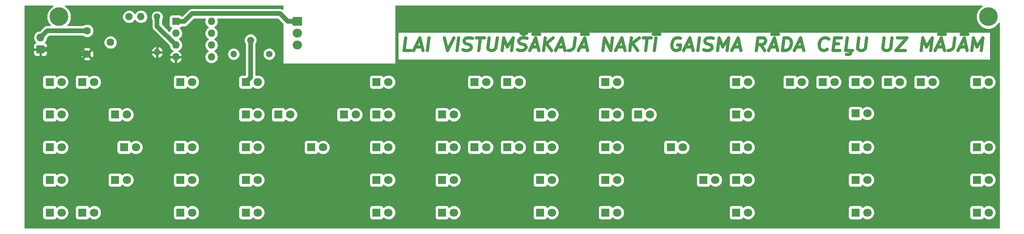
<source format=gbr>
G04 #@! TF.GenerationSoftware,KiCad,Pcbnew,(5.0.0)*
G04 #@! TF.CreationDate,2018-12-18T17:35:51+02:00*
G04 #@! TF.ProjectId,The_light,5468655F6C696768742E6B696361645F,rev?*
G04 #@! TF.SameCoordinates,Original*
G04 #@! TF.FileFunction,Copper,L1,Top,Signal*
G04 #@! TF.FilePolarity,Positive*
%FSLAX46Y46*%
G04 Gerber Fmt 4.6, Leading zero omitted, Abs format (unit mm)*
G04 Created by KiCad (PCBNEW (5.0.0)) date 12/18/18 17:35:51*
%MOMM*%
%LPD*%
G01*
G04 APERTURE LIST*
G04 #@! TA.AperFunction,NonConductor*
%ADD10C,0.675000*%
G04 #@! TD*
G04 #@! TA.AperFunction,ComponentPad*
%ADD11R,1.600000X1.600000*%
G04 #@! TD*
G04 #@! TA.AperFunction,ComponentPad*
%ADD12O,1.600000X1.600000*%
G04 #@! TD*
G04 #@! TA.AperFunction,ComponentPad*
%ADD13R,1.800000X1.800000*%
G04 #@! TD*
G04 #@! TA.AperFunction,ComponentPad*
%ADD14C,1.800000*%
G04 #@! TD*
G04 #@! TA.AperFunction,ComponentPad*
%ADD15C,1.400000*%
G04 #@! TD*
G04 #@! TA.AperFunction,ComponentPad*
%ADD16O,1.400000X1.400000*%
G04 #@! TD*
G04 #@! TA.AperFunction,ComponentPad*
%ADD17C,1.620000*%
G04 #@! TD*
G04 #@! TA.AperFunction,ComponentPad*
%ADD18C,1.600000*%
G04 #@! TD*
G04 #@! TA.AperFunction,ComponentPad*
%ADD19R,2.000000X1.905000*%
G04 #@! TD*
G04 #@! TA.AperFunction,ComponentPad*
%ADD20O,2.000000X1.905000*%
G04 #@! TD*
G04 #@! TA.AperFunction,ComponentPad*
%ADD21R,1.700000X1.700000*%
G04 #@! TD*
G04 #@! TA.AperFunction,ComponentPad*
%ADD22O,1.700000X1.700000*%
G04 #@! TD*
G04 #@! TA.AperFunction,ViaPad*
%ADD23C,4.000000*%
G04 #@! TD*
G04 #@! TA.AperFunction,ViaPad*
%ADD24C,1.500000*%
G04 #@! TD*
G04 #@! TA.AperFunction,Conductor*
%ADD25C,1.000000*%
G04 #@! TD*
G04 #@! TA.AperFunction,Conductor*
%ADD26C,0.254000*%
G04 #@! TD*
%ADD27C,0.254000*%
G04 APERTURE END LIST*
D10*
X105350959Y-35221428D02*
X103922388Y-35221428D01*
X104259888Y-32521428D01*
X106304531Y-34450000D02*
X107733102Y-34450000D01*
X105922388Y-35221428D02*
X107259888Y-32521428D01*
X107922388Y-35221428D01*
X108922388Y-35221428D02*
X109259888Y-32521428D01*
X112545602Y-32521428D02*
X113208102Y-35221428D01*
X114545602Y-32521428D01*
X115208102Y-35221428D02*
X115545602Y-32521428D01*
X116509888Y-35092857D02*
X116922388Y-35221428D01*
X117636674Y-35221428D01*
X117938459Y-35092857D01*
X118097388Y-34964285D01*
X118272388Y-34707142D01*
X118304531Y-34450000D01*
X118193816Y-34192857D01*
X118067031Y-34064285D01*
X117797388Y-33935714D01*
X117242031Y-33807142D01*
X116972388Y-33678571D01*
X116845602Y-33550000D01*
X116734888Y-33292857D01*
X116767031Y-33035714D01*
X116942031Y-32778571D01*
X117100959Y-32650000D01*
X117402745Y-32521428D01*
X118117031Y-32521428D01*
X118529531Y-32650000D01*
X119402745Y-32521428D02*
X121117031Y-32521428D01*
X119922388Y-35221428D02*
X120259888Y-32521428D01*
X122117031Y-32521428D02*
X121843816Y-34707142D01*
X121954531Y-34964285D01*
X122081316Y-35092857D01*
X122350959Y-35221428D01*
X122922388Y-35221428D01*
X123224174Y-35092857D01*
X123383102Y-34964285D01*
X123558102Y-34707142D01*
X123831316Y-32521428D01*
X124922388Y-35221428D02*
X125259888Y-32521428D01*
X126018816Y-34450000D01*
X127259888Y-32521428D01*
X126922388Y-35221428D01*
X128224174Y-35092857D02*
X128636674Y-35221428D01*
X129350959Y-35221428D01*
X129652745Y-35092857D01*
X129811674Y-34964285D01*
X129986674Y-34707142D01*
X130018816Y-34450000D01*
X129908102Y-34192857D01*
X129781316Y-34064285D01*
X129511674Y-33935714D01*
X128956316Y-33807142D01*
X128686674Y-33678571D01*
X128559888Y-33550000D01*
X128449174Y-33292857D01*
X128481316Y-33035714D01*
X128656316Y-32778571D01*
X128815245Y-32650000D01*
X129117031Y-32521428D01*
X129831316Y-32521428D01*
X130243816Y-32650000D01*
X128959888Y-31492857D02*
X129483102Y-31878571D01*
X130102745Y-31492857D01*
X131161674Y-34450000D02*
X132590245Y-34450000D01*
X130779531Y-35221428D02*
X132117031Y-32521428D01*
X132779531Y-35221428D01*
X131499174Y-31750000D02*
X132927745Y-31750000D01*
X133779531Y-35221428D02*
X134117031Y-32521428D01*
X135493816Y-35221428D02*
X134400959Y-33678571D01*
X135831316Y-32521428D02*
X133924174Y-34064285D01*
X136733102Y-34450000D02*
X138161674Y-34450000D01*
X136350959Y-35221428D02*
X137688459Y-32521428D01*
X138350959Y-35221428D01*
X140545602Y-32521428D02*
X140304531Y-34450000D01*
X140113459Y-34835714D01*
X139795602Y-35092857D01*
X139350959Y-35221428D01*
X139065245Y-35221428D01*
X141590245Y-34450000D02*
X143018816Y-34450000D01*
X141208102Y-35221428D02*
X142545602Y-32521428D01*
X143208102Y-35221428D01*
X141927745Y-31750000D02*
X143356316Y-31750000D01*
X146493816Y-35221428D02*
X146831316Y-32521428D01*
X148208102Y-35221428D01*
X148545602Y-32521428D01*
X149590245Y-34450000D02*
X151018816Y-34450000D01*
X149208102Y-35221428D02*
X150545602Y-32521428D01*
X151208102Y-35221428D01*
X152208102Y-35221428D02*
X152545602Y-32521428D01*
X153922388Y-35221428D02*
X152829531Y-33678571D01*
X154259888Y-32521428D02*
X152352745Y-34064285D01*
X155117031Y-32521428D02*
X156831316Y-32521428D01*
X155636674Y-35221428D02*
X155974174Y-32521428D01*
X157493816Y-35221428D02*
X157831316Y-32521428D01*
X157213459Y-31750000D02*
X158642031Y-31750000D01*
X163100959Y-32650000D02*
X162831316Y-32521428D01*
X162402745Y-32521428D01*
X161958102Y-32650000D01*
X161640245Y-32907142D01*
X161465245Y-33164285D01*
X161258102Y-33678571D01*
X161209888Y-34064285D01*
X161288459Y-34578571D01*
X161399174Y-34835714D01*
X161652745Y-35092857D01*
X162065245Y-35221428D01*
X162350959Y-35221428D01*
X162795602Y-35092857D01*
X162954531Y-34964285D01*
X163067031Y-34064285D01*
X162495602Y-34064285D01*
X164161674Y-34450000D02*
X165590245Y-34450000D01*
X163779531Y-35221428D02*
X165117031Y-32521428D01*
X165779531Y-35221428D01*
X166779531Y-35221428D02*
X167117031Y-32521428D01*
X168081316Y-35092857D02*
X168493816Y-35221428D01*
X169208102Y-35221428D01*
X169509888Y-35092857D01*
X169668816Y-34964285D01*
X169843816Y-34707142D01*
X169875959Y-34450000D01*
X169765245Y-34192857D01*
X169638459Y-34064285D01*
X169368816Y-33935714D01*
X168813459Y-33807142D01*
X168543816Y-33678571D01*
X168417031Y-33550000D01*
X168306316Y-33292857D01*
X168338459Y-33035714D01*
X168513459Y-32778571D01*
X168672388Y-32650000D01*
X168974174Y-32521428D01*
X169688459Y-32521428D01*
X170100959Y-32650000D01*
X171065245Y-35221428D02*
X171402745Y-32521428D01*
X172161674Y-34450000D01*
X173402745Y-32521428D01*
X173065245Y-35221428D01*
X174447388Y-34450000D02*
X175875959Y-34450000D01*
X174065245Y-35221428D02*
X175402745Y-32521428D01*
X176065245Y-35221428D01*
X181065245Y-35221428D02*
X180225959Y-33935714D01*
X179350959Y-35221428D02*
X179688459Y-32521428D01*
X180831316Y-32521428D01*
X181100959Y-32650000D01*
X181227745Y-32778571D01*
X181338459Y-33035714D01*
X181290245Y-33421428D01*
X181115245Y-33678571D01*
X180956316Y-33807142D01*
X180654531Y-33935714D01*
X179511674Y-33935714D01*
X182304531Y-34450000D02*
X183733102Y-34450000D01*
X181922388Y-35221428D02*
X183259888Y-32521428D01*
X183922388Y-35221428D01*
X182642031Y-31750000D02*
X184070602Y-31750000D01*
X184922388Y-35221428D02*
X185259888Y-32521428D01*
X185974174Y-32521428D01*
X186386674Y-32650000D01*
X186640245Y-32907142D01*
X186750959Y-33164285D01*
X186829531Y-33678571D01*
X186781316Y-34064285D01*
X186574174Y-34578571D01*
X186399174Y-34835714D01*
X186081316Y-35092857D01*
X185636674Y-35221428D01*
X184922388Y-35221428D01*
X187875959Y-34450000D02*
X189304531Y-34450000D01*
X187493816Y-35221428D02*
X188831316Y-32521428D01*
X189493816Y-35221428D01*
X194525959Y-34964285D02*
X194367031Y-35092857D01*
X193922388Y-35221428D01*
X193636674Y-35221428D01*
X193224174Y-35092857D01*
X192970602Y-34835714D01*
X192859888Y-34578571D01*
X192781316Y-34064285D01*
X192829531Y-33678571D01*
X193036674Y-33164285D01*
X193211674Y-32907142D01*
X193529531Y-32650000D01*
X193974174Y-32521428D01*
X194259888Y-32521428D01*
X194672388Y-32650000D01*
X194799174Y-32778571D01*
X195956316Y-33807142D02*
X196956316Y-33807142D01*
X197208102Y-35221428D02*
X195779531Y-35221428D01*
X196117031Y-32521428D01*
X197545602Y-32521428D01*
X199922388Y-35221428D02*
X198493816Y-35221428D01*
X198831316Y-32521428D01*
X199192031Y-35350000D02*
X199461674Y-35478571D01*
X199572388Y-35735714D01*
X199397388Y-35992857D01*
X199095602Y-36121428D01*
X198667031Y-36121428D01*
X201259888Y-32521428D02*
X200986674Y-34707142D01*
X201097388Y-34964285D01*
X201224174Y-35092857D01*
X201493816Y-35221428D01*
X202065245Y-35221428D01*
X202367031Y-35092857D01*
X202525959Y-34964285D01*
X202700959Y-34707142D01*
X202974174Y-32521428D01*
X206688459Y-32521428D02*
X206415245Y-34707142D01*
X206525959Y-34964285D01*
X206652745Y-35092857D01*
X206922388Y-35221428D01*
X207493816Y-35221428D01*
X207795602Y-35092857D01*
X207954531Y-34964285D01*
X208129531Y-34707142D01*
X208402745Y-32521428D01*
X209545602Y-32521428D02*
X211545602Y-32521428D01*
X209208102Y-35221428D01*
X211208102Y-35221428D01*
X214636674Y-35221428D02*
X214974174Y-32521428D01*
X215733102Y-34450000D01*
X216974174Y-32521428D01*
X216636674Y-35221428D01*
X218018816Y-34450000D02*
X219447388Y-34450000D01*
X217636674Y-35221428D02*
X218974174Y-32521428D01*
X219636674Y-35221428D01*
X218356316Y-31750000D02*
X219784888Y-31750000D01*
X221831316Y-32521428D02*
X221590245Y-34450000D01*
X221399174Y-34835714D01*
X221081316Y-35092857D01*
X220636674Y-35221428D01*
X220350959Y-35221428D01*
X222875959Y-34450000D02*
X224304531Y-34450000D01*
X222493816Y-35221428D02*
X223831316Y-32521428D01*
X224493816Y-35221428D01*
X223213459Y-31750000D02*
X224642031Y-31750000D01*
X225493816Y-35221428D02*
X225831316Y-32521428D01*
X226590245Y-34450000D01*
X227831316Y-32521428D01*
X227493816Y-35221428D01*
D11*
G04 #@! TO.P,U1,1*
G04 #@! TO.N,Net-(Q1-Pad1)*
X55000000Y-29000000D03*
D12*
G04 #@! TO.P,U1,5*
G04 #@! TO.N,N/C*
X62620000Y-36620000D03*
G04 #@! TO.P,U1,2*
G04 #@! TO.N,Net-(RV1-Pad2)*
X55000000Y-31540000D03*
G04 #@! TO.P,U1,6*
G04 #@! TO.N,N/C*
X62620000Y-34080000D03*
G04 #@! TO.P,U1,3*
G04 #@! TO.N,Net-(R1-Pad1)*
X55000000Y-34080000D03*
G04 #@! TO.P,U1,7*
G04 #@! TO.N,N/C*
X62620000Y-31540000D03*
G04 #@! TO.P,U1,4*
G04 #@! TO.N,GND*
X55000000Y-36620000D03*
G04 #@! TO.P,U1,8*
G04 #@! TO.N,Net-(J1-Pad2)*
X62620000Y-29000000D03*
G04 #@! TD*
D13*
G04 #@! TO.P,D1,1*
G04 #@! TO.N,Net-(D1-Pad1)*
X28000000Y-42000000D03*
D14*
G04 #@! TO.P,D1,2*
G04 #@! TO.N,Net-(D1-Pad2)*
X30540000Y-42000000D03*
G04 #@! TD*
G04 #@! TO.P,D2,2*
G04 #@! TO.N,Net-(D1-Pad2)*
X203080000Y-48725001D03*
D13*
G04 #@! TO.P,D2,1*
G04 #@! TO.N,Net-(D1-Pad1)*
X200540000Y-48725001D03*
G04 #@! TD*
D14*
G04 #@! TO.P,D3,2*
G04 #@! TO.N,Net-(D1-Pad2)*
X58540000Y-63000000D03*
D13*
G04 #@! TO.P,D3,1*
G04 #@! TO.N,Net-(D1-Pad1)*
X56000000Y-63000000D03*
G04 #@! TD*
D14*
G04 #@! TO.P,D4,2*
G04 #@! TO.N,Net-(D1-Pad2)*
X114540000Y-70000000D03*
D13*
G04 #@! TO.P,D4,1*
G04 #@! TO.N,Net-(D1-Pad1)*
X112000000Y-70000000D03*
G04 #@! TD*
G04 #@! TO.P,D5,1*
G04 #@! TO.N,Net-(D1-Pad1)*
X70000000Y-42000000D03*
D14*
G04 #@! TO.P,D5,2*
G04 #@! TO.N,Net-(D1-Pad2)*
X72540000Y-42000000D03*
G04 #@! TD*
G04 #@! TO.P,D6,2*
G04 #@! TO.N,Net-(D1-Pad2)*
X30540000Y-63000000D03*
D13*
G04 #@! TO.P,D6,1*
G04 #@! TO.N,Net-(D1-Pad1)*
X28000000Y-63000000D03*
G04 #@! TD*
G04 #@! TO.P,D7,1*
G04 #@! TO.N,Net-(D1-Pad1)*
X28000000Y-70000000D03*
D14*
G04 #@! TO.P,D7,2*
G04 #@! TO.N,Net-(D1-Pad2)*
X30540000Y-70000000D03*
G04 #@! TD*
G04 #@! TO.P,D8,2*
G04 #@! TO.N,Net-(D1-Pad2)*
X58540000Y-56000000D03*
D13*
G04 #@! TO.P,D8,1*
G04 #@! TO.N,Net-(D1-Pad1)*
X56000000Y-56000000D03*
G04 #@! TD*
G04 #@! TO.P,D9,1*
G04 #@! TO.N,Net-(D1-Pad1)*
X35000000Y-42000000D03*
D14*
G04 #@! TO.P,D9,2*
G04 #@! TO.N,Net-(D1-Pad2)*
X37540000Y-42000000D03*
G04 #@! TD*
G04 #@! TO.P,D10,2*
G04 #@! TO.N,Net-(D1-Pad2)*
X72540000Y-49000000D03*
D13*
G04 #@! TO.P,D10,1*
G04 #@! TO.N,Net-(D1-Pad1)*
X70000000Y-49000000D03*
G04 #@! TD*
G04 #@! TO.P,D11,1*
G04 #@! TO.N,Net-(D1-Pad1)*
X28000000Y-56000000D03*
D14*
G04 #@! TO.P,D11,2*
G04 #@! TO.N,Net-(D1-Pad2)*
X30540000Y-56000000D03*
G04 #@! TD*
G04 #@! TO.P,D12,2*
G04 #@! TO.N,Net-(D1-Pad2)*
X44540000Y-49000000D03*
D13*
G04 #@! TO.P,D12,1*
G04 #@! TO.N,Net-(D1-Pad1)*
X42000000Y-49000000D03*
G04 #@! TD*
G04 #@! TO.P,D13,1*
G04 #@! TO.N,Net-(D1-Pad1)*
X43920000Y-56000000D03*
D14*
G04 #@! TO.P,D13,2*
G04 #@! TO.N,Net-(D1-Pad2)*
X46460000Y-56000000D03*
G04 #@! TD*
G04 #@! TO.P,D14,2*
G04 #@! TO.N,Net-(D1-Pad2)*
X37540000Y-70000000D03*
D13*
G04 #@! TO.P,D14,1*
G04 #@! TO.N,Net-(D1-Pad1)*
X35000000Y-70000000D03*
G04 #@! TD*
G04 #@! TO.P,D15,1*
G04 #@! TO.N,Net-(D1-Pad1)*
X42000000Y-63000000D03*
D14*
G04 #@! TO.P,D15,2*
G04 #@! TO.N,Net-(D1-Pad2)*
X44540000Y-63000000D03*
G04 #@! TD*
D13*
G04 #@! TO.P,D16,1*
G04 #@! TO.N,Net-(D1-Pad1)*
X56000000Y-42000000D03*
D14*
G04 #@! TO.P,D16,2*
G04 #@! TO.N,Net-(D1-Pad2)*
X58540000Y-42000000D03*
G04 #@! TD*
G04 #@! TO.P,D17,2*
G04 #@! TO.N,Net-(D1-Pad2)*
X177540000Y-56000000D03*
D13*
G04 #@! TO.P,D17,1*
G04 #@! TO.N,Net-(D1-Pad1)*
X175000000Y-56000000D03*
G04 #@! TD*
G04 #@! TO.P,D18,1*
G04 #@! TO.N,Net-(D1-Pad1)*
X147000000Y-42000000D03*
D14*
G04 #@! TO.P,D18,2*
G04 #@! TO.N,Net-(D1-Pad2)*
X149540000Y-42000000D03*
G04 #@! TD*
D13*
G04 #@! TO.P,D19,1*
G04 #@! TO.N,Net-(D1-Pad1)*
X70000000Y-56000000D03*
D14*
G04 #@! TO.P,D19,2*
G04 #@! TO.N,Net-(D1-Pad2)*
X72540000Y-56000000D03*
G04 #@! TD*
G04 #@! TO.P,D20,2*
G04 #@! TO.N,Net-(D1-Pad2)*
X93540000Y-49000000D03*
D13*
G04 #@! TO.P,D20,1*
G04 #@! TO.N,Net-(D1-Pad1)*
X91000000Y-49000000D03*
G04 #@! TD*
D14*
G04 #@! TO.P,D21,2*
G04 #@! TO.N,Net-(D1-Pad2)*
X100540000Y-56000000D03*
D13*
G04 #@! TO.P,D21,1*
G04 #@! TO.N,Net-(D1-Pad1)*
X98000000Y-56000000D03*
G04 #@! TD*
G04 #@! TO.P,D22,1*
G04 #@! TO.N,Net-(D1-Pad1)*
X112000000Y-56000000D03*
D14*
G04 #@! TO.P,D22,2*
G04 #@! TO.N,Net-(D1-Pad2)*
X114540000Y-56000000D03*
G04 #@! TD*
D13*
G04 #@! TO.P,D23,1*
G04 #@! TO.N,Net-(D1-Pad1)*
X154000000Y-49000000D03*
D14*
G04 #@! TO.P,D23,2*
G04 #@! TO.N,Net-(D1-Pad2)*
X156540000Y-49000000D03*
G04 #@! TD*
G04 #@! TO.P,D24,2*
G04 #@! TO.N,Net-(D1-Pad2)*
X79540000Y-49000000D03*
D13*
G04 #@! TO.P,D24,1*
G04 #@! TO.N,Net-(D1-Pad1)*
X77000000Y-49000000D03*
G04 #@! TD*
D14*
G04 #@! TO.P,D25,2*
G04 #@! TO.N,Net-(D1-Pad2)*
X100540000Y-49000000D03*
D13*
G04 #@! TO.P,D25,1*
G04 #@! TO.N,Net-(D1-Pad1)*
X98000000Y-49000000D03*
G04 #@! TD*
G04 #@! TO.P,D26,1*
G04 #@! TO.N,Net-(D1-Pad1)*
X70000000Y-63000000D03*
D14*
G04 #@! TO.P,D26,2*
G04 #@! TO.N,Net-(D1-Pad2)*
X72540000Y-63000000D03*
G04 #@! TD*
D13*
G04 #@! TO.P,D27,1*
G04 #@! TO.N,Net-(D1-Pad1)*
X84000000Y-56000000D03*
D14*
G04 #@! TO.P,D27,2*
G04 #@! TO.N,Net-(D1-Pad2)*
X86540000Y-56000000D03*
G04 #@! TD*
G04 #@! TO.P,D28,2*
G04 #@! TO.N,Net-(D1-Pad2)*
X58540000Y-70000000D03*
D13*
G04 #@! TO.P,D28,1*
G04 #@! TO.N,Net-(D1-Pad1)*
X56000000Y-70000000D03*
G04 #@! TD*
D14*
G04 #@! TO.P,D29,2*
G04 #@! TO.N,Net-(D1-Pad2)*
X128540000Y-56000000D03*
D13*
G04 #@! TO.P,D29,1*
G04 #@! TO.N,Net-(D1-Pad1)*
X126000000Y-56000000D03*
G04 #@! TD*
G04 #@! TO.P,D30,1*
G04 #@! TO.N,Net-(D1-Pad1)*
X112000000Y-63000000D03*
D14*
G04 #@! TO.P,D30,2*
G04 #@! TO.N,Net-(D1-Pad2)*
X114540000Y-63000000D03*
G04 #@! TD*
D13*
G04 #@! TO.P,D31,1*
G04 #@! TO.N,Net-(D1-Pad1)*
X28000000Y-49000000D03*
D14*
G04 #@! TO.P,D31,2*
G04 #@! TO.N,Net-(D1-Pad2)*
X30540000Y-49000000D03*
G04 #@! TD*
G04 #@! TO.P,D32,2*
G04 #@! TO.N,Net-(D1-Pad2)*
X135540000Y-49000000D03*
D13*
G04 #@! TO.P,D32,1*
G04 #@! TO.N,Net-(D1-Pad1)*
X133000000Y-49000000D03*
G04 #@! TD*
D14*
G04 #@! TO.P,D33,2*
G04 #@! TO.N,Net-(D1-Pad2)*
X210080000Y-42000000D03*
D13*
G04 #@! TO.P,D33,1*
G04 #@! TO.N,Net-(D1-Pad1)*
X207540000Y-42000000D03*
G04 #@! TD*
G04 #@! TO.P,D34,1*
G04 #@! TO.N,Net-(D1-Pad1)*
X112000000Y-49000000D03*
D14*
G04 #@! TO.P,D34,2*
G04 #@! TO.N,Net-(D1-Pad2)*
X114540000Y-49000000D03*
G04 #@! TD*
D13*
G04 #@! TO.P,D35,1*
G04 #@! TO.N,Net-(D1-Pad1)*
X168000000Y-63000000D03*
D14*
G04 #@! TO.P,D35,2*
G04 #@! TO.N,Net-(D1-Pad2)*
X170540000Y-63000000D03*
G04 #@! TD*
G04 #@! TO.P,D36,2*
G04 #@! TO.N,Net-(D1-Pad2)*
X135540000Y-70000000D03*
D13*
G04 #@! TO.P,D36,1*
G04 #@! TO.N,Net-(D1-Pad1)*
X133000000Y-70000000D03*
G04 #@! TD*
D14*
G04 #@! TO.P,D37,2*
G04 #@! TO.N,Net-(D1-Pad2)*
X149540000Y-56000000D03*
D13*
G04 #@! TO.P,D37,1*
G04 #@! TO.N,Net-(D1-Pad1)*
X147000000Y-56000000D03*
G04 #@! TD*
G04 #@! TO.P,D38,1*
G04 #@! TO.N,Net-(D1-Pad1)*
X126000000Y-42000000D03*
D14*
G04 #@! TO.P,D38,2*
G04 #@! TO.N,Net-(D1-Pad2)*
X128540000Y-42000000D03*
G04 #@! TD*
D13*
G04 #@! TO.P,D39,1*
G04 #@! TO.N,Net-(D1-Pad1)*
X200540000Y-42000000D03*
D14*
G04 #@! TO.P,D39,2*
G04 #@! TO.N,Net-(D1-Pad2)*
X203080000Y-42000000D03*
G04 #@! TD*
G04 #@! TO.P,D40,2*
G04 #@! TO.N,Net-(D1-Pad2)*
X177540000Y-49000000D03*
D13*
G04 #@! TO.P,D40,1*
G04 #@! TO.N,Net-(D1-Pad1)*
X175000000Y-49000000D03*
G04 #@! TD*
D14*
G04 #@! TO.P,D41,2*
G04 #@! TO.N,Net-(D1-Pad2)*
X72540000Y-70000000D03*
D13*
G04 #@! TO.P,D41,1*
G04 #@! TO.N,Net-(D1-Pad1)*
X70000000Y-70000000D03*
G04 #@! TD*
G04 #@! TO.P,D42,1*
G04 #@! TO.N,Net-(D1-Pad1)*
X133000000Y-63000000D03*
D14*
G04 #@! TO.P,D42,2*
G04 #@! TO.N,Net-(D1-Pad2)*
X135540000Y-63000000D03*
G04 #@! TD*
D13*
G04 #@! TO.P,D43,1*
G04 #@! TO.N,Net-(D1-Pad1)*
X147000000Y-49000000D03*
D14*
G04 #@! TO.P,D43,2*
G04 #@! TO.N,Net-(D1-Pad2)*
X149540000Y-49000000D03*
G04 #@! TD*
D13*
G04 #@! TO.P,D44,1*
G04 #@! TO.N,Net-(D1-Pad1)*
X119000000Y-42000000D03*
D14*
G04 #@! TO.P,D44,2*
G04 #@! TO.N,Net-(D1-Pad2)*
X121540000Y-42000000D03*
G04 #@! TD*
G04 #@! TO.P,D45,2*
G04 #@! TO.N,Net-(D1-Pad2)*
X177540000Y-42000000D03*
D13*
G04 #@! TO.P,D45,1*
G04 #@! TO.N,Net-(D1-Pad1)*
X175000000Y-42000000D03*
G04 #@! TD*
G04 #@! TO.P,D46,1*
G04 #@! TO.N,Net-(D1-Pad1)*
X161000000Y-56000000D03*
D14*
G04 #@! TO.P,D46,2*
G04 #@! TO.N,Net-(D1-Pad2)*
X163540000Y-56000000D03*
G04 #@! TD*
G04 #@! TO.P,D47,2*
G04 #@! TO.N,Net-(D1-Pad2)*
X100540000Y-42000000D03*
D13*
G04 #@! TO.P,D47,1*
G04 #@! TO.N,Net-(D1-Pad1)*
X98000000Y-42000000D03*
G04 #@! TD*
G04 #@! TO.P,D48,1*
G04 #@! TO.N,Net-(D1-Pad1)*
X98000000Y-63000000D03*
D14*
G04 #@! TO.P,D48,2*
G04 #@! TO.N,Net-(D1-Pad2)*
X100540000Y-63000000D03*
G04 #@! TD*
G04 #@! TO.P,D49,2*
G04 #@! TO.N,Net-(D1-Pad2)*
X135540000Y-56000000D03*
D13*
G04 #@! TO.P,D49,1*
G04 #@! TO.N,Net-(D1-Pad1)*
X133000000Y-56000000D03*
G04 #@! TD*
G04 #@! TO.P,D50,1*
G04 #@! TO.N,Net-(D1-Pad1)*
X98000000Y-70000000D03*
D14*
G04 #@! TO.P,D50,2*
G04 #@! TO.N,Net-(D1-Pad2)*
X100540000Y-70000000D03*
G04 #@! TD*
G04 #@! TO.P,D51,2*
G04 #@! TO.N,Net-(D1-Pad2)*
X203080000Y-56000000D03*
D13*
G04 #@! TO.P,D51,1*
G04 #@! TO.N,Net-(D1-Pad1)*
X200540000Y-56000000D03*
G04 #@! TD*
G04 #@! TO.P,D52,1*
G04 #@! TO.N,Net-(D1-Pad1)*
X175000000Y-70000000D03*
D14*
G04 #@! TO.P,D52,2*
G04 #@! TO.N,Net-(D1-Pad2)*
X177540000Y-70000000D03*
G04 #@! TD*
G04 #@! TO.P,D53,2*
G04 #@! TO.N,Net-(D1-Pad2)*
X149540000Y-63000000D03*
D13*
G04 #@! TO.P,D53,1*
G04 #@! TO.N,Net-(D1-Pad1)*
X147000000Y-63000000D03*
G04 #@! TD*
G04 #@! TO.P,D54,1*
G04 #@! TO.N,Net-(D1-Pad1)*
X119000000Y-56000000D03*
D14*
G04 #@! TO.P,D54,2*
G04 #@! TO.N,Net-(D1-Pad2)*
X121540000Y-56000000D03*
G04 #@! TD*
G04 #@! TO.P,D55,2*
G04 #@! TO.N,Net-(D1-Pad2)*
X217080000Y-42000000D03*
D13*
G04 #@! TO.P,D55,1*
G04 #@! TO.N,Net-(D1-Pad1)*
X214540000Y-42000000D03*
G04 #@! TD*
G04 #@! TO.P,D56,1*
G04 #@! TO.N,Net-(D1-Pad1)*
X200540000Y-63000000D03*
D14*
G04 #@! TO.P,D56,2*
G04 #@! TO.N,Net-(D1-Pad2)*
X203080000Y-63000000D03*
G04 #@! TD*
G04 #@! TO.P,D57,2*
G04 #@! TO.N,Net-(D1-Pad2)*
X196080000Y-42000000D03*
D13*
G04 #@! TO.P,D57,1*
G04 #@! TO.N,Net-(D1-Pad1)*
X193540000Y-42000000D03*
G04 #@! TD*
G04 #@! TO.P,D58,1*
G04 #@! TO.N,Net-(D1-Pad1)*
X175000000Y-63000000D03*
D14*
G04 #@! TO.P,D58,2*
G04 #@! TO.N,Net-(D1-Pad2)*
X177540000Y-63000000D03*
G04 #@! TD*
G04 #@! TO.P,D59,2*
G04 #@! TO.N,Net-(D1-Pad2)*
X149540000Y-70000000D03*
D13*
G04 #@! TO.P,D59,1*
G04 #@! TO.N,Net-(D1-Pad1)*
X147000000Y-70000000D03*
G04 #@! TD*
G04 #@! TO.P,D60,1*
G04 #@! TO.N,Net-(D1-Pad1)*
X200540000Y-70000000D03*
D14*
G04 #@! TO.P,D60,2*
G04 #@! TO.N,Net-(D1-Pad2)*
X203080000Y-70000000D03*
G04 #@! TD*
G04 #@! TO.P,D61,2*
G04 #@! TO.N,Net-(D1-Pad2)*
X189080000Y-42000000D03*
D13*
G04 #@! TO.P,D61,1*
G04 #@! TO.N,Net-(D1-Pad1)*
X186540000Y-42000000D03*
G04 #@! TD*
D15*
G04 #@! TO.P,R3,1*
G04 #@! TO.N,Net-(D1-Pad2)*
X75000000Y-36000000D03*
D16*
G04 #@! TO.P,R3,2*
G04 #@! TO.N,Net-(J1-Pad2)*
X67380000Y-36000000D03*
G04 #@! TD*
D17*
G04 #@! TO.P,RV1,3*
G04 #@! TO.N,Net-(J1-Pad2)*
X36000000Y-31000000D03*
G04 #@! TO.P,RV1,2*
G04 #@! TO.N,Net-(RV1-Pad2)*
X41000000Y-33500000D03*
G04 #@! TO.P,RV1,1*
G04 #@! TO.N,GND*
X36000000Y-36000000D03*
G04 #@! TD*
D14*
G04 #@! TO.P,D62,2*
G04 #@! TO.N,Net-(D1-Pad2)*
X229080000Y-70000000D03*
D13*
G04 #@! TO.P,D62,1*
G04 #@! TO.N,Net-(D1-Pad1)*
X226540000Y-70000000D03*
G04 #@! TD*
G04 #@! TO.P,D63,1*
G04 #@! TO.N,Net-(D1-Pad1)*
X226540000Y-56000000D03*
D14*
G04 #@! TO.P,D63,2*
G04 #@! TO.N,Net-(D1-Pad2)*
X229080000Y-56000000D03*
G04 #@! TD*
G04 #@! TO.P,D64,2*
G04 #@! TO.N,Net-(D1-Pad2)*
X229080000Y-63000000D03*
D13*
G04 #@! TO.P,D64,1*
G04 #@! TO.N,Net-(D1-Pad1)*
X226540000Y-63000000D03*
G04 #@! TD*
G04 #@! TO.P,D65,1*
G04 #@! TO.N,Net-(D1-Pad1)*
X226540000Y-42000000D03*
D14*
G04 #@! TO.P,D65,2*
G04 #@! TO.N,Net-(D1-Pad2)*
X229080000Y-42000000D03*
G04 #@! TD*
D15*
G04 #@! TO.P,R1,1*
G04 #@! TO.N,Net-(R1-Pad1)*
X51000000Y-28000000D03*
D16*
G04 #@! TO.P,R1,2*
G04 #@! TO.N,GND*
X51000000Y-35620000D03*
G04 #@! TD*
D18*
G04 #@! TO.P,R2,1*
G04 #@! TO.N,Net-(J1-Pad2)*
X45000000Y-28000000D03*
D12*
G04 #@! TO.P,R2,2*
G04 #@! TO.N,Net-(R1-Pad1)*
X47540000Y-28000000D03*
G04 #@! TD*
D19*
G04 #@! TO.P,Q1,1*
G04 #@! TO.N,Net-(Q1-Pad1)*
X81000000Y-29000000D03*
D20*
G04 #@! TO.P,Q1,2*
G04 #@! TO.N,Net-(D1-Pad1)*
X81000000Y-31540000D03*
G04 #@! TO.P,Q1,3*
G04 #@! TO.N,GND*
X81000000Y-34080000D03*
G04 #@! TD*
D21*
G04 #@! TO.P,J1,1*
G04 #@! TO.N,GND*
X26000000Y-35000000D03*
D22*
G04 #@! TO.P,J1,2*
G04 #@! TO.N,Net-(J1-Pad2)*
X26000000Y-32460000D03*
G04 #@! TD*
D23*
G04 #@! TO.N,*
X30000000Y-28000000D03*
X229000000Y-28000000D03*
D24*
G04 #@! TO.N,Net-(D1-Pad1)*
X71000000Y-33000000D03*
G04 #@! TD*
D25*
G04 #@! TO.N,Net-(D1-Pad1)*
X71000000Y-41000000D02*
X70000000Y-42000000D01*
X71000000Y-33000000D02*
X71000000Y-41000000D01*
G04 #@! TO.N,Net-(Q1-Pad1)*
X79000000Y-29000000D02*
X81000000Y-29000000D01*
X77299999Y-27299999D02*
X79000000Y-29000000D01*
X58500001Y-27299999D02*
X77299999Y-27299999D01*
X56800000Y-29000000D02*
X58500001Y-27299999D01*
X55000000Y-29000000D02*
X56800000Y-29000000D01*
G04 #@! TO.N,Net-(J1-Pad2)*
X27460000Y-31000000D02*
X26000000Y-32460000D01*
X36000000Y-31000000D02*
X27460000Y-31000000D01*
G04 #@! TO.N,GND*
X33000000Y-36000000D02*
X32950000Y-36050000D01*
X36000000Y-36000000D02*
X33000000Y-36000000D01*
X32000000Y-35000000D02*
X26000000Y-35000000D01*
X33000000Y-36000000D02*
X32000000Y-35000000D01*
G04 #@! TO.N,Net-(R1-Pad1)*
X51000000Y-30080000D02*
X55000000Y-34080000D01*
X51000000Y-28000000D02*
X51000000Y-30080000D01*
G04 #@! TD*
D26*
G04 #@! TO.N,GND*
X22710000Y-25710000D02*
X28642962Y-25710000D01*
X31357038Y-25710000D02*
X77873000Y-25710000D01*
X102127000Y-25710000D02*
X227642962Y-25710000D01*
X22710000Y-25951300D02*
X28322247Y-25951300D01*
X31677753Y-25951300D02*
X77873000Y-25951300D01*
X102127000Y-25951300D02*
X227322247Y-25951300D01*
X22710000Y-26192600D02*
X28080947Y-26192600D01*
X31919053Y-26192600D02*
X58249458Y-26192600D01*
X77550543Y-26192600D02*
X77873000Y-26192600D01*
X102127000Y-26192600D02*
X227080947Y-26192600D01*
X22710000Y-26433900D02*
X27839647Y-26433900D01*
X32160353Y-26433900D02*
X57753265Y-26433900D01*
X102127000Y-26433900D02*
X226839647Y-26433900D01*
X22710000Y-26675200D02*
X27696647Y-26675200D01*
X32303354Y-26675200D02*
X44448515Y-26675200D01*
X45551486Y-26675200D02*
X46939773Y-26675200D01*
X48140228Y-26675200D02*
X50709828Y-26675200D01*
X51290173Y-26675200D02*
X57519668Y-26675200D01*
X102127000Y-26675200D02*
X226696647Y-26675200D01*
X22710000Y-26916500D02*
X27596697Y-26916500D01*
X32403304Y-26916500D02*
X44054104Y-26916500D01*
X45945896Y-26916500D02*
X46578642Y-26916500D01*
X48501359Y-26916500D02*
X50195525Y-26916500D01*
X51804475Y-26916500D02*
X57278368Y-26916500D01*
X102127000Y-26916500D02*
X226596697Y-26916500D01*
X22710000Y-27157800D02*
X27496748Y-27157800D01*
X32503253Y-27157800D02*
X43812804Y-27157800D01*
X46187196Y-27157800D02*
X46376881Y-27157800D01*
X48703120Y-27157800D02*
X49954225Y-27157800D01*
X52045775Y-27157800D02*
X57037068Y-27157800D01*
X102127000Y-27157800D02*
X226496748Y-27157800D01*
X22710000Y-27399100D02*
X27396798Y-27399100D01*
X32603203Y-27399100D02*
X43695669Y-27399100D01*
X48864351Y-27399100D02*
X49803908Y-27399100D01*
X52196093Y-27399100D02*
X56795769Y-27399100D01*
X102127000Y-27399100D02*
X226396798Y-27399100D01*
X22710000Y-27640400D02*
X27365000Y-27640400D01*
X32635000Y-27640400D02*
X43595719Y-27640400D01*
X48931585Y-27640400D02*
X49703958Y-27640400D01*
X52296043Y-27640400D02*
X53894531Y-27640400D01*
X56105470Y-27640400D02*
X56554469Y-27640400D01*
X102127000Y-27640400D02*
X226365000Y-27640400D01*
X22710000Y-27881700D02*
X27365000Y-27881700D01*
X32635000Y-27881700D02*
X43565000Y-27881700D01*
X48979582Y-27881700D02*
X49665000Y-27881700D01*
X52335000Y-27881700D02*
X53648974Y-27881700D01*
X102127000Y-27881700D02*
X226365000Y-27881700D01*
X22710000Y-28123000D02*
X27365000Y-28123000D01*
X32635000Y-28123000D02*
X43565000Y-28123000D01*
X48978646Y-28123000D02*
X49665000Y-28123000D01*
X52335000Y-28123000D02*
X53567877Y-28123000D01*
X102127000Y-28123000D02*
X226365000Y-28123000D01*
X22710000Y-28364300D02*
X27365000Y-28364300D01*
X32635000Y-28364300D02*
X43597665Y-28364300D01*
X48930649Y-28364300D02*
X49705904Y-28364300D01*
X52294095Y-28364300D02*
X53552560Y-28364300D01*
X102127000Y-28364300D02*
X226365000Y-28364300D01*
X22710000Y-28605600D02*
X27398744Y-28605600D01*
X32601255Y-28605600D02*
X43697615Y-28605600D01*
X48861210Y-28605600D02*
X49805854Y-28605600D01*
X52194145Y-28605600D02*
X53552560Y-28605600D01*
X58799532Y-28605600D02*
X61235339Y-28605600D01*
X64004662Y-28605600D02*
X77000468Y-28605600D01*
X102127000Y-28605600D02*
X226398744Y-28605600D01*
X22710000Y-28846900D02*
X27498694Y-28846900D01*
X32501305Y-28846900D02*
X43817504Y-28846900D01*
X46182496Y-28846900D02*
X46380020Y-28846900D01*
X48699978Y-28846900D02*
X49865000Y-28846900D01*
X52135000Y-28846900D02*
X53552560Y-28846900D01*
X58558232Y-28846900D02*
X61187341Y-28846900D01*
X64052660Y-28846900D02*
X77241768Y-28846900D01*
X102127000Y-28846900D02*
X226498694Y-28846900D01*
X22710000Y-29088200D02*
X27598643Y-29088200D01*
X32401356Y-29088200D02*
X44058804Y-29088200D01*
X45941196Y-29088200D02*
X46585675Y-29088200D01*
X48494324Y-29088200D02*
X49865000Y-29088200D01*
X52135000Y-29088200D02*
X53552560Y-29088200D01*
X58316932Y-29088200D02*
X61174431Y-29088200D01*
X64065568Y-29088200D02*
X77483067Y-29088200D01*
X102127000Y-29088200D02*
X226598643Y-29088200D01*
X22710000Y-29329500D02*
X27698593Y-29329500D01*
X32301406Y-29329500D02*
X44459861Y-29329500D01*
X45540138Y-29329500D02*
X46946806Y-29329500D01*
X48133193Y-29329500D02*
X49865000Y-29329500D01*
X52135000Y-29329500D02*
X53552560Y-29329500D01*
X58075632Y-29329500D02*
X61222428Y-29329500D01*
X64017571Y-29329500D02*
X77724367Y-29329500D01*
X102127000Y-29329500D02*
X226698593Y-29329500D01*
X22710000Y-29570800D02*
X27844347Y-29570800D01*
X32155653Y-29570800D02*
X35674428Y-29570800D01*
X36325573Y-29570800D02*
X49865000Y-29570800D01*
X52135000Y-29570800D02*
X53552560Y-29570800D01*
X57834332Y-29570800D02*
X61275537Y-29570800D01*
X63964462Y-29570800D02*
X77873000Y-29570800D01*
X102127000Y-29570800D02*
X226844347Y-29570800D01*
X231155653Y-29570800D02*
X231290001Y-29570800D01*
X22710000Y-29812100D02*
X28085647Y-29812100D01*
X31914353Y-29812100D02*
X35144361Y-29812100D01*
X36855639Y-29812100D02*
X49865000Y-29812100D01*
X52337232Y-29812100D02*
X53554966Y-29812100D01*
X57622424Y-29812100D02*
X61436768Y-29812100D01*
X63803231Y-29812100D02*
X77873000Y-29812100D01*
X102127000Y-29812100D02*
X227085647Y-29812100D01*
X230914353Y-29812100D02*
X231290001Y-29812100D01*
X22710000Y-30053400D02*
X26833742Y-30053400D01*
X37096939Y-30053400D02*
X49848057Y-30053400D01*
X52578532Y-30053400D02*
X53605608Y-30053400D01*
X57266420Y-30053400D02*
X61613593Y-30053400D01*
X63626406Y-30053400D02*
X77873000Y-30053400D01*
X102127000Y-30053400D02*
X227326947Y-30053400D01*
X230673053Y-30053400D02*
X231290001Y-30053400D01*
X22710000Y-30294700D02*
X26560169Y-30294700D01*
X37271913Y-30294700D02*
X49885471Y-30294700D01*
X52819832Y-30294700D02*
X53797401Y-30294700D01*
X56202598Y-30294700D02*
X61900792Y-30294700D01*
X63339209Y-30294700D02*
X77873000Y-30294700D01*
X102127000Y-30294700D02*
X227654308Y-30294700D01*
X230345691Y-30294700D02*
X231290001Y-30294700D01*
X22710000Y-30536000D02*
X26318869Y-30536000D01*
X37371862Y-30536000D02*
X49939637Y-30536000D01*
X53061132Y-30536000D02*
X53944993Y-30536000D01*
X56055008Y-30536000D02*
X61564993Y-30536000D01*
X63675008Y-30536000D02*
X77873000Y-30536000D01*
X102127000Y-30536000D02*
X228236858Y-30536000D01*
X229763141Y-30536000D02*
X231290001Y-30536000D01*
X22710000Y-30777300D02*
X26077569Y-30777300D01*
X37445000Y-30777300D02*
X50100869Y-30777300D01*
X53302432Y-30777300D02*
X53783761Y-30777300D01*
X56216240Y-30777300D02*
X61403761Y-30777300D01*
X63836240Y-30777300D02*
X77873000Y-30777300D01*
X102127000Y-30777300D02*
X231290001Y-30777300D01*
X22710000Y-31018600D02*
X25634552Y-31018600D01*
X37445000Y-31018600D02*
X50333468Y-31018600D01*
X53543732Y-31018600D02*
X53640601Y-31018600D01*
X56359400Y-31018600D02*
X61260601Y-31018600D01*
X63979400Y-31018600D02*
X77873000Y-31018600D01*
X102127000Y-31018600D02*
X231290001Y-31018600D01*
X22710000Y-31259900D02*
X25123149Y-31259900D01*
X37445000Y-31259900D02*
X50574768Y-31259900D01*
X56407398Y-31259900D02*
X61212603Y-31259900D01*
X64027398Y-31259900D02*
X77873000Y-31259900D01*
X102127000Y-31259900D02*
X102527500Y-31259900D01*
X229472500Y-31259900D02*
X231290001Y-31259900D01*
X22710000Y-31501200D02*
X24854656Y-31501200D01*
X37356452Y-31501200D02*
X50816068Y-31501200D01*
X56455396Y-31501200D02*
X61164605Y-31501200D01*
X64075396Y-31501200D02*
X77873000Y-31501200D01*
X102127000Y-31501200D02*
X102527500Y-31501200D01*
X229472500Y-31501200D02*
X231290001Y-31501200D01*
X22710000Y-31742500D02*
X24693425Y-31742500D01*
X37256503Y-31742500D02*
X51057368Y-31742500D01*
X56422833Y-31742500D02*
X61197166Y-31742500D01*
X64042833Y-31742500D02*
X70416693Y-31742500D01*
X71583308Y-31742500D02*
X77873000Y-31742500D01*
X102127000Y-31742500D02*
X102527500Y-31742500D01*
X229472500Y-31742500D02*
X231290001Y-31742500D01*
X22710000Y-31983800D02*
X24580630Y-31983800D01*
X37059739Y-31983800D02*
X51298668Y-31983800D01*
X56374835Y-31983800D02*
X61245164Y-31983800D01*
X63994835Y-31983800D02*
X70057513Y-31983800D01*
X71942487Y-31983800D02*
X77873000Y-31983800D01*
X102127000Y-31983800D02*
X102527500Y-31983800D01*
X229472500Y-31983800D02*
X231290001Y-31983800D01*
X22710000Y-32225100D02*
X24532633Y-32225100D01*
X27840032Y-32225100D02*
X35181685Y-32225100D01*
X36818314Y-32225100D02*
X40301914Y-32225100D01*
X41698087Y-32225100D02*
X51539968Y-32225100D01*
X56268090Y-32225100D02*
X61351909Y-32225100D01*
X63888090Y-32225100D02*
X69821860Y-32225100D01*
X72178141Y-32225100D02*
X77873000Y-32225100D01*
X102127000Y-32225100D02*
X102527500Y-32225100D01*
X229472500Y-32225100D02*
X231290001Y-32225100D01*
X22710000Y-32466400D02*
X24487181Y-32466400D01*
X27598732Y-32466400D02*
X39990061Y-32466400D01*
X42009939Y-32466400D02*
X51781268Y-32466400D01*
X56106858Y-32466400D02*
X61513141Y-32466400D01*
X63726858Y-32466400D02*
X69721911Y-32466400D01*
X72278090Y-32466400D02*
X77873000Y-32466400D01*
X102127000Y-32466400D02*
X102527500Y-32466400D01*
X229472500Y-32466400D02*
X231290001Y-32466400D01*
X22710000Y-32707700D02*
X24535178Y-32707700D01*
X27464821Y-32707700D02*
X39764125Y-32707700D01*
X42235876Y-32707700D02*
X52022568Y-32707700D01*
X55835344Y-32707700D02*
X61784655Y-32707700D01*
X63455344Y-32707700D02*
X69621962Y-32707700D01*
X72378039Y-32707700D02*
X77873000Y-32707700D01*
X102127000Y-32707700D02*
X102527500Y-32707700D01*
X229472500Y-32707700D02*
X231290001Y-32707700D01*
X22710000Y-32949000D02*
X24583175Y-32949000D01*
X27416824Y-32949000D02*
X39664175Y-32949000D01*
X42335826Y-32949000D02*
X52263868Y-32949000D01*
X55890270Y-32949000D02*
X61729731Y-32949000D01*
X63510270Y-32949000D02*
X69615000Y-32949000D01*
X72385000Y-32949000D02*
X77873000Y-32949000D01*
X102127000Y-32949000D02*
X102527500Y-32949000D01*
X229472500Y-32949000D02*
X231290001Y-32949000D01*
X22710000Y-33190300D02*
X24701977Y-33190300D01*
X27298022Y-33190300D02*
X39564226Y-33190300D01*
X42435775Y-33190300D02*
X52505168Y-33190300D01*
X56131381Y-33190300D02*
X61488620Y-33190300D01*
X63751381Y-33190300D02*
X69615000Y-33190300D01*
X72385000Y-33190300D02*
X77873000Y-33190300D01*
X102127000Y-33190300D02*
X102527500Y-33190300D01*
X229472500Y-33190300D02*
X231290001Y-33190300D01*
X22710000Y-33431600D02*
X24863208Y-33431600D01*
X27136791Y-33431600D02*
X39555000Y-33431600D01*
X42445000Y-33431600D02*
X52746468Y-33431600D01*
X56292613Y-33431600D02*
X61327388Y-33431600D01*
X63912613Y-33431600D02*
X69679660Y-33431600D01*
X72320339Y-33431600D02*
X77873000Y-33431600D01*
X102127000Y-33431600D02*
X102527500Y-33431600D01*
X229472500Y-33431600D02*
X231290001Y-33431600D01*
X22710000Y-33672900D02*
X24729075Y-33672900D01*
X27270926Y-33672900D02*
X39555000Y-33672900D01*
X42445000Y-33672900D02*
X52987768Y-33672900D01*
X56382136Y-33672900D02*
X61237865Y-33672900D01*
X64002136Y-33672900D02*
X69779610Y-33672900D01*
X72220389Y-33672900D02*
X77873000Y-33672900D01*
X102127000Y-33672900D02*
X102527500Y-33672900D01*
X229472500Y-33672900D02*
X231290001Y-33672900D01*
X22710000Y-33914200D02*
X24560353Y-33914200D01*
X27439648Y-33914200D02*
X39607510Y-33914200D01*
X42392489Y-33914200D02*
X53229068Y-33914200D01*
X56430134Y-33914200D02*
X61189867Y-33914200D01*
X64050134Y-33914200D02*
X69865000Y-33914200D01*
X72135000Y-33914200D02*
X77873000Y-33914200D01*
X102127000Y-33914200D02*
X102527500Y-33914200D01*
X229472500Y-33914200D02*
X231290001Y-33914200D01*
X22710000Y-34155500D02*
X24515000Y-34155500D01*
X27485000Y-34155500D02*
X39707460Y-34155500D01*
X42292539Y-34155500D02*
X53470368Y-34155500D01*
X56448095Y-34155500D02*
X61171904Y-34155500D01*
X64068095Y-34155500D02*
X69865000Y-34155500D01*
X72135000Y-34155500D02*
X77873000Y-34155500D01*
X102127000Y-34155500D02*
X102527500Y-34155500D01*
X229472500Y-34155500D02*
X231290001Y-34155500D01*
X22710000Y-34396800D02*
X24515000Y-34396800D01*
X27485000Y-34396800D02*
X39853261Y-34396800D01*
X42146739Y-34396800D02*
X50498830Y-34396800D01*
X50782959Y-34396800D02*
X51217042Y-34396800D01*
X51501171Y-34396800D02*
X53599902Y-34396800D01*
X56400097Y-34396800D02*
X61219902Y-34396800D01*
X64020097Y-34396800D02*
X69865000Y-34396800D01*
X72135000Y-34396800D02*
X77873000Y-34396800D01*
X102127000Y-34396800D02*
X102527500Y-34396800D01*
X229472500Y-34396800D02*
X231290001Y-34396800D01*
X22710000Y-34638100D02*
X24515000Y-34638100D01*
X27485000Y-34638100D02*
X35480813Y-34638100D01*
X36483012Y-34638100D02*
X40094561Y-34638100D01*
X41905439Y-34638100D02*
X50133764Y-34638100D01*
X50873000Y-34638100D02*
X51127000Y-34638100D01*
X51866237Y-34638100D02*
X53647900Y-34638100D01*
X56352099Y-34638100D02*
X61267900Y-34638100D01*
X63972099Y-34638100D02*
X69865000Y-34638100D01*
X72135000Y-34638100D02*
X77873000Y-34638100D01*
X102127000Y-34638100D02*
X102527500Y-34638100D01*
X229472500Y-34638100D02*
X231290001Y-34638100D01*
X22710000Y-34879400D02*
X35196821Y-34879400D01*
X36803180Y-34879400D02*
X40554199Y-34879400D01*
X41445800Y-34879400D02*
X49903356Y-34879400D01*
X50873000Y-34879400D02*
X51127000Y-34879400D01*
X52096645Y-34879400D02*
X53808282Y-34879400D01*
X56191717Y-34879400D02*
X61428282Y-34879400D01*
X63811717Y-34879400D02*
X66654161Y-34879400D01*
X68105840Y-34879400D02*
X69865000Y-34879400D01*
X72135000Y-34879400D02*
X74232625Y-34879400D01*
X75767375Y-34879400D02*
X77873000Y-34879400D01*
X102127000Y-34879400D02*
X102527500Y-34879400D01*
X229472500Y-34879400D02*
X231290001Y-34879400D01*
X22710000Y-35120700D02*
X35300305Y-35120700D01*
X36699695Y-35120700D02*
X49787180Y-35120700D01*
X50873000Y-35120700D02*
X51127000Y-35120700D01*
X52212821Y-35120700D02*
X53974586Y-35120700D01*
X56025413Y-35120700D02*
X61594586Y-35120700D01*
X63645413Y-35120700D02*
X66361940Y-35120700D01*
X68398061Y-35120700D02*
X69865000Y-35120700D01*
X72135000Y-35120700D02*
X73991325Y-35120700D01*
X76008675Y-35120700D02*
X77873000Y-35120700D01*
X102127000Y-35120700D02*
X102527500Y-35120700D01*
X229472500Y-35120700D02*
X231290001Y-35120700D01*
X22710000Y-35362000D02*
X24515000Y-35362000D01*
X25873000Y-35362000D02*
X26127000Y-35362000D01*
X27485000Y-35362000D02*
X34693915Y-35362000D01*
X35182395Y-35362000D02*
X35541605Y-35362000D01*
X36458395Y-35362000D02*
X36817605Y-35362000D01*
X37312687Y-35362000D02*
X49752005Y-35362000D01*
X50873000Y-35362000D02*
X51127000Y-35362000D01*
X52247994Y-35362000D02*
X54335717Y-35362000D01*
X55664282Y-35362000D02*
X61919799Y-35362000D01*
X63320202Y-35362000D02*
X66200708Y-35362000D01*
X68559293Y-35362000D02*
X69865000Y-35362000D01*
X72135000Y-35362000D02*
X73819275Y-35362000D01*
X76180726Y-35362000D02*
X77873000Y-35362000D01*
X102127000Y-35362000D02*
X102527500Y-35362000D01*
X229472500Y-35362000D02*
X231290001Y-35362000D01*
X22710000Y-35603300D02*
X24515000Y-35603300D01*
X25873000Y-35603300D02*
X26127000Y-35603300D01*
X27485000Y-35603300D02*
X34607018Y-35603300D01*
X35423695Y-35603300D02*
X35782905Y-35603300D01*
X36217095Y-35603300D02*
X36576305Y-35603300D01*
X37412637Y-35603300D02*
X54021949Y-35603300D01*
X55978052Y-35603300D02*
X61573478Y-35603300D01*
X63666523Y-35603300D02*
X66097755Y-35603300D01*
X68662246Y-35603300D02*
X69865000Y-35603300D01*
X72135000Y-35603300D02*
X73719326Y-35603300D01*
X76280675Y-35603300D02*
X77873000Y-35603300D01*
X102127000Y-35603300D02*
X102527500Y-35603300D01*
X229472500Y-35603300D02*
X231290001Y-35603300D01*
X22710000Y-35844600D02*
X24515000Y-35844600D01*
X25873000Y-35844600D02*
X26127000Y-35844600D01*
X27485000Y-35844600D02*
X34546085Y-35844600D01*
X35664995Y-35844600D02*
X36335005Y-35844600D01*
X37439285Y-35844600D02*
X49771839Y-35844600D01*
X50873000Y-35844600D02*
X51127000Y-35844600D01*
X52228162Y-35844600D02*
X53803362Y-35844600D01*
X56196639Y-35844600D02*
X61412247Y-35844600D01*
X63827754Y-35844600D02*
X66049758Y-35844600D01*
X68710243Y-35844600D02*
X69865000Y-35844600D01*
X72135000Y-35844600D02*
X73665000Y-35844600D01*
X76335000Y-35844600D02*
X77873000Y-35844600D01*
X102127000Y-35844600D02*
X102527500Y-35844600D01*
X229472500Y-35844600D02*
X231290001Y-35844600D01*
X22710000Y-36085900D02*
X24560393Y-36085900D01*
X25873000Y-36085900D02*
X26127000Y-36085900D01*
X27439606Y-36085900D02*
X34557444Y-36085900D01*
X35734495Y-36085900D02*
X36265505Y-36085900D01*
X37450644Y-36085900D02*
X49771099Y-36085900D01*
X50873000Y-36085900D02*
X51127000Y-36085900D01*
X52228900Y-36085900D02*
X53684746Y-36085900D01*
X56315255Y-36085900D02*
X61263127Y-36085900D01*
X63976874Y-36085900D02*
X66035932Y-36085900D01*
X68724067Y-36085900D02*
X69865000Y-36085900D01*
X72135000Y-36085900D02*
X73665000Y-36085900D01*
X76335000Y-36085900D02*
X77873000Y-36085900D01*
X102127000Y-36085900D02*
X102527500Y-36085900D01*
X229472500Y-36085900D02*
X231290001Y-36085900D01*
X22710000Y-36327200D02*
X24729174Y-36327200D01*
X25872050Y-36327200D02*
X26127950Y-36327200D01*
X27270825Y-36327200D02*
X34568802Y-36327200D01*
X35493195Y-36327200D02*
X35852405Y-36327200D01*
X36147595Y-36327200D02*
X36506805Y-36327200D01*
X37418010Y-36327200D02*
X49887274Y-36327200D01*
X50873000Y-36327200D02*
X51127000Y-36327200D01*
X52112725Y-36327200D02*
X53638993Y-36327200D01*
X56361006Y-36327200D02*
X61215129Y-36327200D01*
X64024872Y-36327200D02*
X66083930Y-36327200D01*
X68676069Y-36327200D02*
X69865000Y-36327200D01*
X72135000Y-36327200D02*
X73690537Y-36327200D01*
X76309462Y-36327200D02*
X77873000Y-36327200D01*
X102127000Y-36327200D02*
X102527500Y-36327200D01*
X229472500Y-36327200D02*
X231290001Y-36327200D01*
X22710000Y-36568500D02*
X34658525Y-36568500D01*
X35251895Y-36568500D02*
X35611105Y-36568500D01*
X36388895Y-36568500D02*
X36748105Y-36568500D01*
X37331114Y-36568500D02*
X50096396Y-36568500D01*
X50873000Y-36568500D02*
X51127000Y-36568500D01*
X51903603Y-36568500D02*
X61167132Y-36568500D01*
X64072869Y-36568500D02*
X66154269Y-36568500D01*
X68605730Y-36568500D02*
X69865000Y-36568500D01*
X72135000Y-36568500D02*
X73790486Y-36568500D01*
X76209513Y-36568500D02*
X77873000Y-36568500D01*
X102127000Y-36568500D02*
X102527500Y-36568500D01*
X229472500Y-36568500D02*
X231290001Y-36568500D01*
X22710000Y-36809800D02*
X34901111Y-36809800D01*
X35010595Y-36809800D02*
X35369805Y-36809800D01*
X36630195Y-36809800D02*
X36989405Y-36809800D01*
X37098888Y-36809800D02*
X50418188Y-36809800D01*
X50838830Y-36809800D02*
X51161169Y-36809800D01*
X51581811Y-36809800D02*
X53695583Y-36809800D01*
X54873000Y-36809800D02*
X55127000Y-36809800D01*
X56304418Y-36809800D02*
X61194640Y-36809800D01*
X64045359Y-36809800D02*
X66315500Y-36809800D01*
X68444499Y-36809800D02*
X69865000Y-36809800D01*
X72135000Y-36809800D02*
X73921825Y-36809800D01*
X76078175Y-36809800D02*
X77873000Y-36809800D01*
X102127000Y-36809800D02*
X102527500Y-36809800D01*
X229472500Y-36809800D02*
X231290001Y-36809800D01*
X22710000Y-37051100D02*
X35175628Y-37051100D01*
X36824371Y-37051100D02*
X53642084Y-37051100D01*
X54873000Y-37051100D02*
X55127000Y-37051100D01*
X56357915Y-37051100D02*
X61242638Y-37051100D01*
X63997361Y-37051100D02*
X66550146Y-37051100D01*
X68209853Y-37051100D02*
X69865000Y-37051100D01*
X72135000Y-37051100D02*
X74163125Y-37051100D01*
X75836875Y-37051100D02*
X77873000Y-37051100D01*
X102127000Y-37051100D02*
X102527500Y-37051100D01*
X229472500Y-37051100D02*
X231290001Y-37051100D01*
X22710000Y-37292400D02*
X35323996Y-37292400D01*
X36686975Y-37292400D02*
X53742027Y-37292400D01*
X54873000Y-37292400D02*
X55127000Y-37292400D01*
X56257972Y-37292400D02*
X61343424Y-37292400D01*
X63896575Y-37292400D02*
X67034351Y-37292400D01*
X67725648Y-37292400D02*
X69865000Y-37292400D01*
X72135000Y-37292400D02*
X74631606Y-37292400D01*
X75368393Y-37292400D02*
X77873000Y-37292400D01*
X102127000Y-37292400D02*
X231290001Y-37292400D01*
X22710000Y-37533700D02*
X53928643Y-37533700D01*
X54873000Y-37533700D02*
X55127000Y-37533700D01*
X56071356Y-37533700D02*
X61504655Y-37533700D01*
X63735344Y-37533700D02*
X69865000Y-37533700D01*
X72135000Y-37533700D02*
X77873000Y-37533700D01*
X102127000Y-37533700D02*
X231290001Y-37533700D01*
X22710000Y-37775000D02*
X54150382Y-37775000D01*
X54873000Y-37775000D02*
X55127000Y-37775000D01*
X55849617Y-37775000D02*
X61765648Y-37775000D01*
X63474351Y-37775000D02*
X69865000Y-37775000D01*
X72135000Y-37775000D02*
X77873000Y-37775000D01*
X102127000Y-37775000D02*
X231290001Y-37775000D01*
X22710000Y-38016300D02*
X62284109Y-38016300D01*
X62955890Y-38016300D02*
X69865000Y-38016300D01*
X72135000Y-38016300D02*
X77876242Y-38016300D01*
X102123757Y-38016300D02*
X231290001Y-38016300D01*
X22710000Y-38257600D02*
X69865000Y-38257600D01*
X72135000Y-38257600D02*
X231290001Y-38257600D01*
X22710000Y-38498900D02*
X69865000Y-38498900D01*
X72135000Y-38498900D02*
X231290001Y-38498900D01*
X22710000Y-38740200D02*
X69865000Y-38740200D01*
X72135000Y-38740200D02*
X231290001Y-38740200D01*
X22710000Y-38981500D02*
X69865000Y-38981500D01*
X72135000Y-38981500D02*
X231290001Y-38981500D01*
X22710000Y-39222800D02*
X69865000Y-39222800D01*
X72135000Y-39222800D02*
X231290001Y-39222800D01*
X22710000Y-39464100D02*
X69865000Y-39464100D01*
X72135000Y-39464100D02*
X231290001Y-39464100D01*
X22710000Y-39705400D02*
X69865000Y-39705400D01*
X72135000Y-39705400D02*
X231290001Y-39705400D01*
X22710000Y-39946700D02*
X69865000Y-39946700D01*
X72135000Y-39946700D02*
X231290001Y-39946700D01*
X22710000Y-40188000D02*
X69865000Y-40188000D01*
X72135000Y-40188000D02*
X231290001Y-40188000D01*
X22710000Y-40429300D02*
X69865000Y-40429300D01*
X72135000Y-40429300D02*
X231290001Y-40429300D01*
X22710000Y-40670600D02*
X26623209Y-40670600D01*
X29376792Y-40670600D02*
X29738309Y-40670600D01*
X31341692Y-40670600D02*
X33623209Y-40670600D01*
X36376792Y-40670600D02*
X36738309Y-40670600D01*
X38341692Y-40670600D02*
X54623209Y-40670600D01*
X57376792Y-40670600D02*
X57738309Y-40670600D01*
X59341692Y-40670600D02*
X68623209Y-40670600D01*
X73341692Y-40670600D02*
X96623209Y-40670600D01*
X99376792Y-40670600D02*
X99738309Y-40670600D01*
X101341692Y-40670600D02*
X117623209Y-40670600D01*
X120376792Y-40670600D02*
X120738309Y-40670600D01*
X122341692Y-40670600D02*
X124623209Y-40670600D01*
X127376792Y-40670600D02*
X127738309Y-40670600D01*
X129341692Y-40670600D02*
X145623209Y-40670600D01*
X148376792Y-40670600D02*
X148738309Y-40670600D01*
X150341692Y-40670600D02*
X173623209Y-40670600D01*
X176376792Y-40670600D02*
X176738309Y-40670600D01*
X178341692Y-40670600D02*
X185163209Y-40670600D01*
X187916792Y-40670600D02*
X188278309Y-40670600D01*
X189881692Y-40670600D02*
X192163209Y-40670600D01*
X194916792Y-40670600D02*
X195278309Y-40670600D01*
X196881692Y-40670600D02*
X199163209Y-40670600D01*
X201916792Y-40670600D02*
X202278309Y-40670600D01*
X203881692Y-40670600D02*
X206163209Y-40670600D01*
X208916792Y-40670600D02*
X209278309Y-40670600D01*
X210881692Y-40670600D02*
X213163209Y-40670600D01*
X215916792Y-40670600D02*
X216278309Y-40670600D01*
X217881692Y-40670600D02*
X225163209Y-40670600D01*
X227916792Y-40670600D02*
X228278309Y-40670600D01*
X229881692Y-40670600D02*
X231290001Y-40670600D01*
X22710000Y-40911900D02*
X26489976Y-40911900D01*
X31622717Y-40911900D02*
X33489976Y-40911900D01*
X38622717Y-40911900D02*
X54489976Y-40911900D01*
X59622717Y-40911900D02*
X68489976Y-40911900D01*
X73622717Y-40911900D02*
X96489976Y-40911900D01*
X101622717Y-40911900D02*
X117489976Y-40911900D01*
X122622717Y-40911900D02*
X124489976Y-40911900D01*
X129622717Y-40911900D02*
X145489976Y-40911900D01*
X150622717Y-40911900D02*
X173489976Y-40911900D01*
X178622717Y-40911900D02*
X185029976Y-40911900D01*
X190162717Y-40911900D02*
X192029976Y-40911900D01*
X197162717Y-40911900D02*
X199029976Y-40911900D01*
X204162717Y-40911900D02*
X206029976Y-40911900D01*
X211162717Y-40911900D02*
X213029976Y-40911900D01*
X218162717Y-40911900D02*
X225029976Y-40911900D01*
X230162717Y-40911900D02*
X231290001Y-40911900D01*
X22710000Y-41153200D02*
X26452560Y-41153200D01*
X31850716Y-41153200D02*
X33452560Y-41153200D01*
X38850716Y-41153200D02*
X54452560Y-41153200D01*
X59850716Y-41153200D02*
X68452560Y-41153200D01*
X73850716Y-41153200D02*
X96452560Y-41153200D01*
X101850716Y-41153200D02*
X117452560Y-41153200D01*
X122850716Y-41153200D02*
X124452560Y-41153200D01*
X129850716Y-41153200D02*
X145452560Y-41153200D01*
X150850716Y-41153200D02*
X173452560Y-41153200D01*
X178850716Y-41153200D02*
X184992560Y-41153200D01*
X190390716Y-41153200D02*
X191992560Y-41153200D01*
X197390716Y-41153200D02*
X198992560Y-41153200D01*
X204390716Y-41153200D02*
X205992560Y-41153200D01*
X211390716Y-41153200D02*
X212992560Y-41153200D01*
X218390716Y-41153200D02*
X224992560Y-41153200D01*
X230390716Y-41153200D02*
X231290001Y-41153200D01*
X22710000Y-41394500D02*
X26452560Y-41394500D01*
X31950666Y-41394500D02*
X33452560Y-41394500D01*
X38950666Y-41394500D02*
X54452560Y-41394500D01*
X59950666Y-41394500D02*
X68452560Y-41394500D01*
X73950666Y-41394500D02*
X96452560Y-41394500D01*
X101950666Y-41394500D02*
X117452560Y-41394500D01*
X122950666Y-41394500D02*
X124452560Y-41394500D01*
X129950666Y-41394500D02*
X145452560Y-41394500D01*
X150950666Y-41394500D02*
X173452560Y-41394500D01*
X178950666Y-41394500D02*
X184992560Y-41394500D01*
X190490666Y-41394500D02*
X191992560Y-41394500D01*
X197490666Y-41394500D02*
X198992560Y-41394500D01*
X204490666Y-41394500D02*
X205992560Y-41394500D01*
X211490666Y-41394500D02*
X212992560Y-41394500D01*
X218490666Y-41394500D02*
X224992560Y-41394500D01*
X230490666Y-41394500D02*
X231290001Y-41394500D01*
X22710000Y-41635800D02*
X26452560Y-41635800D01*
X32050616Y-41635800D02*
X33452560Y-41635800D01*
X39050616Y-41635800D02*
X54452560Y-41635800D01*
X60050616Y-41635800D02*
X68452560Y-41635800D01*
X74050616Y-41635800D02*
X96452560Y-41635800D01*
X102050616Y-41635800D02*
X117452560Y-41635800D01*
X123050616Y-41635800D02*
X124452560Y-41635800D01*
X130050616Y-41635800D02*
X145452560Y-41635800D01*
X151050616Y-41635800D02*
X173452560Y-41635800D01*
X179050616Y-41635800D02*
X184992560Y-41635800D01*
X190590616Y-41635800D02*
X191992560Y-41635800D01*
X197590616Y-41635800D02*
X198992560Y-41635800D01*
X204590616Y-41635800D02*
X205992560Y-41635800D01*
X211590616Y-41635800D02*
X212992560Y-41635800D01*
X218590616Y-41635800D02*
X224992560Y-41635800D01*
X230590616Y-41635800D02*
X231290001Y-41635800D01*
X22710000Y-41877100D02*
X26452560Y-41877100D01*
X32075000Y-41877100D02*
X33452560Y-41877100D01*
X39075000Y-41877100D02*
X54452560Y-41877100D01*
X60075000Y-41877100D02*
X68452560Y-41877100D01*
X74075000Y-41877100D02*
X96452560Y-41877100D01*
X102075000Y-41877100D02*
X117452560Y-41877100D01*
X123075000Y-41877100D02*
X124452560Y-41877100D01*
X130075000Y-41877100D02*
X145452560Y-41877100D01*
X151075000Y-41877100D02*
X173452560Y-41877100D01*
X179075000Y-41877100D02*
X184992560Y-41877100D01*
X190615000Y-41877100D02*
X191992560Y-41877100D01*
X197615000Y-41877100D02*
X198992560Y-41877100D01*
X204615000Y-41877100D02*
X205992560Y-41877100D01*
X211615000Y-41877100D02*
X212992560Y-41877100D01*
X218615000Y-41877100D02*
X224992560Y-41877100D01*
X230615000Y-41877100D02*
X231290001Y-41877100D01*
X22710000Y-42118400D02*
X26452560Y-42118400D01*
X32075000Y-42118400D02*
X33452560Y-42118400D01*
X39075000Y-42118400D02*
X54452560Y-42118400D01*
X60075000Y-42118400D02*
X68452560Y-42118400D01*
X74075000Y-42118400D02*
X96452560Y-42118400D01*
X102075000Y-42118400D02*
X117452560Y-42118400D01*
X123075000Y-42118400D02*
X124452560Y-42118400D01*
X130075000Y-42118400D02*
X145452560Y-42118400D01*
X151075000Y-42118400D02*
X173452560Y-42118400D01*
X179075000Y-42118400D02*
X184992560Y-42118400D01*
X190615000Y-42118400D02*
X191992560Y-42118400D01*
X197615000Y-42118400D02*
X198992560Y-42118400D01*
X204615000Y-42118400D02*
X205992560Y-42118400D01*
X211615000Y-42118400D02*
X212992560Y-42118400D01*
X218615000Y-42118400D02*
X224992560Y-42118400D01*
X230615000Y-42118400D02*
X231290001Y-42118400D01*
X22710000Y-42359700D02*
X26452560Y-42359700D01*
X32052479Y-42359700D02*
X33452560Y-42359700D01*
X39052479Y-42359700D02*
X54452560Y-42359700D01*
X60052479Y-42359700D02*
X68452560Y-42359700D01*
X74052479Y-42359700D02*
X96452560Y-42359700D01*
X102052479Y-42359700D02*
X117452560Y-42359700D01*
X123052479Y-42359700D02*
X124452560Y-42359700D01*
X130052479Y-42359700D02*
X145452560Y-42359700D01*
X151052479Y-42359700D02*
X173452560Y-42359700D01*
X179052479Y-42359700D02*
X184992560Y-42359700D01*
X190592479Y-42359700D02*
X191992560Y-42359700D01*
X197592479Y-42359700D02*
X198992560Y-42359700D01*
X204592479Y-42359700D02*
X205992560Y-42359700D01*
X211592479Y-42359700D02*
X212992560Y-42359700D01*
X218592479Y-42359700D02*
X224992560Y-42359700D01*
X230592479Y-42359700D02*
X231290001Y-42359700D01*
X22710000Y-42601000D02*
X26452560Y-42601000D01*
X31952529Y-42601000D02*
X33452560Y-42601000D01*
X38952529Y-42601000D02*
X54452560Y-42601000D01*
X59952529Y-42601000D02*
X68452560Y-42601000D01*
X73952529Y-42601000D02*
X96452560Y-42601000D01*
X101952529Y-42601000D02*
X117452560Y-42601000D01*
X122952529Y-42601000D02*
X124452560Y-42601000D01*
X129952529Y-42601000D02*
X145452560Y-42601000D01*
X150952529Y-42601000D02*
X173452560Y-42601000D01*
X178952529Y-42601000D02*
X184992560Y-42601000D01*
X190492529Y-42601000D02*
X191992560Y-42601000D01*
X197492529Y-42601000D02*
X198992560Y-42601000D01*
X204492529Y-42601000D02*
X205992560Y-42601000D01*
X211492529Y-42601000D02*
X212992560Y-42601000D01*
X218492529Y-42601000D02*
X224992560Y-42601000D01*
X230492529Y-42601000D02*
X231290001Y-42601000D01*
X22710000Y-42842300D02*
X26452560Y-42842300D01*
X31852579Y-42842300D02*
X33452560Y-42842300D01*
X38852579Y-42842300D02*
X54452560Y-42842300D01*
X59852579Y-42842300D02*
X68452560Y-42842300D01*
X73852579Y-42842300D02*
X96452560Y-42842300D01*
X101852579Y-42842300D02*
X117452560Y-42842300D01*
X122852579Y-42842300D02*
X124452560Y-42842300D01*
X129852579Y-42842300D02*
X145452560Y-42842300D01*
X150852579Y-42842300D02*
X173452560Y-42842300D01*
X178852579Y-42842300D02*
X184992560Y-42842300D01*
X190392579Y-42842300D02*
X191992560Y-42842300D01*
X197392579Y-42842300D02*
X198992560Y-42842300D01*
X204392579Y-42842300D02*
X205992560Y-42842300D01*
X211392579Y-42842300D02*
X212992560Y-42842300D01*
X218392579Y-42842300D02*
X224992560Y-42842300D01*
X230392579Y-42842300D02*
X231290001Y-42842300D01*
X22710000Y-43083600D02*
X26489079Y-43083600D01*
X31627217Y-43083600D02*
X33489079Y-43083600D01*
X38627217Y-43083600D02*
X54489079Y-43083600D01*
X59627217Y-43083600D02*
X68489079Y-43083600D01*
X73627217Y-43083600D02*
X96489079Y-43083600D01*
X101627217Y-43083600D02*
X117489079Y-43083600D01*
X122627217Y-43083600D02*
X124489079Y-43083600D01*
X129627217Y-43083600D02*
X145489079Y-43083600D01*
X150627217Y-43083600D02*
X173489079Y-43083600D01*
X178627217Y-43083600D02*
X185029079Y-43083600D01*
X190167217Y-43083600D02*
X192029079Y-43083600D01*
X197167217Y-43083600D02*
X199029079Y-43083600D01*
X204167217Y-43083600D02*
X206029079Y-43083600D01*
X211167217Y-43083600D02*
X213029079Y-43083600D01*
X218167217Y-43083600D02*
X225029079Y-43083600D01*
X230167217Y-43083600D02*
X231290001Y-43083600D01*
X22710000Y-43324900D02*
X26620201Y-43324900D01*
X29379798Y-43324900D02*
X29727444Y-43324900D01*
X31352555Y-43324900D02*
X33620201Y-43324900D01*
X36379798Y-43324900D02*
X36727444Y-43324900D01*
X38352555Y-43324900D02*
X54620201Y-43324900D01*
X57379798Y-43324900D02*
X57727444Y-43324900D01*
X59352555Y-43324900D02*
X68620201Y-43324900D01*
X71379798Y-43324900D02*
X71727444Y-43324900D01*
X73352555Y-43324900D02*
X96620201Y-43324900D01*
X99379798Y-43324900D02*
X99727444Y-43324900D01*
X101352555Y-43324900D02*
X117620201Y-43324900D01*
X120379798Y-43324900D02*
X120727444Y-43324900D01*
X122352555Y-43324900D02*
X124620201Y-43324900D01*
X127379798Y-43324900D02*
X127727444Y-43324900D01*
X129352555Y-43324900D02*
X145620201Y-43324900D01*
X148379798Y-43324900D02*
X148727444Y-43324900D01*
X150352555Y-43324900D02*
X173620201Y-43324900D01*
X176379798Y-43324900D02*
X176727444Y-43324900D01*
X178352555Y-43324900D02*
X185160201Y-43324900D01*
X187919798Y-43324900D02*
X188267444Y-43324900D01*
X189892555Y-43324900D02*
X192160201Y-43324900D01*
X194919798Y-43324900D02*
X195267444Y-43324900D01*
X196892555Y-43324900D02*
X199160201Y-43324900D01*
X201919798Y-43324900D02*
X202267444Y-43324900D01*
X203892555Y-43324900D02*
X206160201Y-43324900D01*
X208919798Y-43324900D02*
X209267444Y-43324900D01*
X210892555Y-43324900D02*
X213160201Y-43324900D01*
X215919798Y-43324900D02*
X216267444Y-43324900D01*
X217892555Y-43324900D02*
X225160201Y-43324900D01*
X227919798Y-43324900D02*
X228267444Y-43324900D01*
X229892555Y-43324900D02*
X231290001Y-43324900D01*
X22710000Y-43566200D02*
X231290001Y-43566200D01*
X22710000Y-43807500D02*
X231290001Y-43807500D01*
X22710000Y-44048800D02*
X231290001Y-44048800D01*
X22710000Y-44290100D02*
X231290001Y-44290100D01*
X22710000Y-44531400D02*
X231290001Y-44531400D01*
X22710000Y-44772700D02*
X231290001Y-44772700D01*
X22710000Y-45014000D02*
X231290001Y-45014000D01*
X22710000Y-45255300D02*
X231290001Y-45255300D01*
X22710000Y-45496600D02*
X231290001Y-45496600D01*
X22710000Y-45737900D02*
X231290001Y-45737900D01*
X22710000Y-45979200D02*
X231290001Y-45979200D01*
X22710000Y-46220500D02*
X231290001Y-46220500D01*
X22710000Y-46461800D02*
X231290001Y-46461800D01*
X22710000Y-46703100D02*
X231290001Y-46703100D01*
X22710000Y-46944400D02*
X231290001Y-46944400D01*
X22710000Y-47185700D02*
X199599083Y-47185700D01*
X201480918Y-47185700D02*
X231290001Y-47185700D01*
X22710000Y-47427000D02*
X199142229Y-47427000D01*
X201937772Y-47427000D02*
X202207184Y-47427000D01*
X203952816Y-47427000D02*
X231290001Y-47427000D01*
X22710000Y-47668300D02*
X26624746Y-47668300D01*
X29375255Y-47668300D02*
X29743861Y-47668300D01*
X31336140Y-47668300D02*
X40624746Y-47668300D01*
X43375255Y-47668300D02*
X43743861Y-47668300D01*
X45336140Y-47668300D02*
X68624746Y-47668300D01*
X71375255Y-47668300D02*
X71743861Y-47668300D01*
X73336140Y-47668300D02*
X75624746Y-47668300D01*
X78375255Y-47668300D02*
X78743861Y-47668300D01*
X80336140Y-47668300D02*
X89624746Y-47668300D01*
X92375255Y-47668300D02*
X92743861Y-47668300D01*
X94336140Y-47668300D02*
X96624746Y-47668300D01*
X99375255Y-47668300D02*
X99743861Y-47668300D01*
X101336140Y-47668300D02*
X110624746Y-47668300D01*
X113375255Y-47668300D02*
X113743861Y-47668300D01*
X115336140Y-47668300D02*
X131624746Y-47668300D01*
X134375255Y-47668300D02*
X134743861Y-47668300D01*
X136336140Y-47668300D02*
X145624746Y-47668300D01*
X148375255Y-47668300D02*
X148743861Y-47668300D01*
X150336140Y-47668300D02*
X152624746Y-47668300D01*
X155375255Y-47668300D02*
X155743861Y-47668300D01*
X157336140Y-47668300D02*
X173624746Y-47668300D01*
X176375255Y-47668300D02*
X176743861Y-47668300D01*
X178336140Y-47668300D02*
X199023730Y-47668300D01*
X204194116Y-47668300D02*
X231290001Y-47668300D01*
X22710000Y-47909600D02*
X26490433Y-47909600D01*
X31620417Y-47909600D02*
X40490433Y-47909600D01*
X45620417Y-47909600D02*
X68490433Y-47909600D01*
X73620417Y-47909600D02*
X75490433Y-47909600D01*
X80620417Y-47909600D02*
X89490433Y-47909600D01*
X94620417Y-47909600D02*
X96490433Y-47909600D01*
X101620417Y-47909600D02*
X110490433Y-47909600D01*
X115620417Y-47909600D02*
X131490433Y-47909600D01*
X136620417Y-47909600D02*
X145490433Y-47909600D01*
X150620417Y-47909600D02*
X152490433Y-47909600D01*
X157620417Y-47909600D02*
X173490433Y-47909600D01*
X178620417Y-47909600D02*
X198992560Y-47909600D01*
X204403722Y-47909600D02*
X231290001Y-47909600D01*
X22710000Y-48150900D02*
X26452560Y-48150900D01*
X31849763Y-48150900D02*
X40452560Y-48150900D01*
X45849763Y-48150900D02*
X68452560Y-48150900D01*
X73849763Y-48150900D02*
X75452560Y-48150900D01*
X80849763Y-48150900D02*
X89452560Y-48150900D01*
X94849763Y-48150900D02*
X96452560Y-48150900D01*
X101849763Y-48150900D02*
X110452560Y-48150900D01*
X115849763Y-48150900D02*
X131452560Y-48150900D01*
X136849763Y-48150900D02*
X145452560Y-48150900D01*
X150849763Y-48150900D02*
X152452560Y-48150900D01*
X157849763Y-48150900D02*
X173452560Y-48150900D01*
X178849763Y-48150900D02*
X198992560Y-48150900D01*
X204503672Y-48150900D02*
X231290001Y-48150900D01*
X22710000Y-48392200D02*
X26452560Y-48392200D01*
X31949713Y-48392200D02*
X40452560Y-48392200D01*
X45949713Y-48392200D02*
X68452560Y-48392200D01*
X73949713Y-48392200D02*
X75452560Y-48392200D01*
X80949713Y-48392200D02*
X89452560Y-48392200D01*
X94949713Y-48392200D02*
X96452560Y-48392200D01*
X101949713Y-48392200D02*
X110452560Y-48392200D01*
X115949713Y-48392200D02*
X131452560Y-48392200D01*
X136949713Y-48392200D02*
X145452560Y-48392200D01*
X150949713Y-48392200D02*
X152452560Y-48392200D01*
X157949713Y-48392200D02*
X173452560Y-48392200D01*
X178949713Y-48392200D02*
X198992560Y-48392200D01*
X204603622Y-48392200D02*
X231290001Y-48392200D01*
X22710000Y-48633500D02*
X26452560Y-48633500D01*
X32049663Y-48633500D02*
X40452560Y-48633500D01*
X46049663Y-48633500D02*
X68452560Y-48633500D01*
X74049663Y-48633500D02*
X75452560Y-48633500D01*
X81049663Y-48633500D02*
X89452560Y-48633500D01*
X95049663Y-48633500D02*
X96452560Y-48633500D01*
X102049663Y-48633500D02*
X110452560Y-48633500D01*
X116049663Y-48633500D02*
X131452560Y-48633500D01*
X137049663Y-48633500D02*
X145452560Y-48633500D01*
X151049663Y-48633500D02*
X152452560Y-48633500D01*
X158049663Y-48633500D02*
X173452560Y-48633500D01*
X179049663Y-48633500D02*
X198992560Y-48633500D01*
X204615000Y-48633500D02*
X231290001Y-48633500D01*
X22710000Y-48874800D02*
X26452560Y-48874800D01*
X32075000Y-48874800D02*
X40452560Y-48874800D01*
X46075000Y-48874800D02*
X68452560Y-48874800D01*
X74075000Y-48874800D02*
X75452560Y-48874800D01*
X81075000Y-48874800D02*
X89452560Y-48874800D01*
X95075000Y-48874800D02*
X96452560Y-48874800D01*
X102075000Y-48874800D02*
X110452560Y-48874800D01*
X116075000Y-48874800D02*
X131452560Y-48874800D01*
X137075000Y-48874800D02*
X145452560Y-48874800D01*
X151075000Y-48874800D02*
X152452560Y-48874800D01*
X158075000Y-48874800D02*
X173452560Y-48874800D01*
X179075000Y-48874800D02*
X198992560Y-48874800D01*
X204615000Y-48874800D02*
X231290001Y-48874800D01*
X22710000Y-49116100D02*
X26452560Y-49116100D01*
X32075000Y-49116100D02*
X40452560Y-49116100D01*
X46075000Y-49116100D02*
X68452560Y-49116100D01*
X74075000Y-49116100D02*
X75452560Y-49116100D01*
X81075000Y-49116100D02*
X89452560Y-49116100D01*
X95075000Y-49116100D02*
X96452560Y-49116100D01*
X102075000Y-49116100D02*
X110452560Y-49116100D01*
X116075000Y-49116100D02*
X131452560Y-49116100D01*
X137075000Y-49116100D02*
X145452560Y-49116100D01*
X151075000Y-49116100D02*
X152452560Y-49116100D01*
X158075000Y-49116100D02*
X173452560Y-49116100D01*
X179075000Y-49116100D02*
X198992560Y-49116100D01*
X204579473Y-49116100D02*
X231290001Y-49116100D01*
X22710000Y-49357400D02*
X26452560Y-49357400D01*
X32053431Y-49357400D02*
X40452560Y-49357400D01*
X46053431Y-49357400D02*
X68452560Y-49357400D01*
X74053431Y-49357400D02*
X75452560Y-49357400D01*
X81053431Y-49357400D02*
X89452560Y-49357400D01*
X95053431Y-49357400D02*
X96452560Y-49357400D01*
X102053431Y-49357400D02*
X110452560Y-49357400D01*
X116053431Y-49357400D02*
X131452560Y-49357400D01*
X137053431Y-49357400D02*
X145452560Y-49357400D01*
X151053431Y-49357400D02*
X152452560Y-49357400D01*
X158053431Y-49357400D02*
X173452560Y-49357400D01*
X179053431Y-49357400D02*
X198992560Y-49357400D01*
X204479523Y-49357400D02*
X231290001Y-49357400D01*
X22710000Y-49598700D02*
X26452560Y-49598700D01*
X31953482Y-49598700D02*
X40452560Y-49598700D01*
X45953482Y-49598700D02*
X68452560Y-49598700D01*
X73953482Y-49598700D02*
X75452560Y-49598700D01*
X80953482Y-49598700D02*
X89452560Y-49598700D01*
X94953482Y-49598700D02*
X96452560Y-49598700D01*
X101953482Y-49598700D02*
X110452560Y-49598700D01*
X115953482Y-49598700D02*
X131452560Y-49598700D01*
X136953482Y-49598700D02*
X145452560Y-49598700D01*
X150953482Y-49598700D02*
X152452560Y-49598700D01*
X157953482Y-49598700D02*
X173452560Y-49598700D01*
X178953482Y-49598700D02*
X198992560Y-49598700D01*
X204377118Y-49598700D02*
X231290001Y-49598700D01*
X22710000Y-49840000D02*
X26452560Y-49840000D01*
X31853532Y-49840000D02*
X40452560Y-49840000D01*
X45853532Y-49840000D02*
X68452560Y-49840000D01*
X73853532Y-49840000D02*
X75452560Y-49840000D01*
X80853532Y-49840000D02*
X89452560Y-49840000D01*
X94853532Y-49840000D02*
X96452560Y-49840000D01*
X101853532Y-49840000D02*
X110452560Y-49840000D01*
X115853532Y-49840000D02*
X131452560Y-49840000D01*
X136853532Y-49840000D02*
X145452560Y-49840000D01*
X150853532Y-49840000D02*
X152452560Y-49840000D01*
X157853532Y-49840000D02*
X173452560Y-49840000D01*
X178853532Y-49840000D02*
X199035325Y-49840000D01*
X204135818Y-49840000D02*
X231290001Y-49840000D01*
X22710000Y-50081300D02*
X26488622Y-50081300D01*
X31629517Y-50081300D02*
X40488622Y-50081300D01*
X45629517Y-50081300D02*
X68488622Y-50081300D01*
X73629517Y-50081300D02*
X75488622Y-50081300D01*
X80629517Y-50081300D02*
X89488622Y-50081300D01*
X94629517Y-50081300D02*
X96488622Y-50081300D01*
X101629517Y-50081300D02*
X110488622Y-50081300D01*
X115629517Y-50081300D02*
X131488622Y-50081300D01*
X136629517Y-50081300D02*
X145488622Y-50081300D01*
X150629517Y-50081300D02*
X152488622Y-50081300D01*
X157629517Y-50081300D02*
X173488622Y-50081300D01*
X178629517Y-50081300D02*
X199181182Y-50081300D01*
X201898817Y-50081300D02*
X202343248Y-50081300D01*
X203816751Y-50081300D02*
X231290001Y-50081300D01*
X22710000Y-50322600D02*
X26618664Y-50322600D01*
X29381335Y-50322600D02*
X29721891Y-50322600D01*
X31358108Y-50322600D02*
X40618664Y-50322600D01*
X43381335Y-50322600D02*
X43721891Y-50322600D01*
X45358108Y-50322600D02*
X68618664Y-50322600D01*
X71381335Y-50322600D02*
X71721891Y-50322600D01*
X73358108Y-50322600D02*
X75618664Y-50322600D01*
X78381335Y-50322600D02*
X78721891Y-50322600D01*
X80358108Y-50322600D02*
X89618664Y-50322600D01*
X92381335Y-50322600D02*
X92721891Y-50322600D01*
X94358108Y-50322600D02*
X96618664Y-50322600D01*
X99381335Y-50322600D02*
X99721891Y-50322600D01*
X101358108Y-50322600D02*
X110618664Y-50322600D01*
X113381335Y-50322600D02*
X113721891Y-50322600D01*
X115358108Y-50322600D02*
X131618664Y-50322600D01*
X134381335Y-50322600D02*
X134721891Y-50322600D01*
X136358108Y-50322600D02*
X145618664Y-50322600D01*
X148381335Y-50322600D02*
X148721891Y-50322600D01*
X150358108Y-50322600D02*
X152618664Y-50322600D01*
X155381335Y-50322600D02*
X155721891Y-50322600D01*
X157358108Y-50322600D02*
X173618664Y-50322600D01*
X176381335Y-50322600D02*
X176721891Y-50322600D01*
X178358108Y-50322600D02*
X231290001Y-50322600D01*
X22710000Y-50563900D02*
X231290001Y-50563900D01*
X22710000Y-50805200D02*
X231290001Y-50805200D01*
X22710000Y-51046500D02*
X231290001Y-51046500D01*
X22710000Y-51287800D02*
X231290001Y-51287800D01*
X22710000Y-51529100D02*
X231290001Y-51529100D01*
X22710000Y-51770400D02*
X231290001Y-51770400D01*
X22710000Y-52011700D02*
X231290001Y-52011700D01*
X22710000Y-52253000D02*
X231290001Y-52253000D01*
X22710000Y-52494300D02*
X231290001Y-52494300D01*
X22710000Y-52735600D02*
X231290001Y-52735600D01*
X22710000Y-52976900D02*
X231290001Y-52976900D01*
X22710000Y-53218200D02*
X231290001Y-53218200D01*
X22710000Y-53459500D02*
X231290001Y-53459500D01*
X22710000Y-53700800D02*
X231290001Y-53700800D01*
X22710000Y-53942100D02*
X231290001Y-53942100D01*
X22710000Y-54183400D02*
X231290001Y-54183400D01*
X22710000Y-54424700D02*
X231290001Y-54424700D01*
X22710000Y-54666000D02*
X26626283Y-54666000D01*
X29373718Y-54666000D02*
X29749414Y-54666000D01*
X31330587Y-54666000D02*
X42546283Y-54666000D01*
X45293718Y-54666000D02*
X45669414Y-54666000D01*
X47250587Y-54666000D02*
X54626283Y-54666000D01*
X57373718Y-54666000D02*
X57749414Y-54666000D01*
X59330587Y-54666000D02*
X68626283Y-54666000D01*
X71373718Y-54666000D02*
X71749414Y-54666000D01*
X73330587Y-54666000D02*
X82626283Y-54666000D01*
X85373718Y-54666000D02*
X85749414Y-54666000D01*
X87330587Y-54666000D02*
X96626283Y-54666000D01*
X99373718Y-54666000D02*
X99749414Y-54666000D01*
X101330587Y-54666000D02*
X110626283Y-54666000D01*
X113373718Y-54666000D02*
X113749414Y-54666000D01*
X115330587Y-54666000D02*
X117626283Y-54666000D01*
X120373718Y-54666000D02*
X120749414Y-54666000D01*
X122330587Y-54666000D02*
X124626283Y-54666000D01*
X127373718Y-54666000D02*
X127749414Y-54666000D01*
X129330587Y-54666000D02*
X131626283Y-54666000D01*
X134373718Y-54666000D02*
X134749414Y-54666000D01*
X136330587Y-54666000D02*
X145626283Y-54666000D01*
X148373718Y-54666000D02*
X148749414Y-54666000D01*
X150330587Y-54666000D02*
X159626283Y-54666000D01*
X162373718Y-54666000D02*
X162749414Y-54666000D01*
X164330587Y-54666000D02*
X173626283Y-54666000D01*
X176373718Y-54666000D02*
X176749414Y-54666000D01*
X178330587Y-54666000D02*
X199166283Y-54666000D01*
X201913718Y-54666000D02*
X202289414Y-54666000D01*
X203870587Y-54666000D02*
X225166283Y-54666000D01*
X227913718Y-54666000D02*
X228289414Y-54666000D01*
X229870587Y-54666000D02*
X231290001Y-54666000D01*
X22710000Y-54907300D02*
X26490891Y-54907300D01*
X31618117Y-54907300D02*
X42410891Y-54907300D01*
X47538117Y-54907300D02*
X54490891Y-54907300D01*
X59618117Y-54907300D02*
X68490891Y-54907300D01*
X73618117Y-54907300D02*
X82490891Y-54907300D01*
X87618117Y-54907300D02*
X96490891Y-54907300D01*
X101618117Y-54907300D02*
X110490891Y-54907300D01*
X115618117Y-54907300D02*
X117490891Y-54907300D01*
X122618117Y-54907300D02*
X124490891Y-54907300D01*
X129618117Y-54907300D02*
X131490891Y-54907300D01*
X136618117Y-54907300D02*
X145490891Y-54907300D01*
X150618117Y-54907300D02*
X159490891Y-54907300D01*
X164618117Y-54907300D02*
X173490891Y-54907300D01*
X178618117Y-54907300D02*
X199030891Y-54907300D01*
X204158117Y-54907300D02*
X225030891Y-54907300D01*
X230158117Y-54907300D02*
X231290001Y-54907300D01*
X22710000Y-55148600D02*
X26452560Y-55148600D01*
X31848811Y-55148600D02*
X42372560Y-55148600D01*
X47768811Y-55148600D02*
X54452560Y-55148600D01*
X59848811Y-55148600D02*
X68452560Y-55148600D01*
X73848811Y-55148600D02*
X82452560Y-55148600D01*
X87848811Y-55148600D02*
X96452560Y-55148600D01*
X101848811Y-55148600D02*
X110452560Y-55148600D01*
X115848811Y-55148600D02*
X117452560Y-55148600D01*
X122848811Y-55148600D02*
X124452560Y-55148600D01*
X129848811Y-55148600D02*
X131452560Y-55148600D01*
X136848811Y-55148600D02*
X145452560Y-55148600D01*
X150848811Y-55148600D02*
X159452560Y-55148600D01*
X164848811Y-55148600D02*
X173452560Y-55148600D01*
X178848811Y-55148600D02*
X198992560Y-55148600D01*
X204388811Y-55148600D02*
X224992560Y-55148600D01*
X230388811Y-55148600D02*
X231290001Y-55148600D01*
X22710000Y-55389900D02*
X26452560Y-55389900D01*
X31948761Y-55389900D02*
X42372560Y-55389900D01*
X47868761Y-55389900D02*
X54452560Y-55389900D01*
X59948761Y-55389900D02*
X68452560Y-55389900D01*
X73948761Y-55389900D02*
X82452560Y-55389900D01*
X87948761Y-55389900D02*
X96452560Y-55389900D01*
X101948761Y-55389900D02*
X110452560Y-55389900D01*
X115948761Y-55389900D02*
X117452560Y-55389900D01*
X122948761Y-55389900D02*
X124452560Y-55389900D01*
X129948761Y-55389900D02*
X131452560Y-55389900D01*
X136948761Y-55389900D02*
X145452560Y-55389900D01*
X150948761Y-55389900D02*
X159452560Y-55389900D01*
X164948761Y-55389900D02*
X173452560Y-55389900D01*
X178948761Y-55389900D02*
X198992560Y-55389900D01*
X204488761Y-55389900D02*
X224992560Y-55389900D01*
X230488761Y-55389900D02*
X231290001Y-55389900D01*
X22710000Y-55631200D02*
X26452560Y-55631200D01*
X32048710Y-55631200D02*
X42372560Y-55631200D01*
X47968710Y-55631200D02*
X54452560Y-55631200D01*
X60048710Y-55631200D02*
X68452560Y-55631200D01*
X74048710Y-55631200D02*
X82452560Y-55631200D01*
X88048710Y-55631200D02*
X96452560Y-55631200D01*
X102048710Y-55631200D02*
X110452560Y-55631200D01*
X116048710Y-55631200D02*
X117452560Y-55631200D01*
X123048710Y-55631200D02*
X124452560Y-55631200D01*
X130048710Y-55631200D02*
X131452560Y-55631200D01*
X137048710Y-55631200D02*
X145452560Y-55631200D01*
X151048710Y-55631200D02*
X159452560Y-55631200D01*
X165048710Y-55631200D02*
X173452560Y-55631200D01*
X179048710Y-55631200D02*
X198992560Y-55631200D01*
X204588710Y-55631200D02*
X224992560Y-55631200D01*
X230588710Y-55631200D02*
X231290001Y-55631200D01*
X22710000Y-55872500D02*
X26452560Y-55872500D01*
X32075000Y-55872500D02*
X42372560Y-55872500D01*
X47995000Y-55872500D02*
X54452560Y-55872500D01*
X60075000Y-55872500D02*
X68452560Y-55872500D01*
X74075000Y-55872500D02*
X82452560Y-55872500D01*
X88075000Y-55872500D02*
X96452560Y-55872500D01*
X102075000Y-55872500D02*
X110452560Y-55872500D01*
X116075000Y-55872500D02*
X117452560Y-55872500D01*
X123075000Y-55872500D02*
X124452560Y-55872500D01*
X130075000Y-55872500D02*
X131452560Y-55872500D01*
X137075000Y-55872500D02*
X145452560Y-55872500D01*
X151075000Y-55872500D02*
X159452560Y-55872500D01*
X165075000Y-55872500D02*
X173452560Y-55872500D01*
X179075000Y-55872500D02*
X198992560Y-55872500D01*
X204615000Y-55872500D02*
X224992560Y-55872500D01*
X230615000Y-55872500D02*
X231290001Y-55872500D01*
X22710000Y-56113800D02*
X26452560Y-56113800D01*
X32075000Y-56113800D02*
X42372560Y-56113800D01*
X47995000Y-56113800D02*
X54452560Y-56113800D01*
X60075000Y-56113800D02*
X68452560Y-56113800D01*
X74075000Y-56113800D02*
X82452560Y-56113800D01*
X88075000Y-56113800D02*
X96452560Y-56113800D01*
X102075000Y-56113800D02*
X110452560Y-56113800D01*
X116075000Y-56113800D02*
X117452560Y-56113800D01*
X123075000Y-56113800D02*
X124452560Y-56113800D01*
X130075000Y-56113800D02*
X131452560Y-56113800D01*
X137075000Y-56113800D02*
X145452560Y-56113800D01*
X151075000Y-56113800D02*
X159452560Y-56113800D01*
X165075000Y-56113800D02*
X173452560Y-56113800D01*
X179075000Y-56113800D02*
X198992560Y-56113800D01*
X204615000Y-56113800D02*
X224992560Y-56113800D01*
X230615000Y-56113800D02*
X231290001Y-56113800D01*
X22710000Y-56355100D02*
X26452560Y-56355100D01*
X32054384Y-56355100D02*
X42372560Y-56355100D01*
X47974384Y-56355100D02*
X54452560Y-56355100D01*
X60054384Y-56355100D02*
X68452560Y-56355100D01*
X74054384Y-56355100D02*
X82452560Y-56355100D01*
X88054384Y-56355100D02*
X96452560Y-56355100D01*
X102054384Y-56355100D02*
X110452560Y-56355100D01*
X116054384Y-56355100D02*
X117452560Y-56355100D01*
X123054384Y-56355100D02*
X124452560Y-56355100D01*
X130054384Y-56355100D02*
X131452560Y-56355100D01*
X137054384Y-56355100D02*
X145452560Y-56355100D01*
X151054384Y-56355100D02*
X159452560Y-56355100D01*
X165054384Y-56355100D02*
X173452560Y-56355100D01*
X179054384Y-56355100D02*
X198992560Y-56355100D01*
X204594384Y-56355100D02*
X224992560Y-56355100D01*
X230594384Y-56355100D02*
X231290001Y-56355100D01*
X22710000Y-56596400D02*
X26452560Y-56596400D01*
X31954434Y-56596400D02*
X42372560Y-56596400D01*
X47874434Y-56596400D02*
X54452560Y-56596400D01*
X59954434Y-56596400D02*
X68452560Y-56596400D01*
X73954434Y-56596400D02*
X82452560Y-56596400D01*
X87954434Y-56596400D02*
X96452560Y-56596400D01*
X101954434Y-56596400D02*
X110452560Y-56596400D01*
X115954434Y-56596400D02*
X117452560Y-56596400D01*
X122954434Y-56596400D02*
X124452560Y-56596400D01*
X129954434Y-56596400D02*
X131452560Y-56596400D01*
X136954434Y-56596400D02*
X145452560Y-56596400D01*
X150954434Y-56596400D02*
X159452560Y-56596400D01*
X164954434Y-56596400D02*
X173452560Y-56596400D01*
X178954434Y-56596400D02*
X198992560Y-56596400D01*
X204494434Y-56596400D02*
X224992560Y-56596400D01*
X230494434Y-56596400D02*
X231290001Y-56596400D01*
X22710000Y-56837700D02*
X26452560Y-56837700D01*
X31854484Y-56837700D02*
X42372560Y-56837700D01*
X47774484Y-56837700D02*
X54452560Y-56837700D01*
X59854484Y-56837700D02*
X68452560Y-56837700D01*
X73854484Y-56837700D02*
X82452560Y-56837700D01*
X87854484Y-56837700D02*
X96452560Y-56837700D01*
X101854484Y-56837700D02*
X110452560Y-56837700D01*
X115854484Y-56837700D02*
X117452560Y-56837700D01*
X122854484Y-56837700D02*
X124452560Y-56837700D01*
X129854484Y-56837700D02*
X131452560Y-56837700D01*
X136854484Y-56837700D02*
X145452560Y-56837700D01*
X150854484Y-56837700D02*
X159452560Y-56837700D01*
X164854484Y-56837700D02*
X173452560Y-56837700D01*
X178854484Y-56837700D02*
X198992560Y-56837700D01*
X204394484Y-56837700D02*
X224992560Y-56837700D01*
X230394484Y-56837700D02*
X231290001Y-56837700D01*
X22710000Y-57079000D02*
X26488164Y-57079000D01*
X31631817Y-57079000D02*
X42408164Y-57079000D01*
X47551817Y-57079000D02*
X54488164Y-57079000D01*
X59631817Y-57079000D02*
X68488164Y-57079000D01*
X73631817Y-57079000D02*
X82488164Y-57079000D01*
X87631817Y-57079000D02*
X96488164Y-57079000D01*
X101631817Y-57079000D02*
X110488164Y-57079000D01*
X115631817Y-57079000D02*
X117488164Y-57079000D01*
X122631817Y-57079000D02*
X124488164Y-57079000D01*
X129631817Y-57079000D02*
X131488164Y-57079000D01*
X136631817Y-57079000D02*
X145488164Y-57079000D01*
X150631817Y-57079000D02*
X159488164Y-57079000D01*
X164631817Y-57079000D02*
X173488164Y-57079000D01*
X178631817Y-57079000D02*
X199028164Y-57079000D01*
X204171817Y-57079000D02*
X225028164Y-57079000D01*
X230171817Y-57079000D02*
X231290001Y-57079000D01*
X22710000Y-57320300D02*
X26617128Y-57320300D01*
X29382871Y-57320300D02*
X29716338Y-57320300D01*
X31363661Y-57320300D02*
X42537128Y-57320300D01*
X45302871Y-57320300D02*
X45636338Y-57320300D01*
X47283661Y-57320300D02*
X54617128Y-57320300D01*
X57382871Y-57320300D02*
X57716338Y-57320300D01*
X59363661Y-57320300D02*
X68617128Y-57320300D01*
X71382871Y-57320300D02*
X71716338Y-57320300D01*
X73363661Y-57320300D02*
X82617128Y-57320300D01*
X85382871Y-57320300D02*
X85716338Y-57320300D01*
X87363661Y-57320300D02*
X96617128Y-57320300D01*
X99382871Y-57320300D02*
X99716338Y-57320300D01*
X101363661Y-57320300D02*
X110617128Y-57320300D01*
X113382871Y-57320300D02*
X113716338Y-57320300D01*
X115363661Y-57320300D02*
X117617128Y-57320300D01*
X120382871Y-57320300D02*
X120716338Y-57320300D01*
X122363661Y-57320300D02*
X124617128Y-57320300D01*
X127382871Y-57320300D02*
X127716338Y-57320300D01*
X129363661Y-57320300D02*
X131617128Y-57320300D01*
X134382871Y-57320300D02*
X134716338Y-57320300D01*
X136363661Y-57320300D02*
X145617128Y-57320300D01*
X148382871Y-57320300D02*
X148716338Y-57320300D01*
X150363661Y-57320300D02*
X159617128Y-57320300D01*
X162382871Y-57320300D02*
X162716338Y-57320300D01*
X164363661Y-57320300D02*
X173617128Y-57320300D01*
X176382871Y-57320300D02*
X176716338Y-57320300D01*
X178363661Y-57320300D02*
X199157128Y-57320300D01*
X201922871Y-57320300D02*
X202256338Y-57320300D01*
X203903661Y-57320300D02*
X225157128Y-57320300D01*
X227922871Y-57320300D02*
X228256338Y-57320300D01*
X229903661Y-57320300D02*
X231290001Y-57320300D01*
X22710000Y-57561600D02*
X231290001Y-57561600D01*
X22710000Y-57802900D02*
X231290001Y-57802900D01*
X22710000Y-58044200D02*
X231290001Y-58044200D01*
X22710000Y-58285500D02*
X231290001Y-58285500D01*
X22710000Y-58526800D02*
X231290001Y-58526800D01*
X22710000Y-58768100D02*
X231290001Y-58768100D01*
X22710000Y-59009400D02*
X231290001Y-59009400D01*
X22710000Y-59250700D02*
X231290001Y-59250700D01*
X22710000Y-59492000D02*
X231290001Y-59492000D01*
X22710000Y-59733300D02*
X231290001Y-59733300D01*
X22710000Y-59974600D02*
X231290001Y-59974600D01*
X22710000Y-60215900D02*
X231290001Y-60215900D01*
X22710000Y-60457200D02*
X231290001Y-60457200D01*
X22710000Y-60698500D02*
X231290001Y-60698500D01*
X22710000Y-60939800D02*
X231290001Y-60939800D01*
X22710000Y-61181100D02*
X231290001Y-61181100D01*
X22710000Y-61422400D02*
X231290001Y-61422400D01*
X22710000Y-61663700D02*
X26627820Y-61663700D01*
X29372181Y-61663700D02*
X29754967Y-61663700D01*
X31325034Y-61663700D02*
X40627820Y-61663700D01*
X43372181Y-61663700D02*
X43754967Y-61663700D01*
X45325034Y-61663700D02*
X54627820Y-61663700D01*
X57372181Y-61663700D02*
X57754967Y-61663700D01*
X59325034Y-61663700D02*
X68627820Y-61663700D01*
X71372181Y-61663700D02*
X71754967Y-61663700D01*
X73325034Y-61663700D02*
X96627820Y-61663700D01*
X99372181Y-61663700D02*
X99754967Y-61663700D01*
X101325034Y-61663700D02*
X110627820Y-61663700D01*
X113372181Y-61663700D02*
X113754967Y-61663700D01*
X115325034Y-61663700D02*
X131627820Y-61663700D01*
X134372181Y-61663700D02*
X134754967Y-61663700D01*
X136325034Y-61663700D02*
X145627820Y-61663700D01*
X148372181Y-61663700D02*
X148754967Y-61663700D01*
X150325034Y-61663700D02*
X166627820Y-61663700D01*
X169372181Y-61663700D02*
X169754967Y-61663700D01*
X171325034Y-61663700D02*
X173627820Y-61663700D01*
X176372181Y-61663700D02*
X176754967Y-61663700D01*
X178325034Y-61663700D02*
X199167820Y-61663700D01*
X201912181Y-61663700D02*
X202294967Y-61663700D01*
X203865034Y-61663700D02*
X225167820Y-61663700D01*
X227912181Y-61663700D02*
X228294967Y-61663700D01*
X229865034Y-61663700D02*
X231290001Y-61663700D01*
X22710000Y-61905000D02*
X26491348Y-61905000D01*
X31615817Y-61905000D02*
X40491348Y-61905000D01*
X45615817Y-61905000D02*
X54491348Y-61905000D01*
X59615817Y-61905000D02*
X68491348Y-61905000D01*
X73615817Y-61905000D02*
X96491348Y-61905000D01*
X101615817Y-61905000D02*
X110491348Y-61905000D01*
X115615817Y-61905000D02*
X131491348Y-61905000D01*
X136615817Y-61905000D02*
X145491348Y-61905000D01*
X150615817Y-61905000D02*
X166491348Y-61905000D01*
X171615817Y-61905000D02*
X173491348Y-61905000D01*
X178615817Y-61905000D02*
X199031348Y-61905000D01*
X204155817Y-61905000D02*
X225031348Y-61905000D01*
X230155817Y-61905000D02*
X231290001Y-61905000D01*
X22710000Y-62146300D02*
X26452560Y-62146300D01*
X31847858Y-62146300D02*
X40452560Y-62146300D01*
X45847858Y-62146300D02*
X54452560Y-62146300D01*
X59847858Y-62146300D02*
X68452560Y-62146300D01*
X73847858Y-62146300D02*
X96452560Y-62146300D01*
X101847858Y-62146300D02*
X110452560Y-62146300D01*
X115847858Y-62146300D02*
X131452560Y-62146300D01*
X136847858Y-62146300D02*
X145452560Y-62146300D01*
X150847858Y-62146300D02*
X166452560Y-62146300D01*
X171847858Y-62146300D02*
X173452560Y-62146300D01*
X178847858Y-62146300D02*
X198992560Y-62146300D01*
X204387858Y-62146300D02*
X224992560Y-62146300D01*
X230387858Y-62146300D02*
X231290001Y-62146300D01*
X22710000Y-62387600D02*
X26452560Y-62387600D01*
X31947808Y-62387600D02*
X40452560Y-62387600D01*
X45947808Y-62387600D02*
X54452560Y-62387600D01*
X59947808Y-62387600D02*
X68452560Y-62387600D01*
X73947808Y-62387600D02*
X96452560Y-62387600D01*
X101947808Y-62387600D02*
X110452560Y-62387600D01*
X115947808Y-62387600D02*
X131452560Y-62387600D01*
X136947808Y-62387600D02*
X145452560Y-62387600D01*
X150947808Y-62387600D02*
X166452560Y-62387600D01*
X171947808Y-62387600D02*
X173452560Y-62387600D01*
X178947808Y-62387600D02*
X198992560Y-62387600D01*
X204487808Y-62387600D02*
X224992560Y-62387600D01*
X230487808Y-62387600D02*
X231290001Y-62387600D01*
X22710000Y-62628900D02*
X26452560Y-62628900D01*
X32047758Y-62628900D02*
X40452560Y-62628900D01*
X46047758Y-62628900D02*
X54452560Y-62628900D01*
X60047758Y-62628900D02*
X68452560Y-62628900D01*
X74047758Y-62628900D02*
X96452560Y-62628900D01*
X102047758Y-62628900D02*
X110452560Y-62628900D01*
X116047758Y-62628900D02*
X131452560Y-62628900D01*
X137047758Y-62628900D02*
X145452560Y-62628900D01*
X151047758Y-62628900D02*
X166452560Y-62628900D01*
X172047758Y-62628900D02*
X173452560Y-62628900D01*
X179047758Y-62628900D02*
X198992560Y-62628900D01*
X204587758Y-62628900D02*
X224992560Y-62628900D01*
X230587758Y-62628900D02*
X231290001Y-62628900D01*
X22710000Y-62870200D02*
X26452560Y-62870200D01*
X32075000Y-62870200D02*
X40452560Y-62870200D01*
X46075000Y-62870200D02*
X54452560Y-62870200D01*
X60075000Y-62870200D02*
X68452560Y-62870200D01*
X74075000Y-62870200D02*
X96452560Y-62870200D01*
X102075000Y-62870200D02*
X110452560Y-62870200D01*
X116075000Y-62870200D02*
X131452560Y-62870200D01*
X137075000Y-62870200D02*
X145452560Y-62870200D01*
X151075000Y-62870200D02*
X166452560Y-62870200D01*
X172075000Y-62870200D02*
X173452560Y-62870200D01*
X179075000Y-62870200D02*
X198992560Y-62870200D01*
X204615000Y-62870200D02*
X224992560Y-62870200D01*
X230615000Y-62870200D02*
X231290001Y-62870200D01*
X22710000Y-63111500D02*
X26452560Y-63111500D01*
X32075000Y-63111500D02*
X40452560Y-63111500D01*
X46075000Y-63111500D02*
X54452560Y-63111500D01*
X60075000Y-63111500D02*
X68452560Y-63111500D01*
X74075000Y-63111500D02*
X96452560Y-63111500D01*
X102075000Y-63111500D02*
X110452560Y-63111500D01*
X116075000Y-63111500D02*
X131452560Y-63111500D01*
X137075000Y-63111500D02*
X145452560Y-63111500D01*
X151075000Y-63111500D02*
X166452560Y-63111500D01*
X172075000Y-63111500D02*
X173452560Y-63111500D01*
X179075000Y-63111500D02*
X198992560Y-63111500D01*
X204615000Y-63111500D02*
X224992560Y-63111500D01*
X230615000Y-63111500D02*
X231290001Y-63111500D01*
X22710000Y-63352800D02*
X26452560Y-63352800D01*
X32055337Y-63352800D02*
X40452560Y-63352800D01*
X46055337Y-63352800D02*
X54452560Y-63352800D01*
X60055337Y-63352800D02*
X68452560Y-63352800D01*
X74055337Y-63352800D02*
X96452560Y-63352800D01*
X102055337Y-63352800D02*
X110452560Y-63352800D01*
X116055337Y-63352800D02*
X131452560Y-63352800D01*
X137055337Y-63352800D02*
X145452560Y-63352800D01*
X151055337Y-63352800D02*
X166452560Y-63352800D01*
X172055337Y-63352800D02*
X173452560Y-63352800D01*
X179055337Y-63352800D02*
X198992560Y-63352800D01*
X204595337Y-63352800D02*
X224992560Y-63352800D01*
X230595337Y-63352800D02*
X231290001Y-63352800D01*
X22710000Y-63594100D02*
X26452560Y-63594100D01*
X31955387Y-63594100D02*
X40452560Y-63594100D01*
X45955387Y-63594100D02*
X54452560Y-63594100D01*
X59955387Y-63594100D02*
X68452560Y-63594100D01*
X73955387Y-63594100D02*
X96452560Y-63594100D01*
X101955387Y-63594100D02*
X110452560Y-63594100D01*
X115955387Y-63594100D02*
X131452560Y-63594100D01*
X136955387Y-63594100D02*
X145452560Y-63594100D01*
X150955387Y-63594100D02*
X166452560Y-63594100D01*
X171955387Y-63594100D02*
X173452560Y-63594100D01*
X178955387Y-63594100D02*
X198992560Y-63594100D01*
X204495387Y-63594100D02*
X224992560Y-63594100D01*
X230495387Y-63594100D02*
X231290001Y-63594100D01*
X22710000Y-63835400D02*
X26452560Y-63835400D01*
X31855437Y-63835400D02*
X40452560Y-63835400D01*
X45855437Y-63835400D02*
X54452560Y-63835400D01*
X59855437Y-63835400D02*
X68452560Y-63835400D01*
X73855437Y-63835400D02*
X96452560Y-63835400D01*
X101855437Y-63835400D02*
X110452560Y-63835400D01*
X115855437Y-63835400D02*
X131452560Y-63835400D01*
X136855437Y-63835400D02*
X145452560Y-63835400D01*
X150855437Y-63835400D02*
X166452560Y-63835400D01*
X171855437Y-63835400D02*
X173452560Y-63835400D01*
X178855437Y-63835400D02*
X198992560Y-63835400D01*
X204395437Y-63835400D02*
X224992560Y-63835400D01*
X230395437Y-63835400D02*
X231290001Y-63835400D01*
X22710000Y-64076700D02*
X26487707Y-64076700D01*
X31634117Y-64076700D02*
X40487707Y-64076700D01*
X45634117Y-64076700D02*
X54487707Y-64076700D01*
X59634117Y-64076700D02*
X68487707Y-64076700D01*
X73634117Y-64076700D02*
X96487707Y-64076700D01*
X101634117Y-64076700D02*
X110487707Y-64076700D01*
X115634117Y-64076700D02*
X131487707Y-64076700D01*
X136634117Y-64076700D02*
X145487707Y-64076700D01*
X150634117Y-64076700D02*
X166487707Y-64076700D01*
X171634117Y-64076700D02*
X173487707Y-64076700D01*
X178634117Y-64076700D02*
X199027707Y-64076700D01*
X204174117Y-64076700D02*
X225027707Y-64076700D01*
X230174117Y-64076700D02*
X231290001Y-64076700D01*
X22710000Y-64318000D02*
X26615591Y-64318000D01*
X29384408Y-64318000D02*
X29710786Y-64318000D01*
X31369213Y-64318000D02*
X40615591Y-64318000D01*
X43384408Y-64318000D02*
X43710786Y-64318000D01*
X45369213Y-64318000D02*
X54615591Y-64318000D01*
X57384408Y-64318000D02*
X57710786Y-64318000D01*
X59369213Y-64318000D02*
X68615591Y-64318000D01*
X71384408Y-64318000D02*
X71710786Y-64318000D01*
X73369213Y-64318000D02*
X96615591Y-64318000D01*
X99384408Y-64318000D02*
X99710786Y-64318000D01*
X101369213Y-64318000D02*
X110615591Y-64318000D01*
X113384408Y-64318000D02*
X113710786Y-64318000D01*
X115369213Y-64318000D02*
X131615591Y-64318000D01*
X134384408Y-64318000D02*
X134710786Y-64318000D01*
X136369213Y-64318000D02*
X145615591Y-64318000D01*
X148384408Y-64318000D02*
X148710786Y-64318000D01*
X150369213Y-64318000D02*
X166615591Y-64318000D01*
X169384408Y-64318000D02*
X169710786Y-64318000D01*
X171369213Y-64318000D02*
X173615591Y-64318000D01*
X176384408Y-64318000D02*
X176710786Y-64318000D01*
X178369213Y-64318000D02*
X199155591Y-64318000D01*
X201924408Y-64318000D02*
X202250786Y-64318000D01*
X203909213Y-64318000D02*
X225155591Y-64318000D01*
X227924408Y-64318000D02*
X228250786Y-64318000D01*
X229909213Y-64318000D02*
X231290001Y-64318000D01*
X22710000Y-64559300D02*
X231290001Y-64559300D01*
X22710000Y-64800600D02*
X231290001Y-64800600D01*
X22710000Y-65041900D02*
X231290001Y-65041900D01*
X22710000Y-65283200D02*
X231290001Y-65283200D01*
X22710000Y-65524500D02*
X231290001Y-65524500D01*
X22710000Y-65765800D02*
X231290001Y-65765800D01*
X22710000Y-66007100D02*
X231290001Y-66007100D01*
X22710000Y-66248400D02*
X231290001Y-66248400D01*
X22710000Y-66489700D02*
X231290001Y-66489700D01*
X22710000Y-66731000D02*
X231290001Y-66731000D01*
X22710000Y-66972300D02*
X231290001Y-66972300D01*
X22710000Y-67213600D02*
X231290001Y-67213600D01*
X22710000Y-67454900D02*
X231290001Y-67454900D01*
X22710000Y-67696200D02*
X231290001Y-67696200D01*
X22710000Y-67937500D02*
X231290001Y-67937500D01*
X22710000Y-68178800D02*
X231290001Y-68178800D01*
X22710000Y-68420100D02*
X231290001Y-68420100D01*
X22710000Y-68661400D02*
X26629356Y-68661400D01*
X29370645Y-68661400D02*
X29760519Y-68661400D01*
X31319482Y-68661400D02*
X33629356Y-68661400D01*
X36370645Y-68661400D02*
X36760519Y-68661400D01*
X38319482Y-68661400D02*
X54629356Y-68661400D01*
X57370645Y-68661400D02*
X57760519Y-68661400D01*
X59319482Y-68661400D02*
X68629356Y-68661400D01*
X71370645Y-68661400D02*
X71760519Y-68661400D01*
X73319482Y-68661400D02*
X96629356Y-68661400D01*
X99370645Y-68661400D02*
X99760519Y-68661400D01*
X101319482Y-68661400D02*
X110629356Y-68661400D01*
X113370645Y-68661400D02*
X113760519Y-68661400D01*
X115319482Y-68661400D02*
X131629356Y-68661400D01*
X134370645Y-68661400D02*
X134760519Y-68661400D01*
X136319482Y-68661400D02*
X145629356Y-68661400D01*
X148370645Y-68661400D02*
X148760519Y-68661400D01*
X150319482Y-68661400D02*
X173629356Y-68661400D01*
X176370645Y-68661400D02*
X176760519Y-68661400D01*
X178319482Y-68661400D02*
X199169356Y-68661400D01*
X201910645Y-68661400D02*
X202300519Y-68661400D01*
X203859482Y-68661400D02*
X225169356Y-68661400D01*
X227910645Y-68661400D02*
X228300519Y-68661400D01*
X229859482Y-68661400D02*
X231290001Y-68661400D01*
X22710000Y-68902700D02*
X26491805Y-68902700D01*
X31613517Y-68902700D02*
X33491805Y-68902700D01*
X38613517Y-68902700D02*
X54491805Y-68902700D01*
X59613517Y-68902700D02*
X68491805Y-68902700D01*
X73613517Y-68902700D02*
X96491805Y-68902700D01*
X101613517Y-68902700D02*
X110491805Y-68902700D01*
X115613517Y-68902700D02*
X131491805Y-68902700D01*
X136613517Y-68902700D02*
X145491805Y-68902700D01*
X150613517Y-68902700D02*
X173491805Y-68902700D01*
X178613517Y-68902700D02*
X199031805Y-68902700D01*
X204153517Y-68902700D02*
X225031805Y-68902700D01*
X230153517Y-68902700D02*
X231290001Y-68902700D01*
X22710000Y-69144000D02*
X26452560Y-69144000D01*
X31846905Y-69144000D02*
X33452560Y-69144000D01*
X38846905Y-69144000D02*
X54452560Y-69144000D01*
X59846905Y-69144000D02*
X68452560Y-69144000D01*
X73846905Y-69144000D02*
X96452560Y-69144000D01*
X101846905Y-69144000D02*
X110452560Y-69144000D01*
X115846905Y-69144000D02*
X131452560Y-69144000D01*
X136846905Y-69144000D02*
X145452560Y-69144000D01*
X150846905Y-69144000D02*
X173452560Y-69144000D01*
X178846905Y-69144000D02*
X198992560Y-69144000D01*
X204386905Y-69144000D02*
X224992560Y-69144000D01*
X230386905Y-69144000D02*
X231290001Y-69144000D01*
X22710000Y-69385300D02*
X26452560Y-69385300D01*
X31946855Y-69385300D02*
X33452560Y-69385300D01*
X38946855Y-69385300D02*
X54452560Y-69385300D01*
X59946855Y-69385300D02*
X68452560Y-69385300D01*
X73946855Y-69385300D02*
X96452560Y-69385300D01*
X101946855Y-69385300D02*
X110452560Y-69385300D01*
X115946855Y-69385300D02*
X131452560Y-69385300D01*
X136946855Y-69385300D02*
X145452560Y-69385300D01*
X150946855Y-69385300D02*
X173452560Y-69385300D01*
X178946855Y-69385300D02*
X198992560Y-69385300D01*
X204486855Y-69385300D02*
X224992560Y-69385300D01*
X230486855Y-69385300D02*
X231290001Y-69385300D01*
X22710000Y-69626600D02*
X26452560Y-69626600D01*
X32046805Y-69626600D02*
X33452560Y-69626600D01*
X39046805Y-69626600D02*
X54452560Y-69626600D01*
X60046805Y-69626600D02*
X68452560Y-69626600D01*
X74046805Y-69626600D02*
X96452560Y-69626600D01*
X102046805Y-69626600D02*
X110452560Y-69626600D01*
X116046805Y-69626600D02*
X131452560Y-69626600D01*
X137046805Y-69626600D02*
X145452560Y-69626600D01*
X151046805Y-69626600D02*
X173452560Y-69626600D01*
X179046805Y-69626600D02*
X198992560Y-69626600D01*
X204586805Y-69626600D02*
X224992560Y-69626600D01*
X230586805Y-69626600D02*
X231290001Y-69626600D01*
X22710000Y-69867900D02*
X26452560Y-69867900D01*
X32075000Y-69867900D02*
X33452560Y-69867900D01*
X39075000Y-69867900D02*
X54452560Y-69867900D01*
X60075000Y-69867900D02*
X68452560Y-69867900D01*
X74075000Y-69867900D02*
X96452560Y-69867900D01*
X102075000Y-69867900D02*
X110452560Y-69867900D01*
X116075000Y-69867900D02*
X131452560Y-69867900D01*
X137075000Y-69867900D02*
X145452560Y-69867900D01*
X151075000Y-69867900D02*
X173452560Y-69867900D01*
X179075000Y-69867900D02*
X198992560Y-69867900D01*
X204615000Y-69867900D02*
X224992560Y-69867900D01*
X230615000Y-69867900D02*
X231290001Y-69867900D01*
X22710000Y-70109200D02*
X26452560Y-70109200D01*
X32075000Y-70109200D02*
X33452560Y-70109200D01*
X39075000Y-70109200D02*
X54452560Y-70109200D01*
X60075000Y-70109200D02*
X68452560Y-70109200D01*
X74075000Y-70109200D02*
X96452560Y-70109200D01*
X102075000Y-70109200D02*
X110452560Y-70109200D01*
X116075000Y-70109200D02*
X131452560Y-70109200D01*
X137075000Y-70109200D02*
X145452560Y-70109200D01*
X151075000Y-70109200D02*
X173452560Y-70109200D01*
X179075000Y-70109200D02*
X198992560Y-70109200D01*
X204615000Y-70109200D02*
X224992560Y-70109200D01*
X230615000Y-70109200D02*
X231290001Y-70109200D01*
X22710000Y-70350500D02*
X26452560Y-70350500D01*
X32056289Y-70350500D02*
X33452560Y-70350500D01*
X39056289Y-70350500D02*
X54452560Y-70350500D01*
X60056289Y-70350500D02*
X68452560Y-70350500D01*
X74056289Y-70350500D02*
X96452560Y-70350500D01*
X102056289Y-70350500D02*
X110452560Y-70350500D01*
X116056289Y-70350500D02*
X131452560Y-70350500D01*
X137056289Y-70350500D02*
X145452560Y-70350500D01*
X151056289Y-70350500D02*
X173452560Y-70350500D01*
X179056289Y-70350500D02*
X198992560Y-70350500D01*
X204596289Y-70350500D02*
X224992560Y-70350500D01*
X230596289Y-70350500D02*
X231290001Y-70350500D01*
X22710000Y-70591800D02*
X26452560Y-70591800D01*
X31956340Y-70591800D02*
X33452560Y-70591800D01*
X38956340Y-70591800D02*
X54452560Y-70591800D01*
X59956340Y-70591800D02*
X68452560Y-70591800D01*
X73956340Y-70591800D02*
X96452560Y-70591800D01*
X101956340Y-70591800D02*
X110452560Y-70591800D01*
X115956340Y-70591800D02*
X131452560Y-70591800D01*
X136956340Y-70591800D02*
X145452560Y-70591800D01*
X150956340Y-70591800D02*
X173452560Y-70591800D01*
X178956340Y-70591800D02*
X198992560Y-70591800D01*
X204496340Y-70591800D02*
X224992560Y-70591800D01*
X230496340Y-70591800D02*
X231290001Y-70591800D01*
X22710000Y-70833100D02*
X26452560Y-70833100D01*
X31856390Y-70833100D02*
X33452560Y-70833100D01*
X38856390Y-70833100D02*
X54452560Y-70833100D01*
X59856390Y-70833100D02*
X68452560Y-70833100D01*
X73856390Y-70833100D02*
X96452560Y-70833100D01*
X101856390Y-70833100D02*
X110452560Y-70833100D01*
X115856390Y-70833100D02*
X131452560Y-70833100D01*
X136856390Y-70833100D02*
X145452560Y-70833100D01*
X150856390Y-70833100D02*
X173452560Y-70833100D01*
X178856390Y-70833100D02*
X198992560Y-70833100D01*
X204396390Y-70833100D02*
X224992560Y-70833100D01*
X230396390Y-70833100D02*
X231290001Y-70833100D01*
X22710000Y-71074400D02*
X26487249Y-71074400D01*
X31636417Y-71074400D02*
X33487249Y-71074400D01*
X38636417Y-71074400D02*
X54487249Y-71074400D01*
X59636417Y-71074400D02*
X68487249Y-71074400D01*
X73636417Y-71074400D02*
X96487249Y-71074400D01*
X101636417Y-71074400D02*
X110487249Y-71074400D01*
X115636417Y-71074400D02*
X131487249Y-71074400D01*
X136636417Y-71074400D02*
X145487249Y-71074400D01*
X150636417Y-71074400D02*
X173487249Y-71074400D01*
X178636417Y-71074400D02*
X199027249Y-71074400D01*
X204176417Y-71074400D02*
X225027249Y-71074400D01*
X230176417Y-71074400D02*
X231290001Y-71074400D01*
X22710000Y-71315700D02*
X26614054Y-71315700D01*
X29385945Y-71315700D02*
X29705233Y-71315700D01*
X31374766Y-71315700D02*
X33614054Y-71315700D01*
X36385945Y-71315700D02*
X36705233Y-71315700D01*
X38374766Y-71315700D02*
X54614054Y-71315700D01*
X57385945Y-71315700D02*
X57705233Y-71315700D01*
X59374766Y-71315700D02*
X68614054Y-71315700D01*
X71385945Y-71315700D02*
X71705233Y-71315700D01*
X73374766Y-71315700D02*
X96614054Y-71315700D01*
X99385945Y-71315700D02*
X99705233Y-71315700D01*
X101374766Y-71315700D02*
X110614054Y-71315700D01*
X113385945Y-71315700D02*
X113705233Y-71315700D01*
X115374766Y-71315700D02*
X131614054Y-71315700D01*
X134385945Y-71315700D02*
X134705233Y-71315700D01*
X136374766Y-71315700D02*
X145614054Y-71315700D01*
X148385945Y-71315700D02*
X148705233Y-71315700D01*
X150374766Y-71315700D02*
X173614054Y-71315700D01*
X176385945Y-71315700D02*
X176705233Y-71315700D01*
X178374766Y-71315700D02*
X199154054Y-71315700D01*
X201925945Y-71315700D02*
X202245233Y-71315700D01*
X203914766Y-71315700D02*
X225154054Y-71315700D01*
X227925945Y-71315700D02*
X228245233Y-71315700D01*
X229914766Y-71315700D02*
X231290001Y-71315700D01*
X22710000Y-71557000D02*
X231290001Y-71557000D01*
X22710000Y-71798300D02*
X231290001Y-71798300D01*
X22710000Y-72039600D02*
X231290001Y-72039600D01*
X22710000Y-72280900D02*
X231290001Y-72280900D01*
X22710000Y-72522200D02*
X231290001Y-72522200D01*
X22710000Y-72763500D02*
X231290001Y-72763500D01*
X22710000Y-73004800D02*
X231290001Y-73004800D01*
X22710000Y-73246100D02*
X231290001Y-73246100D01*
X231290001Y-29357036D02*
X231290001Y-29357036D01*
X231290001Y-38069930D02*
X231290001Y-38069930D01*
X231048701Y-29677752D02*
X231048701Y-73290000D01*
X230807401Y-29919052D02*
X230807401Y-73290000D01*
X230566101Y-30160352D02*
X230566101Y-41576618D01*
X230566101Y-42423383D02*
X230566101Y-55576618D01*
X230566101Y-56423383D02*
X230566101Y-62576618D01*
X230566101Y-63423383D02*
X230566101Y-69576618D01*
X230566101Y-70423383D02*
X230566101Y-73290000D01*
X230324801Y-30303353D02*
X230324801Y-41073984D01*
X230324801Y-42926016D02*
X230324801Y-55073984D01*
X230324801Y-56926016D02*
X230324801Y-62073984D01*
X230324801Y-63926016D02*
X230324801Y-69073984D01*
X230324801Y-70926016D02*
X230324801Y-73290000D01*
X230083501Y-30403303D02*
X230083501Y-40832684D01*
X230083501Y-43167316D02*
X230083501Y-54832684D01*
X230083501Y-57167316D02*
X230083501Y-61832684D01*
X230083501Y-64167316D02*
X230083501Y-68832684D01*
X230083501Y-71167316D02*
X230083501Y-73290000D01*
X229842201Y-30503253D02*
X229842201Y-40654243D01*
X229842201Y-43345758D02*
X229842201Y-54654243D01*
X229842201Y-57345758D02*
X229842201Y-61654243D01*
X229842201Y-64345758D02*
X229842201Y-68654243D01*
X229842201Y-71345758D02*
X229842201Y-73290000D01*
X229600901Y-30603203D02*
X229600901Y-40554293D01*
X229600901Y-43445708D02*
X229600901Y-54554293D01*
X229600901Y-57445708D02*
X229600901Y-61554293D01*
X229600901Y-64445708D02*
X229600901Y-68554293D01*
X229600901Y-71445708D02*
X229600901Y-73290000D01*
X229359601Y-30635000D02*
X229359601Y-31252250D01*
X229359601Y-37247250D02*
X229359601Y-40465000D01*
X229359601Y-43535000D02*
X229359601Y-54465000D01*
X229359601Y-57535000D02*
X229359601Y-61465000D01*
X229359601Y-64535000D02*
X229359601Y-68465000D01*
X229359601Y-71535000D02*
X229359601Y-73290000D01*
X229118301Y-30635000D02*
X229118301Y-31252250D01*
X229118301Y-37247250D02*
X229118301Y-40465000D01*
X229118301Y-43535000D02*
X229118301Y-54465000D01*
X229118301Y-57535000D02*
X229118301Y-61465000D01*
X229118301Y-64535000D02*
X229118301Y-68465000D01*
X229118301Y-71535000D02*
X229118301Y-73290000D01*
X228877001Y-30635000D02*
X228877001Y-31252250D01*
X228877001Y-37247250D02*
X228877001Y-40465000D01*
X228877001Y-43535000D02*
X228877001Y-54465000D01*
X228877001Y-57535000D02*
X228877001Y-61465000D01*
X228877001Y-64535000D02*
X228877001Y-68465000D01*
X228877001Y-71535000D02*
X228877001Y-73290000D01*
X228635701Y-30635000D02*
X228635701Y-31252250D01*
X228635701Y-37247250D02*
X228635701Y-40522562D01*
X228635701Y-43477437D02*
X228635701Y-54522562D01*
X228635701Y-57477437D02*
X228635701Y-61522562D01*
X228635701Y-64477437D02*
X228635701Y-68522562D01*
X228635701Y-71477437D02*
X228635701Y-73290000D01*
X228394401Y-30601256D02*
X228394401Y-31252250D01*
X228394401Y-37247250D02*
X228394401Y-40622512D01*
X228394401Y-43377487D02*
X228394401Y-54622512D01*
X228394401Y-57377487D02*
X228394401Y-61622512D01*
X228394401Y-64377487D02*
X228394401Y-68622512D01*
X228394401Y-71377487D02*
X228394401Y-73290000D01*
X228153101Y-30501306D02*
X228153101Y-31252250D01*
X228153101Y-37247250D02*
X228153101Y-40756082D01*
X228153101Y-43243918D02*
X228153101Y-54756082D01*
X228153101Y-57243918D02*
X228153101Y-61756082D01*
X228153101Y-64243918D02*
X228153101Y-68756082D01*
X228153101Y-71243918D02*
X228153101Y-73290000D01*
X227911801Y-30401356D02*
X227911801Y-31252250D01*
X227911801Y-37247250D02*
X227911801Y-40663132D01*
X227911801Y-43336869D02*
X227911801Y-54663132D01*
X227911801Y-57336869D02*
X227911801Y-61663132D01*
X227911801Y-64336869D02*
X227911801Y-68663132D01*
X227911801Y-71336869D02*
X227911801Y-73290000D01*
X227670501Y-30301406D02*
X227670501Y-31252250D01*
X227670501Y-37247250D02*
X227670501Y-40498410D01*
X227670501Y-43501591D02*
X227670501Y-54498410D01*
X227670501Y-57501591D02*
X227670501Y-61498410D01*
X227670501Y-64501591D02*
X227670501Y-68498410D01*
X227670501Y-71501591D02*
X227670501Y-73290000D01*
X227429201Y-25710000D02*
X227429201Y-25844346D01*
X227429201Y-30155654D02*
X227429201Y-31252250D01*
X227429201Y-37247250D02*
X227429201Y-40452560D01*
X227429201Y-43547440D02*
X227429201Y-54452560D01*
X227429201Y-57547440D02*
X227429201Y-61452560D01*
X227429201Y-64547440D02*
X227429201Y-68452560D01*
X227429201Y-71547440D02*
X227429201Y-73290000D01*
X227187901Y-25710000D02*
X227187901Y-26085646D01*
X227187901Y-29914354D02*
X227187901Y-31252250D01*
X227187901Y-37247250D02*
X227187901Y-40452560D01*
X227187901Y-43547440D02*
X227187901Y-54452560D01*
X227187901Y-57547440D02*
X227187901Y-61452560D01*
X227187901Y-64547440D02*
X227187901Y-68452560D01*
X227187901Y-71547440D02*
X227187901Y-73290000D01*
X226946601Y-25710000D02*
X226946601Y-26326946D01*
X226946601Y-29673054D02*
X226946601Y-31252250D01*
X226946601Y-37247250D02*
X226946601Y-40452560D01*
X226946601Y-43547440D02*
X226946601Y-54452560D01*
X226946601Y-57547440D02*
X226946601Y-61452560D01*
X226946601Y-64547440D02*
X226946601Y-68452560D01*
X226946601Y-71547440D02*
X226946601Y-73290000D01*
X226705301Y-25710000D02*
X226705301Y-26654306D01*
X226705301Y-29345693D02*
X226705301Y-31252250D01*
X226705301Y-37247250D02*
X226705301Y-40452560D01*
X226705301Y-43547440D02*
X226705301Y-54452560D01*
X226705301Y-57547440D02*
X226705301Y-61452560D01*
X226705301Y-64547440D02*
X226705301Y-68452560D01*
X226705301Y-71547440D02*
X226705301Y-73290000D01*
X226464001Y-25710000D02*
X226464001Y-27236856D01*
X226464001Y-28763143D02*
X226464001Y-31252250D01*
X226464001Y-37247250D02*
X226464001Y-40452560D01*
X226464001Y-43547440D02*
X226464001Y-54452560D01*
X226464001Y-57547440D02*
X226464001Y-61452560D01*
X226464001Y-64547440D02*
X226464001Y-68452560D01*
X226464001Y-71547440D02*
X226464001Y-73290000D01*
X226222701Y-25710000D02*
X226222701Y-31252250D01*
X226222701Y-37247250D02*
X226222701Y-40452560D01*
X226222701Y-43547440D02*
X226222701Y-54452560D01*
X226222701Y-57547440D02*
X226222701Y-61452560D01*
X226222701Y-64547440D02*
X226222701Y-68452560D01*
X226222701Y-71547440D02*
X226222701Y-73290000D01*
X225981401Y-25710000D02*
X225981401Y-31252250D01*
X225981401Y-37247250D02*
X225981401Y-40452560D01*
X225981401Y-43547440D02*
X225981401Y-54452560D01*
X225981401Y-57547440D02*
X225981401Y-61452560D01*
X225981401Y-64547440D02*
X225981401Y-68452560D01*
X225981401Y-71547440D02*
X225981401Y-73290000D01*
X225740101Y-25710000D02*
X225740101Y-31252250D01*
X225740101Y-37247250D02*
X225740101Y-40452560D01*
X225740101Y-43547440D02*
X225740101Y-54452560D01*
X225740101Y-57547440D02*
X225740101Y-61452560D01*
X225740101Y-64547440D02*
X225740101Y-68452560D01*
X225740101Y-71547440D02*
X225740101Y-73290000D01*
X225498801Y-25710000D02*
X225498801Y-31252250D01*
X225498801Y-37247250D02*
X225498801Y-40480645D01*
X225498801Y-43519354D02*
X225498801Y-54480645D01*
X225498801Y-57519354D02*
X225498801Y-61480645D01*
X225498801Y-64519354D02*
X225498801Y-68480645D01*
X225498801Y-71519354D02*
X225498801Y-73290000D01*
X225257501Y-25710000D02*
X225257501Y-31252250D01*
X225257501Y-37247250D02*
X225257501Y-40591870D01*
X225257501Y-43408129D02*
X225257501Y-54591870D01*
X225257501Y-57408129D02*
X225257501Y-61591870D01*
X225257501Y-64408129D02*
X225257501Y-68591870D01*
X225257501Y-71408129D02*
X225257501Y-73290000D01*
X225016201Y-25710000D02*
X225016201Y-31252250D01*
X225016201Y-37247250D02*
X225016201Y-40981147D01*
X225016201Y-43018852D02*
X225016201Y-54981147D01*
X225016201Y-57018852D02*
X225016201Y-61981147D01*
X225016201Y-64018852D02*
X225016201Y-68981147D01*
X225016201Y-71018852D02*
X225016201Y-73290000D01*
X224774901Y-25710000D02*
X224774901Y-31252250D01*
X224774901Y-37247250D02*
X224774901Y-41100000D01*
X224774901Y-41100000D02*
X224774901Y-55100000D01*
X224774901Y-55100000D02*
X224774901Y-62100000D01*
X224774901Y-62100000D02*
X224774901Y-69100000D01*
X224774901Y-69100000D02*
X224774901Y-73290000D01*
X224533601Y-25710000D02*
X224533601Y-31252250D01*
X224533601Y-37247250D02*
X224533601Y-41100000D01*
X224533601Y-41100000D02*
X224533601Y-55100000D01*
X224533601Y-55100000D02*
X224533601Y-62100000D01*
X224533601Y-62100000D02*
X224533601Y-69100000D01*
X224533601Y-69100000D02*
X224533601Y-73290000D01*
X224292301Y-25710000D02*
X224292301Y-31252250D01*
X224292301Y-37247250D02*
X224292301Y-41100000D01*
X224292301Y-41100000D02*
X224292301Y-55100000D01*
X224292301Y-55100000D02*
X224292301Y-62100000D01*
X224292301Y-62100000D02*
X224292301Y-69100000D01*
X224292301Y-69100000D02*
X224292301Y-73290000D01*
X224051001Y-25710000D02*
X224051001Y-31252250D01*
X224051001Y-37247250D02*
X224051001Y-41100000D01*
X224051001Y-41100000D02*
X224051001Y-55100000D01*
X224051001Y-55100000D02*
X224051001Y-62100000D01*
X224051001Y-62100000D02*
X224051001Y-69100000D01*
X224051001Y-69100000D02*
X224051001Y-73290000D01*
X223809701Y-25710000D02*
X223809701Y-31252250D01*
X223809701Y-37247250D02*
X223809701Y-41100000D01*
X223809701Y-41100000D02*
X223809701Y-55100000D01*
X223809701Y-55100000D02*
X223809701Y-62100000D01*
X223809701Y-62100000D02*
X223809701Y-69100000D01*
X223809701Y-69100000D02*
X223809701Y-73290000D01*
X223568401Y-25710000D02*
X223568401Y-31252250D01*
X223568401Y-37247250D02*
X223568401Y-41100000D01*
X223568401Y-41100000D02*
X223568401Y-55100000D01*
X223568401Y-55100000D02*
X223568401Y-62100000D01*
X223568401Y-62100000D02*
X223568401Y-69100000D01*
X223568401Y-69100000D02*
X223568401Y-73290000D01*
X223327101Y-25710000D02*
X223327101Y-31252250D01*
X223327101Y-37247250D02*
X223327101Y-41100000D01*
X223327101Y-41100000D02*
X223327101Y-55100000D01*
X223327101Y-55100000D02*
X223327101Y-62100000D01*
X223327101Y-62100000D02*
X223327101Y-69100000D01*
X223327101Y-69100000D02*
X223327101Y-73290000D01*
X223085801Y-25710000D02*
X223085801Y-31252250D01*
X223085801Y-37247250D02*
X223085801Y-41100000D01*
X223085801Y-41100000D02*
X223085801Y-55100000D01*
X223085801Y-55100000D02*
X223085801Y-62100000D01*
X223085801Y-62100000D02*
X223085801Y-69100000D01*
X223085801Y-69100000D02*
X223085801Y-73290000D01*
X222844501Y-25710000D02*
X222844501Y-31252250D01*
X222844501Y-37247250D02*
X222844501Y-41100000D01*
X222844501Y-41100000D02*
X222844501Y-55100000D01*
X222844501Y-55100000D02*
X222844501Y-62100000D01*
X222844501Y-62100000D02*
X222844501Y-69100000D01*
X222844501Y-69100000D02*
X222844501Y-73290000D01*
X222603201Y-25710000D02*
X222603201Y-31252250D01*
X222603201Y-37247250D02*
X222603201Y-41100000D01*
X222603201Y-41100000D02*
X222603201Y-55100000D01*
X222603201Y-55100000D02*
X222603201Y-62100000D01*
X222603201Y-62100000D02*
X222603201Y-69100000D01*
X222603201Y-69100000D02*
X222603201Y-73290000D01*
X222361901Y-25710000D02*
X222361901Y-31252250D01*
X222361901Y-37247250D02*
X222361901Y-41100000D01*
X222361901Y-41100000D02*
X222361901Y-55100000D01*
X222361901Y-55100000D02*
X222361901Y-62100000D01*
X222361901Y-62100000D02*
X222361901Y-69100000D01*
X222361901Y-69100000D02*
X222361901Y-73290000D01*
X222120601Y-25710000D02*
X222120601Y-31252250D01*
X222120601Y-37247250D02*
X222120601Y-41100000D01*
X222120601Y-41100000D02*
X222120601Y-55100000D01*
X222120601Y-55100000D02*
X222120601Y-62100000D01*
X222120601Y-62100000D02*
X222120601Y-69100000D01*
X222120601Y-69100000D02*
X222120601Y-73290000D01*
X221879301Y-25710000D02*
X221879301Y-31252250D01*
X221879301Y-37247250D02*
X221879301Y-41100000D01*
X221879301Y-41100000D02*
X221879301Y-55100000D01*
X221879301Y-55100000D02*
X221879301Y-62100000D01*
X221879301Y-62100000D02*
X221879301Y-69100000D01*
X221879301Y-69100000D02*
X221879301Y-73290000D01*
X221638001Y-25710000D02*
X221638001Y-31252250D01*
X221638001Y-37247250D02*
X221638001Y-41100000D01*
X221638001Y-41100000D02*
X221638001Y-55100000D01*
X221638001Y-55100000D02*
X221638001Y-62100000D01*
X221638001Y-62100000D02*
X221638001Y-69100000D01*
X221638001Y-69100000D02*
X221638001Y-73290000D01*
X221396701Y-25710000D02*
X221396701Y-31252250D01*
X221396701Y-37247250D02*
X221396701Y-41100000D01*
X221396701Y-41100000D02*
X221396701Y-55100000D01*
X221396701Y-55100000D02*
X221396701Y-62100000D01*
X221396701Y-62100000D02*
X221396701Y-69100000D01*
X221396701Y-69100000D02*
X221396701Y-73290000D01*
X221155401Y-25710000D02*
X221155401Y-31252250D01*
X221155401Y-37247250D02*
X221155401Y-41100000D01*
X221155401Y-41100000D02*
X221155401Y-55100000D01*
X221155401Y-55100000D02*
X221155401Y-62100000D01*
X221155401Y-62100000D02*
X221155401Y-69100000D01*
X221155401Y-69100000D02*
X221155401Y-73290000D01*
X220914101Y-25710000D02*
X220914101Y-31252250D01*
X220914101Y-37247250D02*
X220914101Y-41100000D01*
X220914101Y-41100000D02*
X220914101Y-55100000D01*
X220914101Y-55100000D02*
X220914101Y-62100000D01*
X220914101Y-62100000D02*
X220914101Y-69100000D01*
X220914101Y-69100000D02*
X220914101Y-73290000D01*
X220672801Y-25710000D02*
X220672801Y-31252250D01*
X220672801Y-37247250D02*
X220672801Y-41100000D01*
X220672801Y-41100000D02*
X220672801Y-55100000D01*
X220672801Y-55100000D02*
X220672801Y-62100000D01*
X220672801Y-62100000D02*
X220672801Y-69100000D01*
X220672801Y-69100000D02*
X220672801Y-73290000D01*
X220431501Y-25710000D02*
X220431501Y-31252250D01*
X220431501Y-37247250D02*
X220431501Y-41100000D01*
X220431501Y-41100000D02*
X220431501Y-55100000D01*
X220431501Y-55100000D02*
X220431501Y-62100000D01*
X220431501Y-62100000D02*
X220431501Y-69100000D01*
X220431501Y-69100000D02*
X220431501Y-73290000D01*
X220190201Y-25710000D02*
X220190201Y-31252250D01*
X220190201Y-37247250D02*
X220190201Y-41100000D01*
X220190201Y-41100000D02*
X220190201Y-55100000D01*
X220190201Y-55100000D02*
X220190201Y-62100000D01*
X220190201Y-62100000D02*
X220190201Y-69100000D01*
X220190201Y-69100000D02*
X220190201Y-73290000D01*
X219948901Y-25710000D02*
X219948901Y-31252250D01*
X219948901Y-37247250D02*
X219948901Y-41100000D01*
X219948901Y-41100000D02*
X219948901Y-55100000D01*
X219948901Y-55100000D02*
X219948901Y-62100000D01*
X219948901Y-62100000D02*
X219948901Y-69100000D01*
X219948901Y-69100000D02*
X219948901Y-73290000D01*
X219707601Y-25710000D02*
X219707601Y-31252250D01*
X219707601Y-37247250D02*
X219707601Y-41100000D01*
X219707601Y-41100000D02*
X219707601Y-55100000D01*
X219707601Y-55100000D02*
X219707601Y-62100000D01*
X219707601Y-62100000D02*
X219707601Y-69100000D01*
X219707601Y-69100000D02*
X219707601Y-73290000D01*
X219466301Y-25710000D02*
X219466301Y-31252250D01*
X219466301Y-37247250D02*
X219466301Y-41100000D01*
X219466301Y-41100000D02*
X219466301Y-55100000D01*
X219466301Y-55100000D02*
X219466301Y-62100000D01*
X219466301Y-62100000D02*
X219466301Y-69100000D01*
X219466301Y-69100000D02*
X219466301Y-73290000D01*
X219225001Y-25710000D02*
X219225001Y-31252250D01*
X219225001Y-37247250D02*
X219225001Y-41100000D01*
X219225001Y-41100000D02*
X219225001Y-55100000D01*
X219225001Y-55100000D02*
X219225001Y-62100000D01*
X219225001Y-62100000D02*
X219225001Y-69100000D01*
X219225001Y-69100000D02*
X219225001Y-73290000D01*
X218983701Y-25710000D02*
X218983701Y-31252250D01*
X218983701Y-37247250D02*
X218983701Y-41100000D01*
X218983701Y-41100000D02*
X218983701Y-55100000D01*
X218983701Y-55100000D02*
X218983701Y-62100000D01*
X218983701Y-62100000D02*
X218983701Y-69100000D01*
X218983701Y-69100000D02*
X218983701Y-73290000D01*
X218742401Y-25710000D02*
X218742401Y-31252250D01*
X218742401Y-37247250D02*
X218742401Y-41100000D01*
X218742401Y-41100000D02*
X218742401Y-55100000D01*
X218742401Y-55100000D02*
X218742401Y-62100000D01*
X218742401Y-62100000D02*
X218742401Y-69100000D01*
X218742401Y-69100000D02*
X218742401Y-73290000D01*
X218501101Y-25710000D02*
X218501101Y-31252250D01*
X218501101Y-37247250D02*
X218501101Y-41100000D01*
X218501101Y-41100000D02*
X218501101Y-41419694D01*
X218501101Y-42580307D02*
X218501101Y-55100000D01*
X218501101Y-55100000D02*
X218501101Y-62100000D01*
X218501101Y-62100000D02*
X218501101Y-69100000D01*
X218501101Y-69100000D02*
X218501101Y-73290000D01*
X218259801Y-25710000D02*
X218259801Y-31252250D01*
X218259801Y-37247250D02*
X218259801Y-41008984D01*
X218259801Y-42991016D02*
X218259801Y-55100000D01*
X218259801Y-55100000D02*
X218259801Y-62100000D01*
X218259801Y-62100000D02*
X218259801Y-69100000D01*
X218259801Y-69100000D02*
X218259801Y-73290000D01*
X218018501Y-25710000D02*
X218018501Y-31252250D01*
X218018501Y-37247250D02*
X218018501Y-40767684D01*
X218018501Y-43232316D02*
X218018501Y-55100000D01*
X218018501Y-55100000D02*
X218018501Y-62100000D01*
X218018501Y-62100000D02*
X218018501Y-69100000D01*
X218018501Y-69100000D02*
X218018501Y-73290000D01*
X217777201Y-25710000D02*
X217777201Y-31252250D01*
X217777201Y-37247250D02*
X217777201Y-40627319D01*
X217777201Y-43372682D02*
X217777201Y-55100000D01*
X217777201Y-55100000D02*
X217777201Y-62100000D01*
X217777201Y-62100000D02*
X217777201Y-69100000D01*
X217777201Y-69100000D02*
X217777201Y-73290000D01*
X217535901Y-25710000D02*
X217535901Y-31252250D01*
X217535901Y-37247250D02*
X217535901Y-40527369D01*
X217535901Y-43472632D02*
X217535901Y-55100000D01*
X217535901Y-55100000D02*
X217535901Y-62100000D01*
X217535901Y-62100000D02*
X217535901Y-69100000D01*
X217535901Y-69100000D02*
X217535901Y-73290000D01*
X217294601Y-25710000D02*
X217294601Y-31252250D01*
X217294601Y-37247250D02*
X217294601Y-40465000D01*
X217294601Y-43535000D02*
X217294601Y-55100000D01*
X217294601Y-55100000D02*
X217294601Y-62100000D01*
X217294601Y-62100000D02*
X217294601Y-69100000D01*
X217294601Y-69100000D02*
X217294601Y-73290000D01*
X217053301Y-25710000D02*
X217053301Y-31252250D01*
X217053301Y-37247250D02*
X217053301Y-40465000D01*
X217053301Y-43535000D02*
X217053301Y-55100000D01*
X217053301Y-55100000D02*
X217053301Y-62100000D01*
X217053301Y-62100000D02*
X217053301Y-69100000D01*
X217053301Y-69100000D02*
X217053301Y-73290000D01*
X216812001Y-25710000D02*
X216812001Y-31252250D01*
X216812001Y-37247250D02*
X216812001Y-40465000D01*
X216812001Y-43535000D02*
X216812001Y-55100000D01*
X216812001Y-55100000D02*
X216812001Y-62100000D01*
X216812001Y-62100000D02*
X216812001Y-69100000D01*
X216812001Y-69100000D02*
X216812001Y-73290000D01*
X216570701Y-25710000D02*
X216570701Y-31252250D01*
X216570701Y-37247250D02*
X216570701Y-40549486D01*
X216570701Y-43450513D02*
X216570701Y-55100000D01*
X216570701Y-55100000D02*
X216570701Y-62100000D01*
X216570701Y-62100000D02*
X216570701Y-69100000D01*
X216570701Y-69100000D02*
X216570701Y-73290000D01*
X216329401Y-25710000D02*
X216329401Y-31252250D01*
X216329401Y-37247250D02*
X216329401Y-40649436D01*
X216329401Y-43350563D02*
X216329401Y-55100000D01*
X216329401Y-55100000D02*
X216329401Y-62100000D01*
X216329401Y-62100000D02*
X216329401Y-69100000D01*
X216329401Y-69100000D02*
X216329401Y-73290000D01*
X216088101Y-25710000D02*
X216088101Y-31252250D01*
X216088101Y-37247250D02*
X216088101Y-40821082D01*
X216088101Y-43178918D02*
X216088101Y-55100000D01*
X216088101Y-55100000D02*
X216088101Y-62100000D01*
X216088101Y-62100000D02*
X216088101Y-69100000D01*
X216088101Y-69100000D02*
X216088101Y-73290000D01*
X215846801Y-25710000D02*
X215846801Y-31252250D01*
X215846801Y-37247250D02*
X215846801Y-40608109D01*
X215846801Y-43391892D02*
X215846801Y-55100000D01*
X215846801Y-55100000D02*
X215846801Y-62100000D01*
X215846801Y-62100000D02*
X215846801Y-69100000D01*
X215846801Y-69100000D02*
X215846801Y-73290000D01*
X215605501Y-25710000D02*
X215605501Y-31252250D01*
X215605501Y-37247250D02*
X215605501Y-40485480D01*
X215605501Y-43514521D02*
X215605501Y-55100000D01*
X215605501Y-55100000D02*
X215605501Y-62100000D01*
X215605501Y-62100000D02*
X215605501Y-69100000D01*
X215605501Y-69100000D02*
X215605501Y-73290000D01*
X215364201Y-25710000D02*
X215364201Y-31252250D01*
X215364201Y-37247250D02*
X215364201Y-40452560D01*
X215364201Y-43547440D02*
X215364201Y-55100000D01*
X215364201Y-55100000D02*
X215364201Y-62100000D01*
X215364201Y-62100000D02*
X215364201Y-69100000D01*
X215364201Y-69100000D02*
X215364201Y-73290000D01*
X215122901Y-25710000D02*
X215122901Y-31252250D01*
X215122901Y-37247250D02*
X215122901Y-40452560D01*
X215122901Y-43547440D02*
X215122901Y-55100000D01*
X215122901Y-55100000D02*
X215122901Y-62100000D01*
X215122901Y-62100000D02*
X215122901Y-69100000D01*
X215122901Y-69100000D02*
X215122901Y-73290000D01*
X214881601Y-25710000D02*
X214881601Y-31252250D01*
X214881601Y-37247250D02*
X214881601Y-40452560D01*
X214881601Y-43547440D02*
X214881601Y-55100000D01*
X214881601Y-55100000D02*
X214881601Y-62100000D01*
X214881601Y-62100000D02*
X214881601Y-69100000D01*
X214881601Y-69100000D02*
X214881601Y-73290000D01*
X214640301Y-25710000D02*
X214640301Y-31252250D01*
X214640301Y-37247250D02*
X214640301Y-40452560D01*
X214640301Y-43547440D02*
X214640301Y-55100000D01*
X214640301Y-55100000D02*
X214640301Y-62100000D01*
X214640301Y-62100000D02*
X214640301Y-69100000D01*
X214640301Y-69100000D02*
X214640301Y-73290000D01*
X214399001Y-25710000D02*
X214399001Y-31252250D01*
X214399001Y-37247250D02*
X214399001Y-40452560D01*
X214399001Y-43547440D02*
X214399001Y-55100000D01*
X214399001Y-55100000D02*
X214399001Y-62100000D01*
X214399001Y-62100000D02*
X214399001Y-69100000D01*
X214399001Y-69100000D02*
X214399001Y-73290000D01*
X214157701Y-25710000D02*
X214157701Y-31252250D01*
X214157701Y-37247250D02*
X214157701Y-40452560D01*
X214157701Y-43547440D02*
X214157701Y-55100000D01*
X214157701Y-55100000D02*
X214157701Y-62100000D01*
X214157701Y-62100000D02*
X214157701Y-69100000D01*
X214157701Y-69100000D02*
X214157701Y-73290000D01*
X213916401Y-25710000D02*
X213916401Y-31252250D01*
X213916401Y-37247250D02*
X213916401Y-40452560D01*
X213916401Y-43547440D02*
X213916401Y-55100000D01*
X213916401Y-55100000D02*
X213916401Y-62100000D01*
X213916401Y-62100000D02*
X213916401Y-69100000D01*
X213916401Y-69100000D02*
X213916401Y-73290000D01*
X213675101Y-25710000D02*
X213675101Y-31252250D01*
X213675101Y-37247250D02*
X213675101Y-40452560D01*
X213675101Y-43547440D02*
X213675101Y-55100000D01*
X213675101Y-55100000D02*
X213675101Y-62100000D01*
X213675101Y-62100000D02*
X213675101Y-69100000D01*
X213675101Y-69100000D02*
X213675101Y-73290000D01*
X213433801Y-25710000D02*
X213433801Y-31252250D01*
X213433801Y-37247250D02*
X213433801Y-40493575D01*
X213433801Y-43506424D02*
X213433801Y-55100000D01*
X213433801Y-55100000D02*
X213433801Y-62100000D01*
X213433801Y-62100000D02*
X213433801Y-69100000D01*
X213433801Y-69100000D02*
X213433801Y-73290000D01*
X213192501Y-25710000D02*
X213192501Y-31252250D01*
X213192501Y-37247250D02*
X213192501Y-40635302D01*
X213192501Y-43364697D02*
X213192501Y-55100000D01*
X213192501Y-55100000D02*
X213192501Y-62100000D01*
X213192501Y-62100000D02*
X213192501Y-69100000D01*
X213192501Y-69100000D02*
X213192501Y-73290000D01*
X212951201Y-25710000D02*
X212951201Y-31252250D01*
X212951201Y-37247250D02*
X212951201Y-41100000D01*
X212951201Y-41100000D02*
X212951201Y-55100000D01*
X212951201Y-55100000D02*
X212951201Y-62100000D01*
X212951201Y-62100000D02*
X212951201Y-69100000D01*
X212951201Y-69100000D02*
X212951201Y-73290000D01*
X212709901Y-25710000D02*
X212709901Y-31252250D01*
X212709901Y-37247250D02*
X212709901Y-41100000D01*
X212709901Y-41100000D02*
X212709901Y-55100000D01*
X212709901Y-55100000D02*
X212709901Y-62100000D01*
X212709901Y-62100000D02*
X212709901Y-69100000D01*
X212709901Y-69100000D02*
X212709901Y-73290000D01*
X212468601Y-25710000D02*
X212468601Y-31252250D01*
X212468601Y-37247250D02*
X212468601Y-41100000D01*
X212468601Y-41100000D02*
X212468601Y-55100000D01*
X212468601Y-55100000D02*
X212468601Y-62100000D01*
X212468601Y-62100000D02*
X212468601Y-69100000D01*
X212468601Y-69100000D02*
X212468601Y-73290000D01*
X212227301Y-25710000D02*
X212227301Y-31252250D01*
X212227301Y-37247250D02*
X212227301Y-41100000D01*
X212227301Y-41100000D02*
X212227301Y-55100000D01*
X212227301Y-55100000D02*
X212227301Y-62100000D01*
X212227301Y-62100000D02*
X212227301Y-69100000D01*
X212227301Y-69100000D02*
X212227301Y-73290000D01*
X211986001Y-25710000D02*
X211986001Y-31252250D01*
X211986001Y-37247250D02*
X211986001Y-41100000D01*
X211986001Y-41100000D02*
X211986001Y-55100000D01*
X211986001Y-55100000D02*
X211986001Y-62100000D01*
X211986001Y-62100000D02*
X211986001Y-69100000D01*
X211986001Y-69100000D02*
X211986001Y-73290000D01*
X211744701Y-25710000D02*
X211744701Y-31252250D01*
X211744701Y-37247250D02*
X211744701Y-41100000D01*
X211744701Y-41100000D02*
X211744701Y-55100000D01*
X211744701Y-55100000D02*
X211744701Y-62100000D01*
X211744701Y-62100000D02*
X211744701Y-69100000D01*
X211744701Y-69100000D02*
X211744701Y-73290000D01*
X211503401Y-25710000D02*
X211503401Y-31252250D01*
X211503401Y-37247250D02*
X211503401Y-41100000D01*
X211503401Y-41100000D02*
X211503401Y-41425247D01*
X211503401Y-42574754D02*
X211503401Y-55100000D01*
X211503401Y-55100000D02*
X211503401Y-62100000D01*
X211503401Y-62100000D02*
X211503401Y-69100000D01*
X211503401Y-69100000D02*
X211503401Y-73290000D01*
X211262101Y-25710000D02*
X211262101Y-31252250D01*
X211262101Y-37247250D02*
X211262101Y-41011284D01*
X211262101Y-42988716D02*
X211262101Y-55100000D01*
X211262101Y-55100000D02*
X211262101Y-62100000D01*
X211262101Y-62100000D02*
X211262101Y-69100000D01*
X211262101Y-69100000D02*
X211262101Y-73290000D01*
X211020801Y-25710000D02*
X211020801Y-31252250D01*
X211020801Y-37247250D02*
X211020801Y-40769984D01*
X211020801Y-43230016D02*
X211020801Y-55100000D01*
X211020801Y-55100000D02*
X211020801Y-62100000D01*
X211020801Y-62100000D02*
X211020801Y-69100000D01*
X211020801Y-69100000D02*
X211020801Y-73290000D01*
X210779501Y-25710000D02*
X210779501Y-31252250D01*
X210779501Y-37247250D02*
X210779501Y-40628272D01*
X210779501Y-43371729D02*
X210779501Y-55100000D01*
X210779501Y-55100000D02*
X210779501Y-62100000D01*
X210779501Y-62100000D02*
X210779501Y-69100000D01*
X210779501Y-69100000D02*
X210779501Y-73290000D01*
X210538201Y-25710000D02*
X210538201Y-31252250D01*
X210538201Y-37247250D02*
X210538201Y-40528322D01*
X210538201Y-43471679D02*
X210538201Y-55100000D01*
X210538201Y-55100000D02*
X210538201Y-62100000D01*
X210538201Y-62100000D02*
X210538201Y-69100000D01*
X210538201Y-69100000D02*
X210538201Y-73290000D01*
X210296901Y-25710000D02*
X210296901Y-31252250D01*
X210296901Y-37247250D02*
X210296901Y-40465000D01*
X210296901Y-43535000D02*
X210296901Y-55100000D01*
X210296901Y-55100000D02*
X210296901Y-62100000D01*
X210296901Y-62100000D02*
X210296901Y-69100000D01*
X210296901Y-69100000D02*
X210296901Y-73290000D01*
X210055601Y-25710000D02*
X210055601Y-31252250D01*
X210055601Y-37247250D02*
X210055601Y-40465000D01*
X210055601Y-43535000D02*
X210055601Y-55100000D01*
X210055601Y-55100000D02*
X210055601Y-62100000D01*
X210055601Y-62100000D02*
X210055601Y-69100000D01*
X210055601Y-69100000D02*
X210055601Y-73290000D01*
X209814301Y-25710000D02*
X209814301Y-31252250D01*
X209814301Y-37247250D02*
X209814301Y-40465000D01*
X209814301Y-43535000D02*
X209814301Y-55100000D01*
X209814301Y-55100000D02*
X209814301Y-62100000D01*
X209814301Y-62100000D02*
X209814301Y-69100000D01*
X209814301Y-69100000D02*
X209814301Y-73290000D01*
X209573001Y-25710000D02*
X209573001Y-31252250D01*
X209573001Y-37247250D02*
X209573001Y-40548534D01*
X209573001Y-43451465D02*
X209573001Y-55100000D01*
X209573001Y-55100000D02*
X209573001Y-62100000D01*
X209573001Y-62100000D02*
X209573001Y-69100000D01*
X209573001Y-69100000D02*
X209573001Y-73290000D01*
X209331701Y-25710000D02*
X209331701Y-31252250D01*
X209331701Y-37247250D02*
X209331701Y-40648483D01*
X209331701Y-43351516D02*
X209331701Y-55100000D01*
X209331701Y-55100000D02*
X209331701Y-62100000D01*
X209331701Y-62100000D02*
X209331701Y-69100000D01*
X209331701Y-69100000D02*
X209331701Y-73290000D01*
X209090401Y-25710000D02*
X209090401Y-31252250D01*
X209090401Y-37247250D02*
X209090401Y-40818782D01*
X209090401Y-43181218D02*
X209090401Y-55100000D01*
X209090401Y-55100000D02*
X209090401Y-62100000D01*
X209090401Y-62100000D02*
X209090401Y-69100000D01*
X209090401Y-69100000D02*
X209090401Y-73290000D01*
X208849101Y-25710000D02*
X208849101Y-31252250D01*
X208849101Y-37247250D02*
X208849101Y-40609646D01*
X208849101Y-43390355D02*
X208849101Y-55100000D01*
X208849101Y-55100000D02*
X208849101Y-62100000D01*
X208849101Y-62100000D02*
X208849101Y-69100000D01*
X208849101Y-69100000D02*
X208849101Y-73290000D01*
X208607801Y-25710000D02*
X208607801Y-31252250D01*
X208607801Y-37247250D02*
X208607801Y-40485938D01*
X208607801Y-43514063D02*
X208607801Y-55100000D01*
X208607801Y-55100000D02*
X208607801Y-62100000D01*
X208607801Y-62100000D02*
X208607801Y-69100000D01*
X208607801Y-69100000D02*
X208607801Y-73290000D01*
X208366501Y-25710000D02*
X208366501Y-31252250D01*
X208366501Y-37247250D02*
X208366501Y-40452560D01*
X208366501Y-43547440D02*
X208366501Y-55100000D01*
X208366501Y-55100000D02*
X208366501Y-62100000D01*
X208366501Y-62100000D02*
X208366501Y-69100000D01*
X208366501Y-69100000D02*
X208366501Y-73290000D01*
X208125201Y-25710000D02*
X208125201Y-31252250D01*
X208125201Y-37247250D02*
X208125201Y-40452560D01*
X208125201Y-43547440D02*
X208125201Y-55100000D01*
X208125201Y-55100000D02*
X208125201Y-62100000D01*
X208125201Y-62100000D02*
X208125201Y-69100000D01*
X208125201Y-69100000D02*
X208125201Y-73290000D01*
X207883901Y-25710000D02*
X207883901Y-31252250D01*
X207883901Y-37247250D02*
X207883901Y-40452560D01*
X207883901Y-43547440D02*
X207883901Y-55100000D01*
X207883901Y-55100000D02*
X207883901Y-62100000D01*
X207883901Y-62100000D02*
X207883901Y-69100000D01*
X207883901Y-69100000D02*
X207883901Y-73290000D01*
X207642601Y-25710000D02*
X207642601Y-31252250D01*
X207642601Y-37247250D02*
X207642601Y-40452560D01*
X207642601Y-43547440D02*
X207642601Y-55100000D01*
X207642601Y-55100000D02*
X207642601Y-62100000D01*
X207642601Y-62100000D02*
X207642601Y-69100000D01*
X207642601Y-69100000D02*
X207642601Y-73290000D01*
X207401301Y-25710000D02*
X207401301Y-31252250D01*
X207401301Y-37247250D02*
X207401301Y-40452560D01*
X207401301Y-43547440D02*
X207401301Y-55100000D01*
X207401301Y-55100000D02*
X207401301Y-62100000D01*
X207401301Y-62100000D02*
X207401301Y-69100000D01*
X207401301Y-69100000D02*
X207401301Y-73290000D01*
X207160001Y-25710000D02*
X207160001Y-31252250D01*
X207160001Y-37247250D02*
X207160001Y-40452560D01*
X207160001Y-43547440D02*
X207160001Y-55100000D01*
X207160001Y-55100000D02*
X207160001Y-62100000D01*
X207160001Y-62100000D02*
X207160001Y-69100000D01*
X207160001Y-69100000D02*
X207160001Y-73290000D01*
X206918701Y-25710000D02*
X206918701Y-31252250D01*
X206918701Y-37247250D02*
X206918701Y-40452560D01*
X206918701Y-43547440D02*
X206918701Y-55100000D01*
X206918701Y-55100000D02*
X206918701Y-62100000D01*
X206918701Y-62100000D02*
X206918701Y-69100000D01*
X206918701Y-69100000D02*
X206918701Y-73290000D01*
X206677401Y-25710000D02*
X206677401Y-31252250D01*
X206677401Y-37247250D02*
X206677401Y-40452560D01*
X206677401Y-43547440D02*
X206677401Y-55100000D01*
X206677401Y-55100000D02*
X206677401Y-62100000D01*
X206677401Y-62100000D02*
X206677401Y-69100000D01*
X206677401Y-69100000D02*
X206677401Y-73290000D01*
X206436101Y-25710000D02*
X206436101Y-31252250D01*
X206436101Y-37247250D02*
X206436101Y-40493117D01*
X206436101Y-43506882D02*
X206436101Y-55100000D01*
X206436101Y-55100000D02*
X206436101Y-62100000D01*
X206436101Y-62100000D02*
X206436101Y-69100000D01*
X206436101Y-69100000D02*
X206436101Y-73290000D01*
X206194801Y-25710000D02*
X206194801Y-31252250D01*
X206194801Y-37247250D02*
X206194801Y-40633765D01*
X206194801Y-43366234D02*
X206194801Y-55100000D01*
X206194801Y-55100000D02*
X206194801Y-62100000D01*
X206194801Y-62100000D02*
X206194801Y-69100000D01*
X206194801Y-69100000D02*
X206194801Y-73290000D01*
X205953501Y-25710000D02*
X205953501Y-31252250D01*
X205953501Y-37247250D02*
X205953501Y-41100000D01*
X205953501Y-41100000D02*
X205953501Y-55100000D01*
X205953501Y-55100000D02*
X205953501Y-62100000D01*
X205953501Y-62100000D02*
X205953501Y-69100000D01*
X205953501Y-69100000D02*
X205953501Y-73290000D01*
X205712201Y-25710000D02*
X205712201Y-31252250D01*
X205712201Y-37247250D02*
X205712201Y-41100000D01*
X205712201Y-41100000D02*
X205712201Y-55100000D01*
X205712201Y-55100000D02*
X205712201Y-62100000D01*
X205712201Y-62100000D02*
X205712201Y-69100000D01*
X205712201Y-69100000D02*
X205712201Y-73290000D01*
X205470901Y-25710000D02*
X205470901Y-31252250D01*
X205470901Y-37247250D02*
X205470901Y-41100000D01*
X205470901Y-41100000D02*
X205470901Y-55100000D01*
X205470901Y-55100000D02*
X205470901Y-62100000D01*
X205470901Y-62100000D02*
X205470901Y-69100000D01*
X205470901Y-69100000D02*
X205470901Y-73290000D01*
X205229601Y-25710000D02*
X205229601Y-31252250D01*
X205229601Y-37247250D02*
X205229601Y-41100000D01*
X205229601Y-41100000D02*
X205229601Y-55100000D01*
X205229601Y-55100000D02*
X205229601Y-62100000D01*
X205229601Y-62100000D02*
X205229601Y-69100000D01*
X205229601Y-69100000D02*
X205229601Y-73290000D01*
X204988301Y-25710000D02*
X204988301Y-31252250D01*
X204988301Y-37247250D02*
X204988301Y-41100000D01*
X204988301Y-41100000D02*
X204988301Y-55100000D01*
X204988301Y-55100000D02*
X204988301Y-62100000D01*
X204988301Y-62100000D02*
X204988301Y-69100000D01*
X204988301Y-69100000D02*
X204988301Y-73290000D01*
X204747001Y-25710000D02*
X204747001Y-31252250D01*
X204747001Y-37247250D02*
X204747001Y-41100000D01*
X204747001Y-41100000D02*
X204747001Y-55100000D01*
X204747001Y-55100000D02*
X204747001Y-62100000D01*
X204747001Y-62100000D02*
X204747001Y-69100000D01*
X204747001Y-69100000D02*
X204747001Y-73290000D01*
X204505701Y-25710000D02*
X204505701Y-31252250D01*
X204505701Y-37247250D02*
X204505701Y-41100000D01*
X204505701Y-41100000D02*
X204505701Y-41430800D01*
X204505701Y-42569201D02*
X204505701Y-48155801D01*
X204505701Y-49294202D02*
X204505701Y-55100000D01*
X204505701Y-55100000D02*
X204505701Y-55430800D01*
X204505701Y-56569201D02*
X204505701Y-62100000D01*
X204505701Y-62100000D02*
X204505701Y-62430800D01*
X204505701Y-63569201D02*
X204505701Y-69100000D01*
X204505701Y-69100000D02*
X204505701Y-69430800D01*
X204505701Y-70569201D02*
X204505701Y-73290000D01*
X204264401Y-25710000D02*
X204264401Y-31252250D01*
X204264401Y-37247250D02*
X204264401Y-41013584D01*
X204264401Y-42986416D02*
X204264401Y-47738585D01*
X204264401Y-49711417D02*
X204264401Y-55013584D01*
X204264401Y-56986416D02*
X204264401Y-62013584D01*
X204264401Y-63986416D02*
X204264401Y-69013584D01*
X204264401Y-70986416D02*
X204264401Y-73290000D01*
X204023101Y-25710000D02*
X204023101Y-31252250D01*
X204023101Y-37247250D02*
X204023101Y-40772284D01*
X204023101Y-43227716D02*
X204023101Y-47497285D01*
X204023101Y-49952717D02*
X204023101Y-54772284D01*
X204023101Y-57227716D02*
X204023101Y-61772284D01*
X204023101Y-64227716D02*
X204023101Y-68772284D01*
X204023101Y-71227716D02*
X204023101Y-73290000D01*
X203781801Y-25710000D02*
X203781801Y-31252250D01*
X203781801Y-37247250D02*
X203781801Y-40629224D01*
X203781801Y-43370777D02*
X203781801Y-47354225D01*
X203781801Y-50095778D02*
X203781801Y-54629224D01*
X203781801Y-57370777D02*
X203781801Y-61629224D01*
X203781801Y-64370777D02*
X203781801Y-68629224D01*
X203781801Y-71370777D02*
X203781801Y-73290000D01*
X203540501Y-25710000D02*
X203540501Y-31252250D01*
X203540501Y-37247250D02*
X203540501Y-40529274D01*
X203540501Y-43470727D02*
X203540501Y-47254275D01*
X203540501Y-50195728D02*
X203540501Y-54529274D01*
X203540501Y-57470727D02*
X203540501Y-61529274D01*
X203540501Y-64470727D02*
X203540501Y-68529274D01*
X203540501Y-71470727D02*
X203540501Y-73290000D01*
X203299201Y-25710000D02*
X203299201Y-31252250D01*
X203299201Y-37247250D02*
X203299201Y-40465000D01*
X203299201Y-43535000D02*
X203299201Y-47190001D01*
X203299201Y-50260001D02*
X203299201Y-54465000D01*
X203299201Y-57535000D02*
X203299201Y-61465000D01*
X203299201Y-64535000D02*
X203299201Y-68465000D01*
X203299201Y-71535000D02*
X203299201Y-73290000D01*
X203057901Y-25710000D02*
X203057901Y-31252250D01*
X203057901Y-37247250D02*
X203057901Y-40465000D01*
X203057901Y-43535000D02*
X203057901Y-47190001D01*
X203057901Y-50260001D02*
X203057901Y-54465000D01*
X203057901Y-57535000D02*
X203057901Y-61465000D01*
X203057901Y-64535000D02*
X203057901Y-68465000D01*
X203057901Y-71535000D02*
X203057901Y-73290000D01*
X202816601Y-25710000D02*
X202816601Y-31252250D01*
X202816601Y-37247250D02*
X202816601Y-40465000D01*
X202816601Y-43535000D02*
X202816601Y-47190001D01*
X202816601Y-50260001D02*
X202816601Y-54465000D01*
X202816601Y-57535000D02*
X202816601Y-61465000D01*
X202816601Y-64535000D02*
X202816601Y-68465000D01*
X202816601Y-71535000D02*
X202816601Y-73290000D01*
X202575301Y-25710000D02*
X202575301Y-31252250D01*
X202575301Y-37247250D02*
X202575301Y-40547581D01*
X202575301Y-43452418D02*
X202575301Y-47272582D01*
X202575301Y-50177419D02*
X202575301Y-54547581D01*
X202575301Y-57452418D02*
X202575301Y-61547581D01*
X202575301Y-64452418D02*
X202575301Y-68547581D01*
X202575301Y-71452418D02*
X202575301Y-73290000D01*
X202334001Y-25710000D02*
X202334001Y-31252250D01*
X202334001Y-37247250D02*
X202334001Y-40647531D01*
X202334001Y-43352468D02*
X202334001Y-47372532D01*
X202334001Y-50077469D02*
X202334001Y-54647531D01*
X202334001Y-57352468D02*
X202334001Y-61647531D01*
X202334001Y-64352468D02*
X202334001Y-68647531D01*
X202334001Y-71352468D02*
X202334001Y-73290000D01*
X202092701Y-25710000D02*
X202092701Y-31252250D01*
X202092701Y-37247250D02*
X202092701Y-40816482D01*
X202092701Y-43183518D02*
X202092701Y-47541483D01*
X202092701Y-49908519D02*
X202092701Y-54816482D01*
X202092701Y-57183518D02*
X202092701Y-61816482D01*
X202092701Y-64183518D02*
X202092701Y-68816482D01*
X202092701Y-71183518D02*
X202092701Y-73290000D01*
X201851401Y-25710000D02*
X201851401Y-31252250D01*
X201851401Y-37247250D02*
X201851401Y-40611182D01*
X201851401Y-43388819D02*
X201851401Y-47336183D01*
X201851401Y-50113820D02*
X201851401Y-54611182D01*
X201851401Y-57388819D02*
X201851401Y-61611182D01*
X201851401Y-64388819D02*
X201851401Y-68611182D01*
X201851401Y-71388819D02*
X201851401Y-73290000D01*
X201610101Y-25710000D02*
X201610101Y-31252250D01*
X201610101Y-37247250D02*
X201610101Y-40486395D01*
X201610101Y-43513606D02*
X201610101Y-47211396D01*
X201610101Y-50238607D02*
X201610101Y-54486395D01*
X201610101Y-57513606D02*
X201610101Y-61486395D01*
X201610101Y-64513606D02*
X201610101Y-68486395D01*
X201610101Y-71513606D02*
X201610101Y-73290000D01*
X201368801Y-25710000D02*
X201368801Y-31252250D01*
X201368801Y-37247250D02*
X201368801Y-40452560D01*
X201368801Y-43547440D02*
X201368801Y-47177561D01*
X201368801Y-50272441D02*
X201368801Y-54452560D01*
X201368801Y-57547440D02*
X201368801Y-61452560D01*
X201368801Y-64547440D02*
X201368801Y-68452560D01*
X201368801Y-71547440D02*
X201368801Y-73290000D01*
X201127501Y-25710000D02*
X201127501Y-31252250D01*
X201127501Y-37247250D02*
X201127501Y-40452560D01*
X201127501Y-43547440D02*
X201127501Y-47177561D01*
X201127501Y-50272441D02*
X201127501Y-54452560D01*
X201127501Y-57547440D02*
X201127501Y-61452560D01*
X201127501Y-64547440D02*
X201127501Y-68452560D01*
X201127501Y-71547440D02*
X201127501Y-73290000D01*
X200886201Y-25710000D02*
X200886201Y-31252250D01*
X200886201Y-37247250D02*
X200886201Y-40452560D01*
X200886201Y-43547440D02*
X200886201Y-47177561D01*
X200886201Y-50272441D02*
X200886201Y-54452560D01*
X200886201Y-57547440D02*
X200886201Y-61452560D01*
X200886201Y-64547440D02*
X200886201Y-68452560D01*
X200886201Y-71547440D02*
X200886201Y-73290000D01*
X200644901Y-25710000D02*
X200644901Y-31252250D01*
X200644901Y-37247250D02*
X200644901Y-40452560D01*
X200644901Y-43547440D02*
X200644901Y-47177561D01*
X200644901Y-50272441D02*
X200644901Y-54452560D01*
X200644901Y-57547440D02*
X200644901Y-61452560D01*
X200644901Y-64547440D02*
X200644901Y-68452560D01*
X200644901Y-71547440D02*
X200644901Y-73290000D01*
X200403601Y-25710000D02*
X200403601Y-31252250D01*
X200403601Y-37247250D02*
X200403601Y-40452560D01*
X200403601Y-43547440D02*
X200403601Y-47177561D01*
X200403601Y-50272441D02*
X200403601Y-54452560D01*
X200403601Y-57547440D02*
X200403601Y-61452560D01*
X200403601Y-64547440D02*
X200403601Y-68452560D01*
X200403601Y-71547440D02*
X200403601Y-73290000D01*
X200162301Y-25710000D02*
X200162301Y-31252250D01*
X200162301Y-37247250D02*
X200162301Y-40452560D01*
X200162301Y-43547440D02*
X200162301Y-47177561D01*
X200162301Y-50272441D02*
X200162301Y-54452560D01*
X200162301Y-57547440D02*
X200162301Y-61452560D01*
X200162301Y-64547440D02*
X200162301Y-68452560D01*
X200162301Y-71547440D02*
X200162301Y-73290000D01*
X199921001Y-25710000D02*
X199921001Y-31252250D01*
X199921001Y-37247250D02*
X199921001Y-40452560D01*
X199921001Y-43547440D02*
X199921001Y-47177561D01*
X199921001Y-50272441D02*
X199921001Y-54452560D01*
X199921001Y-57547440D02*
X199921001Y-61452560D01*
X199921001Y-64547440D02*
X199921001Y-68452560D01*
X199921001Y-71547440D02*
X199921001Y-73290000D01*
X199679701Y-25710000D02*
X199679701Y-31252250D01*
X199679701Y-37247250D02*
X199679701Y-40452560D01*
X199679701Y-43547440D02*
X199679701Y-47177561D01*
X199679701Y-50272441D02*
X199679701Y-54452560D01*
X199679701Y-57547440D02*
X199679701Y-61452560D01*
X199679701Y-64547440D02*
X199679701Y-68452560D01*
X199679701Y-71547440D02*
X199679701Y-73290000D01*
X199438401Y-25710000D02*
X199438401Y-31252250D01*
X199438401Y-37247250D02*
X199438401Y-40492660D01*
X199438401Y-43507339D02*
X199438401Y-47217661D01*
X199438401Y-50232340D02*
X199438401Y-54492660D01*
X199438401Y-57507339D02*
X199438401Y-61492660D01*
X199438401Y-64507339D02*
X199438401Y-68492660D01*
X199438401Y-71507339D02*
X199438401Y-73290000D01*
X199197101Y-25710000D02*
X199197101Y-31252250D01*
X199197101Y-37247250D02*
X199197101Y-40632228D01*
X199197101Y-43367771D02*
X199197101Y-47357229D01*
X199197101Y-50092772D02*
X199197101Y-54632228D01*
X199197101Y-57367771D02*
X199197101Y-61632228D01*
X199197101Y-64367771D02*
X199197101Y-68632228D01*
X199197101Y-71367771D02*
X199197101Y-73290000D01*
X198955801Y-25710000D02*
X198955801Y-31252250D01*
X198955801Y-37247250D02*
X198955801Y-41100000D01*
X198955801Y-41100000D02*
X198955801Y-47825001D01*
X198955801Y-47825001D02*
X198955801Y-55100000D01*
X198955801Y-55100000D02*
X198955801Y-62100000D01*
X198955801Y-62100000D02*
X198955801Y-69100000D01*
X198955801Y-69100000D02*
X198955801Y-73290000D01*
X198714501Y-25710000D02*
X198714501Y-31252250D01*
X198714501Y-37247250D02*
X198714501Y-41100000D01*
X198714501Y-41100000D02*
X198714501Y-47825001D01*
X198714501Y-47825001D02*
X198714501Y-55100000D01*
X198714501Y-55100000D02*
X198714501Y-62100000D01*
X198714501Y-62100000D02*
X198714501Y-69100000D01*
X198714501Y-69100000D02*
X198714501Y-73290000D01*
X198473201Y-25710000D02*
X198473201Y-31252250D01*
X198473201Y-37247250D02*
X198473201Y-41100000D01*
X198473201Y-41100000D02*
X198473201Y-47825001D01*
X198473201Y-47825001D02*
X198473201Y-55100000D01*
X198473201Y-55100000D02*
X198473201Y-62100000D01*
X198473201Y-62100000D02*
X198473201Y-69100000D01*
X198473201Y-69100000D02*
X198473201Y-73290000D01*
X198231901Y-25710000D02*
X198231901Y-31252250D01*
X198231901Y-37247250D02*
X198231901Y-41100000D01*
X198231901Y-41100000D02*
X198231901Y-47825001D01*
X198231901Y-47825001D02*
X198231901Y-55100000D01*
X198231901Y-55100000D02*
X198231901Y-62100000D01*
X198231901Y-62100000D02*
X198231901Y-69100000D01*
X198231901Y-69100000D02*
X198231901Y-73290000D01*
X197990601Y-25710000D02*
X197990601Y-31252250D01*
X197990601Y-37247250D02*
X197990601Y-41100000D01*
X197990601Y-41100000D02*
X197990601Y-47825001D01*
X197990601Y-47825001D02*
X197990601Y-55100000D01*
X197990601Y-55100000D02*
X197990601Y-62100000D01*
X197990601Y-62100000D02*
X197990601Y-69100000D01*
X197990601Y-69100000D02*
X197990601Y-73290000D01*
X197749301Y-25710000D02*
X197749301Y-31252250D01*
X197749301Y-37247250D02*
X197749301Y-41100000D01*
X197749301Y-41100000D02*
X197749301Y-47825001D01*
X197749301Y-47825001D02*
X197749301Y-55100000D01*
X197749301Y-55100000D02*
X197749301Y-62100000D01*
X197749301Y-62100000D02*
X197749301Y-69100000D01*
X197749301Y-69100000D02*
X197749301Y-73290000D01*
X197508001Y-25710000D02*
X197508001Y-31252250D01*
X197508001Y-37247250D02*
X197508001Y-41100000D01*
X197508001Y-41100000D02*
X197508001Y-41436352D01*
X197508001Y-42563649D02*
X197508001Y-47825001D01*
X197508001Y-47825001D02*
X197508001Y-55100000D01*
X197508001Y-55100000D02*
X197508001Y-62100000D01*
X197508001Y-62100000D02*
X197508001Y-69100000D01*
X197508001Y-69100000D02*
X197508001Y-73290000D01*
X197266701Y-25710000D02*
X197266701Y-31252250D01*
X197266701Y-37247250D02*
X197266701Y-41015884D01*
X197266701Y-42984116D02*
X197266701Y-47825001D01*
X197266701Y-47825001D02*
X197266701Y-55100000D01*
X197266701Y-55100000D02*
X197266701Y-62100000D01*
X197266701Y-62100000D02*
X197266701Y-69100000D01*
X197266701Y-69100000D02*
X197266701Y-73290000D01*
X197025401Y-25710000D02*
X197025401Y-31252250D01*
X197025401Y-37247250D02*
X197025401Y-40774584D01*
X197025401Y-43225416D02*
X197025401Y-47825001D01*
X197025401Y-47825001D02*
X197025401Y-55100000D01*
X197025401Y-55100000D02*
X197025401Y-62100000D01*
X197025401Y-62100000D02*
X197025401Y-69100000D01*
X197025401Y-69100000D02*
X197025401Y-73290000D01*
X196784101Y-25710000D02*
X196784101Y-31252250D01*
X196784101Y-37247250D02*
X196784101Y-40630177D01*
X196784101Y-43369824D02*
X196784101Y-47825001D01*
X196784101Y-47825001D02*
X196784101Y-55100000D01*
X196784101Y-55100000D02*
X196784101Y-62100000D01*
X196784101Y-62100000D02*
X196784101Y-69100000D01*
X196784101Y-69100000D02*
X196784101Y-73290000D01*
X196542801Y-25710000D02*
X196542801Y-31252250D01*
X196542801Y-37247250D02*
X196542801Y-40530227D01*
X196542801Y-43469774D02*
X196542801Y-47825001D01*
X196542801Y-47825001D02*
X196542801Y-55100000D01*
X196542801Y-55100000D02*
X196542801Y-62100000D01*
X196542801Y-62100000D02*
X196542801Y-69100000D01*
X196542801Y-69100000D02*
X196542801Y-73290000D01*
X196301501Y-25710000D02*
X196301501Y-31252250D01*
X196301501Y-37247250D02*
X196301501Y-40465000D01*
X196301501Y-43535000D02*
X196301501Y-47825001D01*
X196301501Y-47825001D02*
X196301501Y-55100000D01*
X196301501Y-55100000D02*
X196301501Y-62100000D01*
X196301501Y-62100000D02*
X196301501Y-69100000D01*
X196301501Y-69100000D02*
X196301501Y-73290000D01*
X196060201Y-25710000D02*
X196060201Y-31252250D01*
X196060201Y-37247250D02*
X196060201Y-40465000D01*
X196060201Y-43535000D02*
X196060201Y-47825001D01*
X196060201Y-47825001D02*
X196060201Y-55100000D01*
X196060201Y-55100000D02*
X196060201Y-62100000D01*
X196060201Y-62100000D02*
X196060201Y-69100000D01*
X196060201Y-69100000D02*
X196060201Y-73290000D01*
X195818901Y-25710000D02*
X195818901Y-31252250D01*
X195818901Y-37247250D02*
X195818901Y-40465000D01*
X195818901Y-43535000D02*
X195818901Y-47825001D01*
X195818901Y-47825001D02*
X195818901Y-55100000D01*
X195818901Y-55100000D02*
X195818901Y-62100000D01*
X195818901Y-62100000D02*
X195818901Y-69100000D01*
X195818901Y-69100000D02*
X195818901Y-73290000D01*
X195577601Y-25710000D02*
X195577601Y-31252250D01*
X195577601Y-37247250D02*
X195577601Y-40546628D01*
X195577601Y-43453371D02*
X195577601Y-47825001D01*
X195577601Y-47825001D02*
X195577601Y-55100000D01*
X195577601Y-55100000D02*
X195577601Y-62100000D01*
X195577601Y-62100000D02*
X195577601Y-69100000D01*
X195577601Y-69100000D02*
X195577601Y-73290000D01*
X195336301Y-25710000D02*
X195336301Y-31252250D01*
X195336301Y-37247250D02*
X195336301Y-40646578D01*
X195336301Y-43353421D02*
X195336301Y-47825001D01*
X195336301Y-47825001D02*
X195336301Y-55100000D01*
X195336301Y-55100000D02*
X195336301Y-62100000D01*
X195336301Y-62100000D02*
X195336301Y-69100000D01*
X195336301Y-69100000D02*
X195336301Y-73290000D01*
X195095001Y-25710000D02*
X195095001Y-31252250D01*
X195095001Y-37247250D02*
X195095001Y-40814182D01*
X195095001Y-43185818D02*
X195095001Y-47825001D01*
X195095001Y-47825001D02*
X195095001Y-55100000D01*
X195095001Y-55100000D02*
X195095001Y-62100000D01*
X195095001Y-62100000D02*
X195095001Y-69100000D01*
X195095001Y-69100000D02*
X195095001Y-73290000D01*
X194853701Y-25710000D02*
X194853701Y-31252250D01*
X194853701Y-37247250D02*
X194853701Y-40612719D01*
X194853701Y-43387282D02*
X194853701Y-47825001D01*
X194853701Y-47825001D02*
X194853701Y-55100000D01*
X194853701Y-55100000D02*
X194853701Y-62100000D01*
X194853701Y-62100000D02*
X194853701Y-69100000D01*
X194853701Y-69100000D02*
X194853701Y-73290000D01*
X194612401Y-25710000D02*
X194612401Y-31252250D01*
X194612401Y-37247250D02*
X194612401Y-40486853D01*
X194612401Y-43513148D02*
X194612401Y-47825001D01*
X194612401Y-47825001D02*
X194612401Y-55100000D01*
X194612401Y-55100000D02*
X194612401Y-62100000D01*
X194612401Y-62100000D02*
X194612401Y-69100000D01*
X194612401Y-69100000D02*
X194612401Y-73290000D01*
X194371101Y-25710000D02*
X194371101Y-31252250D01*
X194371101Y-37247250D02*
X194371101Y-40452560D01*
X194371101Y-43547440D02*
X194371101Y-47825001D01*
X194371101Y-47825001D02*
X194371101Y-55100000D01*
X194371101Y-55100000D02*
X194371101Y-62100000D01*
X194371101Y-62100000D02*
X194371101Y-69100000D01*
X194371101Y-69100000D02*
X194371101Y-73290000D01*
X194129801Y-25710000D02*
X194129801Y-31252250D01*
X194129801Y-37247250D02*
X194129801Y-40452560D01*
X194129801Y-43547440D02*
X194129801Y-47825001D01*
X194129801Y-47825001D02*
X194129801Y-55100000D01*
X194129801Y-55100000D02*
X194129801Y-62100000D01*
X194129801Y-62100000D02*
X194129801Y-69100000D01*
X194129801Y-69100000D02*
X194129801Y-73290000D01*
X193888501Y-25710000D02*
X193888501Y-31252250D01*
X193888501Y-37247250D02*
X193888501Y-40452560D01*
X193888501Y-43547440D02*
X193888501Y-47825001D01*
X193888501Y-47825001D02*
X193888501Y-55100000D01*
X193888501Y-55100000D02*
X193888501Y-62100000D01*
X193888501Y-62100000D02*
X193888501Y-69100000D01*
X193888501Y-69100000D02*
X193888501Y-73290000D01*
X193647201Y-25710000D02*
X193647201Y-31252250D01*
X193647201Y-37247250D02*
X193647201Y-40452560D01*
X193647201Y-43547440D02*
X193647201Y-47825001D01*
X193647201Y-47825001D02*
X193647201Y-55100000D01*
X193647201Y-55100000D02*
X193647201Y-62100000D01*
X193647201Y-62100000D02*
X193647201Y-69100000D01*
X193647201Y-69100000D02*
X193647201Y-73290000D01*
X193405901Y-25710000D02*
X193405901Y-31252250D01*
X193405901Y-37247250D02*
X193405901Y-40452560D01*
X193405901Y-43547440D02*
X193405901Y-47825001D01*
X193405901Y-47825001D02*
X193405901Y-55100000D01*
X193405901Y-55100000D02*
X193405901Y-62100000D01*
X193405901Y-62100000D02*
X193405901Y-69100000D01*
X193405901Y-69100000D02*
X193405901Y-73290000D01*
X193164601Y-25710000D02*
X193164601Y-31252250D01*
X193164601Y-37247250D02*
X193164601Y-40452560D01*
X193164601Y-43547440D02*
X193164601Y-47825001D01*
X193164601Y-47825001D02*
X193164601Y-55100000D01*
X193164601Y-55100000D02*
X193164601Y-62100000D01*
X193164601Y-62100000D02*
X193164601Y-69100000D01*
X193164601Y-69100000D02*
X193164601Y-73290000D01*
X192923301Y-25710000D02*
X192923301Y-31252250D01*
X192923301Y-37247250D02*
X192923301Y-40452560D01*
X192923301Y-43547440D02*
X192923301Y-47825001D01*
X192923301Y-47825001D02*
X192923301Y-55100000D01*
X192923301Y-55100000D02*
X192923301Y-62100000D01*
X192923301Y-62100000D02*
X192923301Y-69100000D01*
X192923301Y-69100000D02*
X192923301Y-73290000D01*
X192682001Y-25710000D02*
X192682001Y-31252250D01*
X192682001Y-37247250D02*
X192682001Y-40452560D01*
X192682001Y-43547440D02*
X192682001Y-47825001D01*
X192682001Y-47825001D02*
X192682001Y-55100000D01*
X192682001Y-55100000D02*
X192682001Y-62100000D01*
X192682001Y-62100000D02*
X192682001Y-69100000D01*
X192682001Y-69100000D02*
X192682001Y-73290000D01*
X192440701Y-25710000D02*
X192440701Y-31252250D01*
X192440701Y-37247250D02*
X192440701Y-40492202D01*
X192440701Y-43507797D02*
X192440701Y-47825001D01*
X192440701Y-47825001D02*
X192440701Y-55100000D01*
X192440701Y-55100000D02*
X192440701Y-62100000D01*
X192440701Y-62100000D02*
X192440701Y-69100000D01*
X192440701Y-69100000D02*
X192440701Y-73290000D01*
X192199401Y-25710000D02*
X192199401Y-31252250D01*
X192199401Y-37247250D02*
X192199401Y-40630691D01*
X192199401Y-43369308D02*
X192199401Y-47825001D01*
X192199401Y-47825001D02*
X192199401Y-55100000D01*
X192199401Y-55100000D02*
X192199401Y-62100000D01*
X192199401Y-62100000D02*
X192199401Y-69100000D01*
X192199401Y-69100000D02*
X192199401Y-73290000D01*
X191958101Y-25710000D02*
X191958101Y-31252250D01*
X191958101Y-37247250D02*
X191958101Y-41100000D01*
X191958101Y-41100000D02*
X191958101Y-47825001D01*
X191958101Y-47825001D02*
X191958101Y-55100000D01*
X191958101Y-55100000D02*
X191958101Y-62100000D01*
X191958101Y-62100000D02*
X191958101Y-69100000D01*
X191958101Y-69100000D02*
X191958101Y-73290000D01*
X191716801Y-25710000D02*
X191716801Y-31252250D01*
X191716801Y-37247250D02*
X191716801Y-41100000D01*
X191716801Y-41100000D02*
X191716801Y-47825001D01*
X191716801Y-47825001D02*
X191716801Y-55100000D01*
X191716801Y-55100000D02*
X191716801Y-62100000D01*
X191716801Y-62100000D02*
X191716801Y-69100000D01*
X191716801Y-69100000D02*
X191716801Y-73290000D01*
X191475501Y-25710000D02*
X191475501Y-31252250D01*
X191475501Y-37247250D02*
X191475501Y-41100000D01*
X191475501Y-41100000D02*
X191475501Y-47825001D01*
X191475501Y-47825001D02*
X191475501Y-55100000D01*
X191475501Y-55100000D02*
X191475501Y-62100000D01*
X191475501Y-62100000D02*
X191475501Y-69100000D01*
X191475501Y-69100000D02*
X191475501Y-73290000D01*
X191234201Y-25710000D02*
X191234201Y-31252250D01*
X191234201Y-37247250D02*
X191234201Y-41100000D01*
X191234201Y-41100000D02*
X191234201Y-47825001D01*
X191234201Y-47825001D02*
X191234201Y-55100000D01*
X191234201Y-55100000D02*
X191234201Y-62100000D01*
X191234201Y-62100000D02*
X191234201Y-69100000D01*
X191234201Y-69100000D02*
X191234201Y-73290000D01*
X190992901Y-25710000D02*
X190992901Y-31252250D01*
X190992901Y-37247250D02*
X190992901Y-41100000D01*
X190992901Y-41100000D02*
X190992901Y-47825001D01*
X190992901Y-47825001D02*
X190992901Y-55100000D01*
X190992901Y-55100000D02*
X190992901Y-62100000D01*
X190992901Y-62100000D02*
X190992901Y-69100000D01*
X190992901Y-69100000D02*
X190992901Y-73290000D01*
X190751601Y-25710000D02*
X190751601Y-31252250D01*
X190751601Y-37247250D02*
X190751601Y-41100000D01*
X190751601Y-41100000D02*
X190751601Y-47825001D01*
X190751601Y-47825001D02*
X190751601Y-55100000D01*
X190751601Y-55100000D02*
X190751601Y-62100000D01*
X190751601Y-62100000D02*
X190751601Y-69100000D01*
X190751601Y-69100000D02*
X190751601Y-73290000D01*
X190510301Y-25710000D02*
X190510301Y-31252250D01*
X190510301Y-37247250D02*
X190510301Y-41100000D01*
X190510301Y-41100000D02*
X190510301Y-41441905D01*
X190510301Y-42558096D02*
X190510301Y-47825001D01*
X190510301Y-47825001D02*
X190510301Y-55100000D01*
X190510301Y-55100000D02*
X190510301Y-62100000D01*
X190510301Y-62100000D02*
X190510301Y-69100000D01*
X190510301Y-69100000D02*
X190510301Y-73290000D01*
X190269001Y-25710000D02*
X190269001Y-31252250D01*
X190269001Y-37247250D02*
X190269001Y-41018184D01*
X190269001Y-42981816D02*
X190269001Y-47825001D01*
X190269001Y-47825001D02*
X190269001Y-55100000D01*
X190269001Y-55100000D02*
X190269001Y-62100000D01*
X190269001Y-62100000D02*
X190269001Y-69100000D01*
X190269001Y-69100000D02*
X190269001Y-73290000D01*
X190027701Y-25710000D02*
X190027701Y-31252250D01*
X190027701Y-37247250D02*
X190027701Y-40776884D01*
X190027701Y-43223116D02*
X190027701Y-47825001D01*
X190027701Y-47825001D02*
X190027701Y-55100000D01*
X190027701Y-55100000D02*
X190027701Y-62100000D01*
X190027701Y-62100000D02*
X190027701Y-69100000D01*
X190027701Y-69100000D02*
X190027701Y-73290000D01*
X189786401Y-25710000D02*
X189786401Y-31252250D01*
X189786401Y-37247250D02*
X189786401Y-40631130D01*
X189786401Y-43368871D02*
X189786401Y-47825001D01*
X189786401Y-47825001D02*
X189786401Y-55100000D01*
X189786401Y-55100000D02*
X189786401Y-62100000D01*
X189786401Y-62100000D02*
X189786401Y-69100000D01*
X189786401Y-69100000D02*
X189786401Y-73290000D01*
X189545101Y-25710000D02*
X189545101Y-31252250D01*
X189545101Y-37247250D02*
X189545101Y-40531180D01*
X189545101Y-43468821D02*
X189545101Y-47825001D01*
X189545101Y-47825001D02*
X189545101Y-55100000D01*
X189545101Y-55100000D02*
X189545101Y-62100000D01*
X189545101Y-62100000D02*
X189545101Y-69100000D01*
X189545101Y-69100000D02*
X189545101Y-73290000D01*
X189303801Y-25710000D02*
X189303801Y-31252250D01*
X189303801Y-37247250D02*
X189303801Y-40465000D01*
X189303801Y-43535000D02*
X189303801Y-47825001D01*
X189303801Y-47825001D02*
X189303801Y-55100000D01*
X189303801Y-55100000D02*
X189303801Y-62100000D01*
X189303801Y-62100000D02*
X189303801Y-69100000D01*
X189303801Y-69100000D02*
X189303801Y-73290000D01*
X189062501Y-25710000D02*
X189062501Y-31252250D01*
X189062501Y-37247250D02*
X189062501Y-40465000D01*
X189062501Y-43535000D02*
X189062501Y-47825001D01*
X189062501Y-47825001D02*
X189062501Y-55100000D01*
X189062501Y-55100000D02*
X189062501Y-62100000D01*
X189062501Y-62100000D02*
X189062501Y-69100000D01*
X189062501Y-69100000D02*
X189062501Y-73290000D01*
X188821201Y-25710000D02*
X188821201Y-31252250D01*
X188821201Y-37247250D02*
X188821201Y-40465000D01*
X188821201Y-43535000D02*
X188821201Y-47825001D01*
X188821201Y-47825001D02*
X188821201Y-55100000D01*
X188821201Y-55100000D02*
X188821201Y-62100000D01*
X188821201Y-62100000D02*
X188821201Y-69100000D01*
X188821201Y-69100000D02*
X188821201Y-73290000D01*
X188579901Y-25710000D02*
X188579901Y-31252250D01*
X188579901Y-37247250D02*
X188579901Y-40545676D01*
X188579901Y-43454323D02*
X188579901Y-47825001D01*
X188579901Y-47825001D02*
X188579901Y-55100000D01*
X188579901Y-55100000D02*
X188579901Y-62100000D01*
X188579901Y-62100000D02*
X188579901Y-69100000D01*
X188579901Y-69100000D02*
X188579901Y-73290000D01*
X188338601Y-25710000D02*
X188338601Y-31252250D01*
X188338601Y-37247250D02*
X188338601Y-40645625D01*
X188338601Y-43354374D02*
X188338601Y-47825001D01*
X188338601Y-47825001D02*
X188338601Y-55100000D01*
X188338601Y-55100000D02*
X188338601Y-62100000D01*
X188338601Y-62100000D02*
X188338601Y-69100000D01*
X188338601Y-69100000D02*
X188338601Y-73290000D01*
X188097301Y-25710000D02*
X188097301Y-31252250D01*
X188097301Y-37247250D02*
X188097301Y-40811882D01*
X188097301Y-43188118D02*
X188097301Y-47825001D01*
X188097301Y-47825001D02*
X188097301Y-55100000D01*
X188097301Y-55100000D02*
X188097301Y-62100000D01*
X188097301Y-62100000D02*
X188097301Y-69100000D01*
X188097301Y-69100000D02*
X188097301Y-73290000D01*
X187856001Y-25710000D02*
X187856001Y-31252250D01*
X187856001Y-37247250D02*
X187856001Y-40614256D01*
X187856001Y-43385745D02*
X187856001Y-47825001D01*
X187856001Y-47825001D02*
X187856001Y-55100000D01*
X187856001Y-55100000D02*
X187856001Y-62100000D01*
X187856001Y-62100000D02*
X187856001Y-69100000D01*
X187856001Y-69100000D02*
X187856001Y-73290000D01*
X187614701Y-25710000D02*
X187614701Y-31252250D01*
X187614701Y-37247250D02*
X187614701Y-40487310D01*
X187614701Y-43512691D02*
X187614701Y-47825001D01*
X187614701Y-47825001D02*
X187614701Y-55100000D01*
X187614701Y-55100000D02*
X187614701Y-62100000D01*
X187614701Y-62100000D02*
X187614701Y-69100000D01*
X187614701Y-69100000D02*
X187614701Y-73290000D01*
X187373401Y-25710000D02*
X187373401Y-31252250D01*
X187373401Y-37247250D02*
X187373401Y-40452560D01*
X187373401Y-43547440D02*
X187373401Y-47825001D01*
X187373401Y-47825001D02*
X187373401Y-55100000D01*
X187373401Y-55100000D02*
X187373401Y-62100000D01*
X187373401Y-62100000D02*
X187373401Y-69100000D01*
X187373401Y-69100000D02*
X187373401Y-73290000D01*
X187132101Y-25710000D02*
X187132101Y-31252250D01*
X187132101Y-37247250D02*
X187132101Y-40452560D01*
X187132101Y-43547440D02*
X187132101Y-47825001D01*
X187132101Y-47825001D02*
X187132101Y-55100000D01*
X187132101Y-55100000D02*
X187132101Y-62100000D01*
X187132101Y-62100000D02*
X187132101Y-69100000D01*
X187132101Y-69100000D02*
X187132101Y-73290000D01*
X186890801Y-25710000D02*
X186890801Y-31252250D01*
X186890801Y-37247250D02*
X186890801Y-40452560D01*
X186890801Y-43547440D02*
X186890801Y-47825001D01*
X186890801Y-47825001D02*
X186890801Y-55100000D01*
X186890801Y-55100000D02*
X186890801Y-62100000D01*
X186890801Y-62100000D02*
X186890801Y-69100000D01*
X186890801Y-69100000D02*
X186890801Y-73290000D01*
X186649501Y-25710000D02*
X186649501Y-31252250D01*
X186649501Y-37247250D02*
X186649501Y-40452560D01*
X186649501Y-43547440D02*
X186649501Y-47825001D01*
X186649501Y-47825001D02*
X186649501Y-55100000D01*
X186649501Y-55100000D02*
X186649501Y-62100000D01*
X186649501Y-62100000D02*
X186649501Y-69100000D01*
X186649501Y-69100000D02*
X186649501Y-73290000D01*
X186408201Y-25710000D02*
X186408201Y-31252250D01*
X186408201Y-37247250D02*
X186408201Y-40452560D01*
X186408201Y-43547440D02*
X186408201Y-47825001D01*
X186408201Y-47825001D02*
X186408201Y-55100000D01*
X186408201Y-55100000D02*
X186408201Y-62100000D01*
X186408201Y-62100000D02*
X186408201Y-69100000D01*
X186408201Y-69100000D02*
X186408201Y-73290000D01*
X186166901Y-25710000D02*
X186166901Y-31252250D01*
X186166901Y-37247250D02*
X186166901Y-40452560D01*
X186166901Y-43547440D02*
X186166901Y-47825001D01*
X186166901Y-47825001D02*
X186166901Y-55100000D01*
X186166901Y-55100000D02*
X186166901Y-62100000D01*
X186166901Y-62100000D02*
X186166901Y-69100000D01*
X186166901Y-69100000D02*
X186166901Y-73290000D01*
X185925601Y-25710000D02*
X185925601Y-31252250D01*
X185925601Y-37247250D02*
X185925601Y-40452560D01*
X185925601Y-43547440D02*
X185925601Y-47825001D01*
X185925601Y-47825001D02*
X185925601Y-55100000D01*
X185925601Y-55100000D02*
X185925601Y-62100000D01*
X185925601Y-62100000D02*
X185925601Y-69100000D01*
X185925601Y-69100000D02*
X185925601Y-73290000D01*
X185684301Y-25710000D02*
X185684301Y-31252250D01*
X185684301Y-37247250D02*
X185684301Y-40452560D01*
X185684301Y-43547440D02*
X185684301Y-47825001D01*
X185684301Y-47825001D02*
X185684301Y-55100000D01*
X185684301Y-55100000D02*
X185684301Y-62100000D01*
X185684301Y-62100000D02*
X185684301Y-69100000D01*
X185684301Y-69100000D02*
X185684301Y-73290000D01*
X185443001Y-25710000D02*
X185443001Y-31252250D01*
X185443001Y-37247250D02*
X185443001Y-40491745D01*
X185443001Y-43508254D02*
X185443001Y-47825001D01*
X185443001Y-47825001D02*
X185443001Y-55100000D01*
X185443001Y-55100000D02*
X185443001Y-62100000D01*
X185443001Y-62100000D02*
X185443001Y-69100000D01*
X185443001Y-69100000D02*
X185443001Y-73290000D01*
X185201701Y-25710000D02*
X185201701Y-31252250D01*
X185201701Y-37247250D02*
X185201701Y-40629154D01*
X185201701Y-43370845D02*
X185201701Y-47825001D01*
X185201701Y-47825001D02*
X185201701Y-55100000D01*
X185201701Y-55100000D02*
X185201701Y-62100000D01*
X185201701Y-62100000D02*
X185201701Y-69100000D01*
X185201701Y-69100000D02*
X185201701Y-73290000D01*
X184960401Y-25710000D02*
X184960401Y-31252250D01*
X184960401Y-37247250D02*
X184960401Y-41100000D01*
X184960401Y-41100000D02*
X184960401Y-47825001D01*
X184960401Y-47825001D02*
X184960401Y-55100000D01*
X184960401Y-55100000D02*
X184960401Y-62100000D01*
X184960401Y-62100000D02*
X184960401Y-69100000D01*
X184960401Y-69100000D02*
X184960401Y-73290000D01*
X184719101Y-25710000D02*
X184719101Y-31252250D01*
X184719101Y-37247250D02*
X184719101Y-41100000D01*
X184719101Y-41100000D02*
X184719101Y-47825001D01*
X184719101Y-47825001D02*
X184719101Y-55100000D01*
X184719101Y-55100000D02*
X184719101Y-62100000D01*
X184719101Y-62100000D02*
X184719101Y-69100000D01*
X184719101Y-69100000D02*
X184719101Y-73290000D01*
X184477801Y-25710000D02*
X184477801Y-31252250D01*
X184477801Y-37247250D02*
X184477801Y-41100000D01*
X184477801Y-41100000D02*
X184477801Y-47825001D01*
X184477801Y-47825001D02*
X184477801Y-55100000D01*
X184477801Y-55100000D02*
X184477801Y-62100000D01*
X184477801Y-62100000D02*
X184477801Y-69100000D01*
X184477801Y-69100000D02*
X184477801Y-73290000D01*
X184236501Y-25710000D02*
X184236501Y-31252250D01*
X184236501Y-37247250D02*
X184236501Y-41100000D01*
X184236501Y-41100000D02*
X184236501Y-47825001D01*
X184236501Y-47825001D02*
X184236501Y-55100000D01*
X184236501Y-55100000D02*
X184236501Y-62100000D01*
X184236501Y-62100000D02*
X184236501Y-69100000D01*
X184236501Y-69100000D02*
X184236501Y-73290000D01*
X183995201Y-25710000D02*
X183995201Y-31252250D01*
X183995201Y-37247250D02*
X183995201Y-41100000D01*
X183995201Y-41100000D02*
X183995201Y-47825001D01*
X183995201Y-47825001D02*
X183995201Y-55100000D01*
X183995201Y-55100000D02*
X183995201Y-62100000D01*
X183995201Y-62100000D02*
X183995201Y-69100000D01*
X183995201Y-69100000D02*
X183995201Y-73290000D01*
X183753901Y-25710000D02*
X183753901Y-31252250D01*
X183753901Y-37247250D02*
X183753901Y-41100000D01*
X183753901Y-41100000D02*
X183753901Y-47825001D01*
X183753901Y-47825001D02*
X183753901Y-55100000D01*
X183753901Y-55100000D02*
X183753901Y-62100000D01*
X183753901Y-62100000D02*
X183753901Y-69100000D01*
X183753901Y-69100000D02*
X183753901Y-73290000D01*
X183512601Y-25710000D02*
X183512601Y-31252250D01*
X183512601Y-37247250D02*
X183512601Y-41100000D01*
X183512601Y-41100000D02*
X183512601Y-47825001D01*
X183512601Y-47825001D02*
X183512601Y-55100000D01*
X183512601Y-55100000D02*
X183512601Y-62100000D01*
X183512601Y-62100000D02*
X183512601Y-69100000D01*
X183512601Y-69100000D02*
X183512601Y-73290000D01*
X183271301Y-25710000D02*
X183271301Y-31252250D01*
X183271301Y-37247250D02*
X183271301Y-41100000D01*
X183271301Y-41100000D02*
X183271301Y-47825001D01*
X183271301Y-47825001D02*
X183271301Y-55100000D01*
X183271301Y-55100000D02*
X183271301Y-62100000D01*
X183271301Y-62100000D02*
X183271301Y-69100000D01*
X183271301Y-69100000D02*
X183271301Y-73290000D01*
X183030001Y-25710000D02*
X183030001Y-31252250D01*
X183030001Y-37247250D02*
X183030001Y-41100000D01*
X183030001Y-41100000D02*
X183030001Y-47825001D01*
X183030001Y-47825001D02*
X183030001Y-55100000D01*
X183030001Y-55100000D02*
X183030001Y-62100000D01*
X183030001Y-62100000D02*
X183030001Y-69100000D01*
X183030001Y-69100000D02*
X183030001Y-73290000D01*
X182788701Y-25710000D02*
X182788701Y-31252250D01*
X182788701Y-37247250D02*
X182788701Y-41100000D01*
X182788701Y-41100000D02*
X182788701Y-47825001D01*
X182788701Y-47825001D02*
X182788701Y-55100000D01*
X182788701Y-55100000D02*
X182788701Y-62100000D01*
X182788701Y-62100000D02*
X182788701Y-69100000D01*
X182788701Y-69100000D02*
X182788701Y-73290000D01*
X182547401Y-25710000D02*
X182547401Y-31252250D01*
X182547401Y-37247250D02*
X182547401Y-41100000D01*
X182547401Y-41100000D02*
X182547401Y-47825001D01*
X182547401Y-47825001D02*
X182547401Y-55100000D01*
X182547401Y-55100000D02*
X182547401Y-62100000D01*
X182547401Y-62100000D02*
X182547401Y-69100000D01*
X182547401Y-69100000D02*
X182547401Y-73290000D01*
X182306101Y-25710000D02*
X182306101Y-31252250D01*
X182306101Y-37247250D02*
X182306101Y-41100000D01*
X182306101Y-41100000D02*
X182306101Y-47825001D01*
X182306101Y-47825001D02*
X182306101Y-55100000D01*
X182306101Y-55100000D02*
X182306101Y-62100000D01*
X182306101Y-62100000D02*
X182306101Y-69100000D01*
X182306101Y-69100000D02*
X182306101Y-73290000D01*
X182064801Y-25710000D02*
X182064801Y-31252250D01*
X182064801Y-37247250D02*
X182064801Y-41100000D01*
X182064801Y-41100000D02*
X182064801Y-47825001D01*
X182064801Y-47825001D02*
X182064801Y-55100000D01*
X182064801Y-55100000D02*
X182064801Y-62100000D01*
X182064801Y-62100000D02*
X182064801Y-69100000D01*
X182064801Y-69100000D02*
X182064801Y-73290000D01*
X181823501Y-25710000D02*
X181823501Y-31252250D01*
X181823501Y-37247250D02*
X181823501Y-41100000D01*
X181823501Y-41100000D02*
X181823501Y-47825001D01*
X181823501Y-47825001D02*
X181823501Y-55100000D01*
X181823501Y-55100000D02*
X181823501Y-62100000D01*
X181823501Y-62100000D02*
X181823501Y-69100000D01*
X181823501Y-69100000D02*
X181823501Y-73290000D01*
X181582201Y-25710000D02*
X181582201Y-31252250D01*
X181582201Y-37247250D02*
X181582201Y-41100000D01*
X181582201Y-41100000D02*
X181582201Y-47825001D01*
X181582201Y-47825001D02*
X181582201Y-55100000D01*
X181582201Y-55100000D02*
X181582201Y-62100000D01*
X181582201Y-62100000D02*
X181582201Y-69100000D01*
X181582201Y-69100000D02*
X181582201Y-73290000D01*
X181340901Y-25710000D02*
X181340901Y-31252250D01*
X181340901Y-37247250D02*
X181340901Y-41100000D01*
X181340901Y-41100000D02*
X181340901Y-47825001D01*
X181340901Y-47825001D02*
X181340901Y-55100000D01*
X181340901Y-55100000D02*
X181340901Y-62100000D01*
X181340901Y-62100000D02*
X181340901Y-69100000D01*
X181340901Y-69100000D02*
X181340901Y-73290000D01*
X181099601Y-25710000D02*
X181099601Y-31252250D01*
X181099601Y-37247250D02*
X181099601Y-41100000D01*
X181099601Y-41100000D02*
X181099601Y-47825001D01*
X181099601Y-47825001D02*
X181099601Y-55100000D01*
X181099601Y-55100000D02*
X181099601Y-62100000D01*
X181099601Y-62100000D02*
X181099601Y-69100000D01*
X181099601Y-69100000D02*
X181099601Y-73290000D01*
X180858301Y-25710000D02*
X180858301Y-31252250D01*
X180858301Y-37247250D02*
X180858301Y-41100000D01*
X180858301Y-41100000D02*
X180858301Y-47825001D01*
X180858301Y-47825001D02*
X180858301Y-55100000D01*
X180858301Y-55100000D02*
X180858301Y-62100000D01*
X180858301Y-62100000D02*
X180858301Y-69100000D01*
X180858301Y-69100000D02*
X180858301Y-73290000D01*
X180617001Y-25710000D02*
X180617001Y-31252250D01*
X180617001Y-37247250D02*
X180617001Y-41100000D01*
X180617001Y-41100000D02*
X180617001Y-47825001D01*
X180617001Y-47825001D02*
X180617001Y-55100000D01*
X180617001Y-55100000D02*
X180617001Y-62100000D01*
X180617001Y-62100000D02*
X180617001Y-69100000D01*
X180617001Y-69100000D02*
X180617001Y-73290000D01*
X180375701Y-25710000D02*
X180375701Y-31252250D01*
X180375701Y-37247250D02*
X180375701Y-41100000D01*
X180375701Y-41100000D02*
X180375701Y-47825001D01*
X180375701Y-47825001D02*
X180375701Y-55100000D01*
X180375701Y-55100000D02*
X180375701Y-62100000D01*
X180375701Y-62100000D02*
X180375701Y-69100000D01*
X180375701Y-69100000D02*
X180375701Y-73290000D01*
X180134401Y-25710000D02*
X180134401Y-31252250D01*
X180134401Y-37247250D02*
X180134401Y-41100000D01*
X180134401Y-41100000D02*
X180134401Y-47825001D01*
X180134401Y-47825001D02*
X180134401Y-55100000D01*
X180134401Y-55100000D02*
X180134401Y-62100000D01*
X180134401Y-62100000D02*
X180134401Y-69100000D01*
X180134401Y-69100000D02*
X180134401Y-73290000D01*
X179893101Y-25710000D02*
X179893101Y-31252250D01*
X179893101Y-37247250D02*
X179893101Y-41100000D01*
X179893101Y-41100000D02*
X179893101Y-47825001D01*
X179893101Y-47825001D02*
X179893101Y-55100000D01*
X179893101Y-55100000D02*
X179893101Y-62100000D01*
X179893101Y-62100000D02*
X179893101Y-69100000D01*
X179893101Y-69100000D02*
X179893101Y-73290000D01*
X179651801Y-25710000D02*
X179651801Y-31252250D01*
X179651801Y-37247250D02*
X179651801Y-41100000D01*
X179651801Y-41100000D02*
X179651801Y-47825001D01*
X179651801Y-47825001D02*
X179651801Y-55100000D01*
X179651801Y-55100000D02*
X179651801Y-62100000D01*
X179651801Y-62100000D02*
X179651801Y-69100000D01*
X179651801Y-69100000D02*
X179651801Y-73290000D01*
X179410501Y-25710000D02*
X179410501Y-31252250D01*
X179410501Y-37247250D02*
X179410501Y-41100000D01*
X179410501Y-41100000D02*
X179410501Y-47825001D01*
X179410501Y-47825001D02*
X179410501Y-55100000D01*
X179410501Y-55100000D02*
X179410501Y-62100000D01*
X179410501Y-62100000D02*
X179410501Y-69100000D01*
X179410501Y-69100000D02*
X179410501Y-73290000D01*
X179169201Y-25710000D02*
X179169201Y-31252250D01*
X179169201Y-37247250D02*
X179169201Y-41100000D01*
X179169201Y-41100000D02*
X179169201Y-47825001D01*
X179169201Y-47825001D02*
X179169201Y-55100000D01*
X179169201Y-55100000D02*
X179169201Y-62100000D01*
X179169201Y-62100000D02*
X179169201Y-69100000D01*
X179169201Y-69100000D02*
X179169201Y-73290000D01*
X178927901Y-25710000D02*
X178927901Y-31252250D01*
X178927901Y-37247250D02*
X178927901Y-41100000D01*
X178927901Y-41100000D02*
X178927901Y-41339542D01*
X178927901Y-42660459D02*
X178927901Y-47825001D01*
X178927901Y-47825001D02*
X178927901Y-48339542D01*
X178927901Y-49660459D02*
X178927901Y-55100000D01*
X178927901Y-55100000D02*
X178927901Y-55339542D01*
X178927901Y-56660459D02*
X178927901Y-62100000D01*
X178927901Y-62100000D02*
X178927901Y-62339542D01*
X178927901Y-63660459D02*
X178927901Y-69100000D01*
X178927901Y-69100000D02*
X178927901Y-69339542D01*
X178927901Y-70660459D02*
X178927901Y-73290000D01*
X178686601Y-25710000D02*
X178686601Y-31252250D01*
X178686601Y-37247250D02*
X178686601Y-40975784D01*
X178686601Y-43024216D02*
X178686601Y-47825001D01*
X178686601Y-47825001D02*
X178686601Y-47975784D01*
X178686601Y-50024216D02*
X178686601Y-54975784D01*
X178686601Y-57024216D02*
X178686601Y-61975784D01*
X178686601Y-64024216D02*
X178686601Y-68975784D01*
X178686601Y-71024216D02*
X178686601Y-73290000D01*
X178445301Y-25710000D02*
X178445301Y-31252250D01*
X178445301Y-37247250D02*
X178445301Y-40734484D01*
X178445301Y-43265516D02*
X178445301Y-47734484D01*
X178445301Y-50265516D02*
X178445301Y-54734484D01*
X178445301Y-57265516D02*
X178445301Y-61734484D01*
X178445301Y-64265516D02*
X178445301Y-68734484D01*
X178445301Y-71265516D02*
X178445301Y-73290000D01*
X178204001Y-25710000D02*
X178204001Y-31252250D01*
X178204001Y-37247250D02*
X178204001Y-40613567D01*
X178204001Y-43386434D02*
X178204001Y-47613567D01*
X178204001Y-50386434D02*
X178204001Y-54613567D01*
X178204001Y-57386434D02*
X178204001Y-61613567D01*
X178204001Y-64386434D02*
X178204001Y-68613567D01*
X178204001Y-71386434D02*
X178204001Y-73290000D01*
X177962701Y-25710000D02*
X177962701Y-31252250D01*
X177962701Y-37247250D02*
X177962701Y-40513617D01*
X177962701Y-43486384D02*
X177962701Y-47513617D01*
X177962701Y-50486384D02*
X177962701Y-54513617D01*
X177962701Y-57486384D02*
X177962701Y-61513617D01*
X177962701Y-64486384D02*
X177962701Y-68513617D01*
X177962701Y-71486384D02*
X177962701Y-73290000D01*
X177721401Y-25710000D02*
X177721401Y-31252250D01*
X177721401Y-37247250D02*
X177721401Y-40465000D01*
X177721401Y-43535000D02*
X177721401Y-47465000D01*
X177721401Y-50535000D02*
X177721401Y-54465000D01*
X177721401Y-57535000D02*
X177721401Y-61465000D01*
X177721401Y-64535000D02*
X177721401Y-68465000D01*
X177721401Y-71535000D02*
X177721401Y-73290000D01*
X177480101Y-25710000D02*
X177480101Y-31252250D01*
X177480101Y-37247250D02*
X177480101Y-40465000D01*
X177480101Y-43535000D02*
X177480101Y-47465000D01*
X177480101Y-50535000D02*
X177480101Y-54465000D01*
X177480101Y-57535000D02*
X177480101Y-61465000D01*
X177480101Y-64535000D02*
X177480101Y-68465000D01*
X177480101Y-71535000D02*
X177480101Y-73290000D01*
X177238801Y-25710000D02*
X177238801Y-31252250D01*
X177238801Y-37247250D02*
X177238801Y-40465000D01*
X177238801Y-43535000D02*
X177238801Y-47465000D01*
X177238801Y-50535000D02*
X177238801Y-54465000D01*
X177238801Y-57535000D02*
X177238801Y-61465000D01*
X177238801Y-64535000D02*
X177238801Y-68465000D01*
X177238801Y-71535000D02*
X177238801Y-73290000D01*
X176997501Y-25710000D02*
X176997501Y-31252250D01*
X176997501Y-37247250D02*
X176997501Y-40563238D01*
X176997501Y-43436761D02*
X176997501Y-47563238D01*
X176997501Y-50436761D02*
X176997501Y-54563238D01*
X176997501Y-57436761D02*
X176997501Y-61563238D01*
X176997501Y-64436761D02*
X176997501Y-68563238D01*
X176997501Y-71436761D02*
X176997501Y-73290000D01*
X176756201Y-25710000D02*
X176756201Y-31252250D01*
X176756201Y-37247250D02*
X176756201Y-40663188D01*
X176756201Y-43336811D02*
X176756201Y-47663188D01*
X176756201Y-50336811D02*
X176756201Y-54663188D01*
X176756201Y-57336811D02*
X176756201Y-61663188D01*
X176756201Y-64336811D02*
X176756201Y-68663188D01*
X176756201Y-71336811D02*
X176756201Y-73290000D01*
X176514901Y-25710000D02*
X176514901Y-31252250D01*
X176514901Y-37247250D02*
X176514901Y-40854282D01*
X176514901Y-43145718D02*
X176514901Y-47854282D01*
X176514901Y-50145718D02*
X176514901Y-54854282D01*
X176514901Y-57145718D02*
X176514901Y-61854282D01*
X176514901Y-64145718D02*
X176514901Y-68854282D01*
X176514901Y-71145718D02*
X176514901Y-73290000D01*
X176273601Y-25710000D02*
X176273601Y-31252250D01*
X176273601Y-37247250D02*
X176273601Y-40585925D01*
X176273601Y-43414076D02*
X176273601Y-47585925D01*
X176273601Y-50414076D02*
X176273601Y-54585925D01*
X176273601Y-57414076D02*
X176273601Y-61585925D01*
X176273601Y-64414076D02*
X176273601Y-68585925D01*
X176273601Y-71414076D02*
X176273601Y-73290000D01*
X176032301Y-25710000D02*
X176032301Y-31252250D01*
X176032301Y-37247250D02*
X176032301Y-40478877D01*
X176032301Y-43521124D02*
X176032301Y-47478877D01*
X176032301Y-50521124D02*
X176032301Y-54478877D01*
X176032301Y-57521124D02*
X176032301Y-61478877D01*
X176032301Y-64521124D02*
X176032301Y-68478877D01*
X176032301Y-71521124D02*
X176032301Y-73290000D01*
X175791001Y-25710000D02*
X175791001Y-31252250D01*
X175791001Y-37247250D02*
X175791001Y-40452560D01*
X175791001Y-43547440D02*
X175791001Y-47452560D01*
X175791001Y-50547440D02*
X175791001Y-54452560D01*
X175791001Y-57547440D02*
X175791001Y-61452560D01*
X175791001Y-64547440D02*
X175791001Y-68452560D01*
X175791001Y-71547440D02*
X175791001Y-73290000D01*
X175549701Y-25710000D02*
X175549701Y-31252250D01*
X175549701Y-37247250D02*
X175549701Y-40452560D01*
X175549701Y-43547440D02*
X175549701Y-47452560D01*
X175549701Y-50547440D02*
X175549701Y-54452560D01*
X175549701Y-57547440D02*
X175549701Y-61452560D01*
X175549701Y-64547440D02*
X175549701Y-68452560D01*
X175549701Y-71547440D02*
X175549701Y-73290000D01*
X175308401Y-25710000D02*
X175308401Y-31252250D01*
X175308401Y-37247250D02*
X175308401Y-40452560D01*
X175308401Y-43547440D02*
X175308401Y-47452560D01*
X175308401Y-50547440D02*
X175308401Y-54452560D01*
X175308401Y-57547440D02*
X175308401Y-61452560D01*
X175308401Y-64547440D02*
X175308401Y-68452560D01*
X175308401Y-71547440D02*
X175308401Y-73290000D01*
X175067101Y-25710000D02*
X175067101Y-31252250D01*
X175067101Y-37247250D02*
X175067101Y-40452560D01*
X175067101Y-43547440D02*
X175067101Y-47452560D01*
X175067101Y-50547440D02*
X175067101Y-54452560D01*
X175067101Y-57547440D02*
X175067101Y-61452560D01*
X175067101Y-64547440D02*
X175067101Y-68452560D01*
X175067101Y-71547440D02*
X175067101Y-73290000D01*
X174825801Y-25710000D02*
X174825801Y-31252250D01*
X174825801Y-37247250D02*
X174825801Y-40452560D01*
X174825801Y-43547440D02*
X174825801Y-47452560D01*
X174825801Y-50547440D02*
X174825801Y-54452560D01*
X174825801Y-57547440D02*
X174825801Y-61452560D01*
X174825801Y-64547440D02*
X174825801Y-68452560D01*
X174825801Y-71547440D02*
X174825801Y-73290000D01*
X174584501Y-25710000D02*
X174584501Y-31252250D01*
X174584501Y-37247250D02*
X174584501Y-40452560D01*
X174584501Y-43547440D02*
X174584501Y-47452560D01*
X174584501Y-50547440D02*
X174584501Y-54452560D01*
X174584501Y-57547440D02*
X174584501Y-61452560D01*
X174584501Y-64547440D02*
X174584501Y-68452560D01*
X174584501Y-71547440D02*
X174584501Y-73290000D01*
X174343201Y-25710000D02*
X174343201Y-31252250D01*
X174343201Y-37247250D02*
X174343201Y-40452560D01*
X174343201Y-43547440D02*
X174343201Y-47452560D01*
X174343201Y-50547440D02*
X174343201Y-54452560D01*
X174343201Y-57547440D02*
X174343201Y-61452560D01*
X174343201Y-64547440D02*
X174343201Y-68452560D01*
X174343201Y-71547440D02*
X174343201Y-73290000D01*
X174101901Y-25710000D02*
X174101901Y-31252250D01*
X174101901Y-37247250D02*
X174101901Y-40452560D01*
X174101901Y-43547440D02*
X174101901Y-47452560D01*
X174101901Y-50547440D02*
X174101901Y-54452560D01*
X174101901Y-57547440D02*
X174101901Y-61452560D01*
X174101901Y-64547440D02*
X174101901Y-68452560D01*
X174101901Y-71547440D02*
X174101901Y-73290000D01*
X173860601Y-25710000D02*
X173860601Y-31252250D01*
X173860601Y-37247250D02*
X173860601Y-40500178D01*
X173860601Y-43499821D02*
X173860601Y-47500178D01*
X173860601Y-50499821D02*
X173860601Y-54500178D01*
X173860601Y-57499821D02*
X173860601Y-61500178D01*
X173860601Y-64499821D02*
X173860601Y-68500178D01*
X173860601Y-71499821D02*
X173860601Y-73290000D01*
X173619301Y-25710000D02*
X173619301Y-31252250D01*
X173619301Y-37247250D02*
X173619301Y-40676448D01*
X173619301Y-43323551D02*
X173619301Y-47676448D01*
X173619301Y-50323551D02*
X173619301Y-54676448D01*
X173619301Y-57323551D02*
X173619301Y-61676448D01*
X173619301Y-64323551D02*
X173619301Y-68676448D01*
X173619301Y-71323551D02*
X173619301Y-73290000D01*
X173378001Y-25710000D02*
X173378001Y-31252250D01*
X173378001Y-37247250D02*
X173378001Y-41100000D01*
X173378001Y-41100000D02*
X173378001Y-48100000D01*
X173378001Y-48100000D02*
X173378001Y-55100000D01*
X173378001Y-55100000D02*
X173378001Y-62100000D01*
X173378001Y-62100000D02*
X173378001Y-69100000D01*
X173378001Y-69100000D02*
X173378001Y-73290000D01*
X173136701Y-25710000D02*
X173136701Y-31252250D01*
X173136701Y-37247250D02*
X173136701Y-41100000D01*
X173136701Y-41100000D02*
X173136701Y-48100000D01*
X173136701Y-48100000D02*
X173136701Y-55100000D01*
X173136701Y-55100000D02*
X173136701Y-62100000D01*
X173136701Y-62100000D02*
X173136701Y-69100000D01*
X173136701Y-69100000D02*
X173136701Y-73290000D01*
X172895401Y-25710000D02*
X172895401Y-31252250D01*
X172895401Y-37247250D02*
X172895401Y-41100000D01*
X172895401Y-41100000D02*
X172895401Y-48100000D01*
X172895401Y-48100000D02*
X172895401Y-55100000D01*
X172895401Y-55100000D02*
X172895401Y-62100000D01*
X172895401Y-62100000D02*
X172895401Y-69100000D01*
X172895401Y-69100000D02*
X172895401Y-73290000D01*
X172654101Y-25710000D02*
X172654101Y-31252250D01*
X172654101Y-37247250D02*
X172654101Y-41100000D01*
X172654101Y-41100000D02*
X172654101Y-48100000D01*
X172654101Y-48100000D02*
X172654101Y-55100000D01*
X172654101Y-55100000D02*
X172654101Y-62100000D01*
X172654101Y-62100000D02*
X172654101Y-69100000D01*
X172654101Y-69100000D02*
X172654101Y-73290000D01*
X172412801Y-25710000D02*
X172412801Y-31252250D01*
X172412801Y-37247250D02*
X172412801Y-41100000D01*
X172412801Y-41100000D02*
X172412801Y-48100000D01*
X172412801Y-48100000D02*
X172412801Y-55100000D01*
X172412801Y-55100000D02*
X172412801Y-62100000D01*
X172412801Y-62100000D02*
X172412801Y-69100000D01*
X172412801Y-69100000D02*
X172412801Y-73290000D01*
X172171501Y-25710000D02*
X172171501Y-31252250D01*
X172171501Y-37247250D02*
X172171501Y-41100000D01*
X172171501Y-41100000D02*
X172171501Y-48100000D01*
X172171501Y-48100000D02*
X172171501Y-55100000D01*
X172171501Y-55100000D02*
X172171501Y-62100000D01*
X172171501Y-62100000D02*
X172171501Y-69100000D01*
X172171501Y-69100000D02*
X172171501Y-73290000D01*
X171930201Y-25710000D02*
X171930201Y-31252250D01*
X171930201Y-37247250D02*
X171930201Y-41100000D01*
X171930201Y-41100000D02*
X171930201Y-48100000D01*
X171930201Y-48100000D02*
X171930201Y-55100000D01*
X171930201Y-55100000D02*
X171930201Y-62100000D01*
X171930201Y-62100000D02*
X171930201Y-62345095D01*
X171930201Y-63654906D02*
X171930201Y-69100000D01*
X171930201Y-69100000D02*
X171930201Y-73290000D01*
X171688901Y-25710000D02*
X171688901Y-31252250D01*
X171688901Y-37247250D02*
X171688901Y-41100000D01*
X171688901Y-41100000D02*
X171688901Y-48100000D01*
X171688901Y-48100000D02*
X171688901Y-55100000D01*
X171688901Y-55100000D02*
X171688901Y-61978084D01*
X171688901Y-64021916D02*
X171688901Y-69100000D01*
X171688901Y-69100000D02*
X171688901Y-73290000D01*
X171447601Y-25710000D02*
X171447601Y-31252250D01*
X171447601Y-37247250D02*
X171447601Y-41100000D01*
X171447601Y-41100000D02*
X171447601Y-48100000D01*
X171447601Y-48100000D02*
X171447601Y-55100000D01*
X171447601Y-55100000D02*
X171447601Y-61736784D01*
X171447601Y-64263216D02*
X171447601Y-69100000D01*
X171447601Y-69100000D02*
X171447601Y-73290000D01*
X171206301Y-25710000D02*
X171206301Y-31252250D01*
X171206301Y-37247250D02*
X171206301Y-41100000D01*
X171206301Y-41100000D02*
X171206301Y-48100000D01*
X171206301Y-48100000D02*
X171206301Y-55100000D01*
X171206301Y-55100000D02*
X171206301Y-61614520D01*
X171206301Y-64385481D02*
X171206301Y-69100000D01*
X171206301Y-69100000D02*
X171206301Y-73290000D01*
X170965001Y-25710000D02*
X170965001Y-31252250D01*
X170965001Y-37247250D02*
X170965001Y-41100000D01*
X170965001Y-41100000D02*
X170965001Y-48100000D01*
X170965001Y-48100000D02*
X170965001Y-55100000D01*
X170965001Y-55100000D02*
X170965001Y-61514570D01*
X170965001Y-64485431D02*
X170965001Y-69100000D01*
X170965001Y-69100000D02*
X170965001Y-73290000D01*
X170723701Y-25710000D02*
X170723701Y-31252250D01*
X170723701Y-37247250D02*
X170723701Y-41100000D01*
X170723701Y-41100000D02*
X170723701Y-48100000D01*
X170723701Y-48100000D02*
X170723701Y-55100000D01*
X170723701Y-55100000D02*
X170723701Y-61465000D01*
X170723701Y-64535000D02*
X170723701Y-69100000D01*
X170723701Y-69100000D02*
X170723701Y-73290000D01*
X170482401Y-25710000D02*
X170482401Y-31252250D01*
X170482401Y-37247250D02*
X170482401Y-41100000D01*
X170482401Y-41100000D02*
X170482401Y-48100000D01*
X170482401Y-48100000D02*
X170482401Y-55100000D01*
X170482401Y-55100000D02*
X170482401Y-61465000D01*
X170482401Y-64535000D02*
X170482401Y-69100000D01*
X170482401Y-69100000D02*
X170482401Y-73290000D01*
X170241101Y-25710000D02*
X170241101Y-31252250D01*
X170241101Y-37247250D02*
X170241101Y-41100000D01*
X170241101Y-41100000D02*
X170241101Y-48100000D01*
X170241101Y-48100000D02*
X170241101Y-55100000D01*
X170241101Y-55100000D02*
X170241101Y-61465000D01*
X170241101Y-64535000D02*
X170241101Y-69100000D01*
X170241101Y-69100000D02*
X170241101Y-73290000D01*
X169999801Y-25710000D02*
X169999801Y-31252250D01*
X169999801Y-37247250D02*
X169999801Y-41100000D01*
X169999801Y-41100000D02*
X169999801Y-48100000D01*
X169999801Y-48100000D02*
X169999801Y-55100000D01*
X169999801Y-55100000D02*
X169999801Y-61562286D01*
X169999801Y-64437713D02*
X169999801Y-69100000D01*
X169999801Y-69100000D02*
X169999801Y-73290000D01*
X169758501Y-25710000D02*
X169758501Y-31252250D01*
X169758501Y-37247250D02*
X169758501Y-41100000D01*
X169758501Y-41100000D02*
X169758501Y-48100000D01*
X169758501Y-48100000D02*
X169758501Y-55100000D01*
X169758501Y-55100000D02*
X169758501Y-61662235D01*
X169758501Y-64337764D02*
X169758501Y-69100000D01*
X169758501Y-69100000D02*
X169758501Y-73290000D01*
X169517201Y-25710000D02*
X169517201Y-31252250D01*
X169517201Y-37247250D02*
X169517201Y-41100000D01*
X169517201Y-41100000D02*
X169517201Y-48100000D01*
X169517201Y-48100000D02*
X169517201Y-55100000D01*
X169517201Y-55100000D02*
X169517201Y-61851982D01*
X169517201Y-64148018D02*
X169517201Y-69100000D01*
X169517201Y-69100000D02*
X169517201Y-73290000D01*
X169275901Y-25710000D02*
X169275901Y-31252250D01*
X169275901Y-37247250D02*
X169275901Y-41100000D01*
X169275901Y-41100000D02*
X169275901Y-48100000D01*
X169275901Y-48100000D02*
X169275901Y-55100000D01*
X169275901Y-55100000D02*
X169275901Y-61587462D01*
X169275901Y-64412539D02*
X169275901Y-69100000D01*
X169275901Y-69100000D02*
X169275901Y-73290000D01*
X169034601Y-25710000D02*
X169034601Y-31252250D01*
X169034601Y-37247250D02*
X169034601Y-41100000D01*
X169034601Y-41100000D02*
X169034601Y-48100000D01*
X169034601Y-48100000D02*
X169034601Y-55100000D01*
X169034601Y-55100000D02*
X169034601Y-61479334D01*
X169034601Y-64520667D02*
X169034601Y-69100000D01*
X169034601Y-69100000D02*
X169034601Y-73290000D01*
X168793301Y-25710000D02*
X168793301Y-31252250D01*
X168793301Y-37247250D02*
X168793301Y-41100000D01*
X168793301Y-41100000D02*
X168793301Y-48100000D01*
X168793301Y-48100000D02*
X168793301Y-55100000D01*
X168793301Y-55100000D02*
X168793301Y-61452560D01*
X168793301Y-64547440D02*
X168793301Y-69100000D01*
X168793301Y-69100000D02*
X168793301Y-73290000D01*
X168552001Y-25710000D02*
X168552001Y-31252250D01*
X168552001Y-37247250D02*
X168552001Y-41100000D01*
X168552001Y-41100000D02*
X168552001Y-48100000D01*
X168552001Y-48100000D02*
X168552001Y-55100000D01*
X168552001Y-55100000D02*
X168552001Y-61452560D01*
X168552001Y-64547440D02*
X168552001Y-69100000D01*
X168552001Y-69100000D02*
X168552001Y-73290000D01*
X168310701Y-25710000D02*
X168310701Y-31252250D01*
X168310701Y-37247250D02*
X168310701Y-41100000D01*
X168310701Y-41100000D02*
X168310701Y-48100000D01*
X168310701Y-48100000D02*
X168310701Y-55100000D01*
X168310701Y-55100000D02*
X168310701Y-61452560D01*
X168310701Y-64547440D02*
X168310701Y-69100000D01*
X168310701Y-69100000D02*
X168310701Y-73290000D01*
X168069401Y-25710000D02*
X168069401Y-31252250D01*
X168069401Y-37247250D02*
X168069401Y-41100000D01*
X168069401Y-41100000D02*
X168069401Y-48100000D01*
X168069401Y-48100000D02*
X168069401Y-55100000D01*
X168069401Y-55100000D02*
X168069401Y-61452560D01*
X168069401Y-64547440D02*
X168069401Y-69100000D01*
X168069401Y-69100000D02*
X168069401Y-73290000D01*
X167828101Y-25710000D02*
X167828101Y-31252250D01*
X167828101Y-37247250D02*
X167828101Y-41100000D01*
X167828101Y-41100000D02*
X167828101Y-48100000D01*
X167828101Y-48100000D02*
X167828101Y-55100000D01*
X167828101Y-55100000D02*
X167828101Y-61452560D01*
X167828101Y-64547440D02*
X167828101Y-69100000D01*
X167828101Y-69100000D02*
X167828101Y-73290000D01*
X167586801Y-25710000D02*
X167586801Y-31252250D01*
X167586801Y-37247250D02*
X167586801Y-41100000D01*
X167586801Y-41100000D02*
X167586801Y-48100000D01*
X167586801Y-48100000D02*
X167586801Y-55100000D01*
X167586801Y-55100000D02*
X167586801Y-61452560D01*
X167586801Y-64547440D02*
X167586801Y-69100000D01*
X167586801Y-69100000D02*
X167586801Y-73290000D01*
X167345501Y-25710000D02*
X167345501Y-31252250D01*
X167345501Y-37247250D02*
X167345501Y-41100000D01*
X167345501Y-41100000D02*
X167345501Y-48100000D01*
X167345501Y-48100000D02*
X167345501Y-55100000D01*
X167345501Y-55100000D02*
X167345501Y-61452560D01*
X167345501Y-64547440D02*
X167345501Y-69100000D01*
X167345501Y-69100000D02*
X167345501Y-73290000D01*
X167104201Y-25710000D02*
X167104201Y-31252250D01*
X167104201Y-37247250D02*
X167104201Y-41100000D01*
X167104201Y-41100000D02*
X167104201Y-48100000D01*
X167104201Y-48100000D02*
X167104201Y-55100000D01*
X167104201Y-55100000D02*
X167104201Y-61452560D01*
X167104201Y-64547440D02*
X167104201Y-69100000D01*
X167104201Y-69100000D02*
X167104201Y-73290000D01*
X166862901Y-25710000D02*
X166862901Y-31252250D01*
X166862901Y-37247250D02*
X166862901Y-41100000D01*
X166862901Y-41100000D02*
X166862901Y-48100000D01*
X166862901Y-48100000D02*
X166862901Y-55100000D01*
X166862901Y-55100000D02*
X166862901Y-61499721D01*
X166862901Y-64500278D02*
X166862901Y-69100000D01*
X166862901Y-69100000D02*
X166862901Y-73290000D01*
X166621601Y-25710000D02*
X166621601Y-31252250D01*
X166621601Y-37247250D02*
X166621601Y-41100000D01*
X166621601Y-41100000D02*
X166621601Y-48100000D01*
X166621601Y-48100000D02*
X166621601Y-55100000D01*
X166621601Y-55100000D02*
X166621601Y-61673005D01*
X166621601Y-64326994D02*
X166621601Y-69100000D01*
X166621601Y-69100000D02*
X166621601Y-73290000D01*
X166380301Y-25710000D02*
X166380301Y-31252250D01*
X166380301Y-37247250D02*
X166380301Y-41100000D01*
X166380301Y-41100000D02*
X166380301Y-48100000D01*
X166380301Y-48100000D02*
X166380301Y-55100000D01*
X166380301Y-55100000D02*
X166380301Y-62100000D01*
X166380301Y-62100000D02*
X166380301Y-69100000D01*
X166380301Y-69100000D02*
X166380301Y-73290000D01*
X166139001Y-25710000D02*
X166139001Y-31252250D01*
X166139001Y-37247250D02*
X166139001Y-41100000D01*
X166139001Y-41100000D02*
X166139001Y-48100000D01*
X166139001Y-48100000D02*
X166139001Y-55100000D01*
X166139001Y-55100000D02*
X166139001Y-62100000D01*
X166139001Y-62100000D02*
X166139001Y-69100000D01*
X166139001Y-69100000D02*
X166139001Y-73290000D01*
X165897701Y-25710000D02*
X165897701Y-31252250D01*
X165897701Y-37247250D02*
X165897701Y-41100000D01*
X165897701Y-41100000D02*
X165897701Y-48100000D01*
X165897701Y-48100000D02*
X165897701Y-55100000D01*
X165897701Y-55100000D02*
X165897701Y-62100000D01*
X165897701Y-62100000D02*
X165897701Y-69100000D01*
X165897701Y-69100000D02*
X165897701Y-73290000D01*
X165656401Y-25710000D02*
X165656401Y-31252250D01*
X165656401Y-37247250D02*
X165656401Y-41100000D01*
X165656401Y-41100000D02*
X165656401Y-48100000D01*
X165656401Y-48100000D02*
X165656401Y-55100000D01*
X165656401Y-55100000D02*
X165656401Y-62100000D01*
X165656401Y-62100000D02*
X165656401Y-69100000D01*
X165656401Y-69100000D02*
X165656401Y-73290000D01*
X165415101Y-25710000D02*
X165415101Y-31252250D01*
X165415101Y-37247250D02*
X165415101Y-41100000D01*
X165415101Y-41100000D02*
X165415101Y-48100000D01*
X165415101Y-48100000D02*
X165415101Y-55100000D01*
X165415101Y-55100000D02*
X165415101Y-62100000D01*
X165415101Y-62100000D02*
X165415101Y-69100000D01*
X165415101Y-69100000D02*
X165415101Y-73290000D01*
X165173801Y-25710000D02*
X165173801Y-31252250D01*
X165173801Y-37247250D02*
X165173801Y-41100000D01*
X165173801Y-41100000D02*
X165173801Y-48100000D01*
X165173801Y-48100000D02*
X165173801Y-55100000D01*
X165173801Y-55100000D02*
X165173801Y-62100000D01*
X165173801Y-62100000D02*
X165173801Y-69100000D01*
X165173801Y-69100000D02*
X165173801Y-73290000D01*
X164932501Y-25710000D02*
X164932501Y-31252250D01*
X164932501Y-37247250D02*
X164932501Y-41100000D01*
X164932501Y-41100000D02*
X164932501Y-48100000D01*
X164932501Y-48100000D02*
X164932501Y-55100000D01*
X164932501Y-55100000D02*
X164932501Y-55350648D01*
X164932501Y-56649353D02*
X164932501Y-62100000D01*
X164932501Y-62100000D02*
X164932501Y-69100000D01*
X164932501Y-69100000D02*
X164932501Y-73290000D01*
X164691201Y-25710000D02*
X164691201Y-31252250D01*
X164691201Y-37247250D02*
X164691201Y-41100000D01*
X164691201Y-41100000D02*
X164691201Y-48100000D01*
X164691201Y-48100000D02*
X164691201Y-54980384D01*
X164691201Y-57019616D02*
X164691201Y-62100000D01*
X164691201Y-62100000D02*
X164691201Y-69100000D01*
X164691201Y-69100000D02*
X164691201Y-73290000D01*
X164449901Y-25710000D02*
X164449901Y-31252250D01*
X164449901Y-37247250D02*
X164449901Y-41100000D01*
X164449901Y-41100000D02*
X164449901Y-48100000D01*
X164449901Y-48100000D02*
X164449901Y-54739084D01*
X164449901Y-57260916D02*
X164449901Y-62100000D01*
X164449901Y-62100000D02*
X164449901Y-69100000D01*
X164449901Y-69100000D02*
X164449901Y-73290000D01*
X164208601Y-25710000D02*
X164208601Y-31252250D01*
X164208601Y-37247250D02*
X164208601Y-41100000D01*
X164208601Y-41100000D02*
X164208601Y-48100000D01*
X164208601Y-48100000D02*
X164208601Y-54615472D01*
X164208601Y-57384529D02*
X164208601Y-62100000D01*
X164208601Y-62100000D02*
X164208601Y-69100000D01*
X164208601Y-69100000D02*
X164208601Y-73290000D01*
X163967301Y-25710000D02*
X163967301Y-31252250D01*
X163967301Y-37247250D02*
X163967301Y-41100000D01*
X163967301Y-41100000D02*
X163967301Y-48100000D01*
X163967301Y-48100000D02*
X163967301Y-54515523D01*
X163967301Y-57484478D02*
X163967301Y-62100000D01*
X163967301Y-62100000D02*
X163967301Y-69100000D01*
X163967301Y-69100000D02*
X163967301Y-73290000D01*
X163726001Y-25710000D02*
X163726001Y-31252250D01*
X163726001Y-37247250D02*
X163726001Y-41100000D01*
X163726001Y-41100000D02*
X163726001Y-48100000D01*
X163726001Y-48100000D02*
X163726001Y-54465000D01*
X163726001Y-57535000D02*
X163726001Y-62100000D01*
X163726001Y-62100000D02*
X163726001Y-69100000D01*
X163726001Y-69100000D02*
X163726001Y-73290000D01*
X163484701Y-25710000D02*
X163484701Y-31252250D01*
X163484701Y-37247250D02*
X163484701Y-41100000D01*
X163484701Y-41100000D02*
X163484701Y-48100000D01*
X163484701Y-48100000D02*
X163484701Y-54465000D01*
X163484701Y-57535000D02*
X163484701Y-62100000D01*
X163484701Y-62100000D02*
X163484701Y-69100000D01*
X163484701Y-69100000D02*
X163484701Y-73290000D01*
X163243401Y-25710000D02*
X163243401Y-31252250D01*
X163243401Y-37247250D02*
X163243401Y-41100000D01*
X163243401Y-41100000D02*
X163243401Y-48100000D01*
X163243401Y-48100000D02*
X163243401Y-54465000D01*
X163243401Y-57535000D02*
X163243401Y-62100000D01*
X163243401Y-62100000D02*
X163243401Y-69100000D01*
X163243401Y-69100000D02*
X163243401Y-73290000D01*
X163002101Y-25710000D02*
X163002101Y-31252250D01*
X163002101Y-37247250D02*
X163002101Y-41100000D01*
X163002101Y-41100000D02*
X163002101Y-48100000D01*
X163002101Y-48100000D02*
X163002101Y-54561333D01*
X163002101Y-57438666D02*
X163002101Y-62100000D01*
X163002101Y-62100000D02*
X163002101Y-69100000D01*
X163002101Y-69100000D02*
X163002101Y-73290000D01*
X162760801Y-25710000D02*
X162760801Y-31252250D01*
X162760801Y-37247250D02*
X162760801Y-41100000D01*
X162760801Y-41100000D02*
X162760801Y-48100000D01*
X162760801Y-48100000D02*
X162760801Y-54661283D01*
X162760801Y-57338716D02*
X162760801Y-62100000D01*
X162760801Y-62100000D02*
X162760801Y-69100000D01*
X162760801Y-69100000D02*
X162760801Y-73290000D01*
X162519501Y-25710000D02*
X162519501Y-31252250D01*
X162519501Y-37247250D02*
X162519501Y-41100000D01*
X162519501Y-41100000D02*
X162519501Y-48100000D01*
X162519501Y-48100000D02*
X162519501Y-54849682D01*
X162519501Y-57150318D02*
X162519501Y-62100000D01*
X162519501Y-62100000D02*
X162519501Y-69100000D01*
X162519501Y-69100000D02*
X162519501Y-73290000D01*
X162278201Y-25710000D02*
X162278201Y-31252250D01*
X162278201Y-37247250D02*
X162278201Y-41100000D01*
X162278201Y-41100000D02*
X162278201Y-48100000D01*
X162278201Y-48100000D02*
X162278201Y-54588999D01*
X162278201Y-57411002D02*
X162278201Y-62100000D01*
X162278201Y-62100000D02*
X162278201Y-69100000D01*
X162278201Y-69100000D02*
X162278201Y-73290000D01*
X162036901Y-25710000D02*
X162036901Y-31252250D01*
X162036901Y-37247250D02*
X162036901Y-41100000D01*
X162036901Y-41100000D02*
X162036901Y-48100000D01*
X162036901Y-48100000D02*
X162036901Y-54479792D01*
X162036901Y-57520209D02*
X162036901Y-62100000D01*
X162036901Y-62100000D02*
X162036901Y-69100000D01*
X162036901Y-69100000D02*
X162036901Y-73290000D01*
X161795601Y-25710000D02*
X161795601Y-31252250D01*
X161795601Y-37247250D02*
X161795601Y-41100000D01*
X161795601Y-41100000D02*
X161795601Y-48100000D01*
X161795601Y-48100000D02*
X161795601Y-54452560D01*
X161795601Y-57547440D02*
X161795601Y-62100000D01*
X161795601Y-62100000D02*
X161795601Y-69100000D01*
X161795601Y-69100000D02*
X161795601Y-73290000D01*
X161554301Y-25710000D02*
X161554301Y-31252250D01*
X161554301Y-37247250D02*
X161554301Y-41100000D01*
X161554301Y-41100000D02*
X161554301Y-48100000D01*
X161554301Y-48100000D02*
X161554301Y-54452560D01*
X161554301Y-57547440D02*
X161554301Y-62100000D01*
X161554301Y-62100000D02*
X161554301Y-69100000D01*
X161554301Y-69100000D02*
X161554301Y-73290000D01*
X161313001Y-25710000D02*
X161313001Y-31252250D01*
X161313001Y-37247250D02*
X161313001Y-41100000D01*
X161313001Y-41100000D02*
X161313001Y-48100000D01*
X161313001Y-48100000D02*
X161313001Y-54452560D01*
X161313001Y-57547440D02*
X161313001Y-62100000D01*
X161313001Y-62100000D02*
X161313001Y-69100000D01*
X161313001Y-69100000D02*
X161313001Y-73290000D01*
X161071701Y-25710000D02*
X161071701Y-31252250D01*
X161071701Y-37247250D02*
X161071701Y-41100000D01*
X161071701Y-41100000D02*
X161071701Y-48100000D01*
X161071701Y-48100000D02*
X161071701Y-54452560D01*
X161071701Y-57547440D02*
X161071701Y-62100000D01*
X161071701Y-62100000D02*
X161071701Y-69100000D01*
X161071701Y-69100000D02*
X161071701Y-73290000D01*
X160830401Y-25710000D02*
X160830401Y-31252250D01*
X160830401Y-37247250D02*
X160830401Y-41100000D01*
X160830401Y-41100000D02*
X160830401Y-48100000D01*
X160830401Y-48100000D02*
X160830401Y-54452560D01*
X160830401Y-57547440D02*
X160830401Y-62100000D01*
X160830401Y-62100000D02*
X160830401Y-69100000D01*
X160830401Y-69100000D02*
X160830401Y-73290000D01*
X160589101Y-25710000D02*
X160589101Y-31252250D01*
X160589101Y-37247250D02*
X160589101Y-41100000D01*
X160589101Y-41100000D02*
X160589101Y-48100000D01*
X160589101Y-48100000D02*
X160589101Y-54452560D01*
X160589101Y-57547440D02*
X160589101Y-62100000D01*
X160589101Y-62100000D02*
X160589101Y-69100000D01*
X160589101Y-69100000D02*
X160589101Y-73290000D01*
X160347801Y-25710000D02*
X160347801Y-31252250D01*
X160347801Y-37247250D02*
X160347801Y-41100000D01*
X160347801Y-41100000D02*
X160347801Y-48100000D01*
X160347801Y-48100000D02*
X160347801Y-54452560D01*
X160347801Y-57547440D02*
X160347801Y-62100000D01*
X160347801Y-62100000D02*
X160347801Y-69100000D01*
X160347801Y-69100000D02*
X160347801Y-73290000D01*
X160106501Y-25710000D02*
X160106501Y-31252250D01*
X160106501Y-37247250D02*
X160106501Y-41100000D01*
X160106501Y-41100000D02*
X160106501Y-48100000D01*
X160106501Y-48100000D02*
X160106501Y-54452560D01*
X160106501Y-57547440D02*
X160106501Y-62100000D01*
X160106501Y-62100000D02*
X160106501Y-69100000D01*
X160106501Y-69100000D02*
X160106501Y-73290000D01*
X159865201Y-25710000D02*
X159865201Y-31252250D01*
X159865201Y-37247250D02*
X159865201Y-41100000D01*
X159865201Y-41100000D02*
X159865201Y-48100000D01*
X159865201Y-48100000D02*
X159865201Y-54499263D01*
X159865201Y-57500736D02*
X159865201Y-62100000D01*
X159865201Y-62100000D02*
X159865201Y-69100000D01*
X159865201Y-69100000D02*
X159865201Y-73290000D01*
X159623901Y-25710000D02*
X159623901Y-31252250D01*
X159623901Y-37247250D02*
X159623901Y-41100000D01*
X159623901Y-41100000D02*
X159623901Y-48100000D01*
X159623901Y-48100000D02*
X159623901Y-54669563D01*
X159623901Y-57330436D02*
X159623901Y-62100000D01*
X159623901Y-62100000D02*
X159623901Y-69100000D01*
X159623901Y-69100000D02*
X159623901Y-73290000D01*
X159382601Y-25710000D02*
X159382601Y-31252250D01*
X159382601Y-37247250D02*
X159382601Y-41100000D01*
X159382601Y-41100000D02*
X159382601Y-48100000D01*
X159382601Y-48100000D02*
X159382601Y-55100000D01*
X159382601Y-55100000D02*
X159382601Y-62100000D01*
X159382601Y-62100000D02*
X159382601Y-69100000D01*
X159382601Y-69100000D02*
X159382601Y-73290000D01*
X159141301Y-25710000D02*
X159141301Y-31252250D01*
X159141301Y-37247250D02*
X159141301Y-41100000D01*
X159141301Y-41100000D02*
X159141301Y-48100000D01*
X159141301Y-48100000D02*
X159141301Y-55100000D01*
X159141301Y-55100000D02*
X159141301Y-62100000D01*
X159141301Y-62100000D02*
X159141301Y-69100000D01*
X159141301Y-69100000D02*
X159141301Y-73290000D01*
X158900001Y-25710000D02*
X158900001Y-31252250D01*
X158900001Y-37247250D02*
X158900001Y-41100000D01*
X158900001Y-41100000D02*
X158900001Y-48100000D01*
X158900001Y-48100000D02*
X158900001Y-55100000D01*
X158900001Y-55100000D02*
X158900001Y-62100000D01*
X158900001Y-62100000D02*
X158900001Y-69100000D01*
X158900001Y-69100000D02*
X158900001Y-73290000D01*
X158658701Y-25710000D02*
X158658701Y-31252250D01*
X158658701Y-37247250D02*
X158658701Y-41100000D01*
X158658701Y-41100000D02*
X158658701Y-48100000D01*
X158658701Y-48100000D02*
X158658701Y-55100000D01*
X158658701Y-55100000D02*
X158658701Y-62100000D01*
X158658701Y-62100000D02*
X158658701Y-69100000D01*
X158658701Y-69100000D02*
X158658701Y-73290000D01*
X158417401Y-25710000D02*
X158417401Y-31252250D01*
X158417401Y-37247250D02*
X158417401Y-41100000D01*
X158417401Y-41100000D02*
X158417401Y-48100000D01*
X158417401Y-48100000D02*
X158417401Y-55100000D01*
X158417401Y-55100000D02*
X158417401Y-62100000D01*
X158417401Y-62100000D02*
X158417401Y-69100000D01*
X158417401Y-69100000D02*
X158417401Y-73290000D01*
X158176101Y-25710000D02*
X158176101Y-31252250D01*
X158176101Y-37247250D02*
X158176101Y-41100000D01*
X158176101Y-41100000D02*
X158176101Y-48100000D01*
X158176101Y-48100000D02*
X158176101Y-55100000D01*
X158176101Y-55100000D02*
X158176101Y-62100000D01*
X158176101Y-62100000D02*
X158176101Y-69100000D01*
X158176101Y-69100000D02*
X158176101Y-73290000D01*
X157934801Y-25710000D02*
X157934801Y-31252250D01*
X157934801Y-37247250D02*
X157934801Y-41100000D01*
X157934801Y-41100000D02*
X157934801Y-48100000D01*
X157934801Y-48100000D02*
X157934801Y-48356201D01*
X157934801Y-49643800D02*
X157934801Y-55100000D01*
X157934801Y-55100000D02*
X157934801Y-62100000D01*
X157934801Y-62100000D02*
X157934801Y-69100000D01*
X157934801Y-69100000D02*
X157934801Y-73290000D01*
X157693501Y-25710000D02*
X157693501Y-31252250D01*
X157693501Y-37247250D02*
X157693501Y-41100000D01*
X157693501Y-41100000D02*
X157693501Y-47982684D01*
X157693501Y-50017316D02*
X157693501Y-55100000D01*
X157693501Y-55100000D02*
X157693501Y-62100000D01*
X157693501Y-62100000D02*
X157693501Y-69100000D01*
X157693501Y-69100000D02*
X157693501Y-73290000D01*
X157452201Y-25710000D02*
X157452201Y-31252250D01*
X157452201Y-37247250D02*
X157452201Y-41100000D01*
X157452201Y-41100000D02*
X157452201Y-47741384D01*
X157452201Y-50258616D02*
X157452201Y-55100000D01*
X157452201Y-55100000D02*
X157452201Y-62100000D01*
X157452201Y-62100000D02*
X157452201Y-69100000D01*
X157452201Y-69100000D02*
X157452201Y-73290000D01*
X157210901Y-25710000D02*
X157210901Y-31252250D01*
X157210901Y-37247250D02*
X157210901Y-41100000D01*
X157210901Y-41100000D02*
X157210901Y-47616425D01*
X157210901Y-50383576D02*
X157210901Y-55100000D01*
X157210901Y-55100000D02*
X157210901Y-62100000D01*
X157210901Y-62100000D02*
X157210901Y-69100000D01*
X157210901Y-69100000D02*
X157210901Y-73290000D01*
X156969601Y-25710000D02*
X156969601Y-31252250D01*
X156969601Y-37247250D02*
X156969601Y-41100000D01*
X156969601Y-41100000D02*
X156969601Y-47516475D01*
X156969601Y-50483526D02*
X156969601Y-55100000D01*
X156969601Y-55100000D02*
X156969601Y-62100000D01*
X156969601Y-62100000D02*
X156969601Y-69100000D01*
X156969601Y-69100000D02*
X156969601Y-73290000D01*
X156728301Y-25710000D02*
X156728301Y-31252250D01*
X156728301Y-37247250D02*
X156728301Y-41100000D01*
X156728301Y-41100000D02*
X156728301Y-47465000D01*
X156728301Y-50535000D02*
X156728301Y-55100000D01*
X156728301Y-55100000D02*
X156728301Y-62100000D01*
X156728301Y-62100000D02*
X156728301Y-69100000D01*
X156728301Y-69100000D02*
X156728301Y-73290000D01*
X156487001Y-25710000D02*
X156487001Y-31252250D01*
X156487001Y-37247250D02*
X156487001Y-41100000D01*
X156487001Y-41100000D02*
X156487001Y-47465000D01*
X156487001Y-50535000D02*
X156487001Y-55100000D01*
X156487001Y-55100000D02*
X156487001Y-62100000D01*
X156487001Y-62100000D02*
X156487001Y-69100000D01*
X156487001Y-69100000D02*
X156487001Y-73290000D01*
X156245701Y-25710000D02*
X156245701Y-31252250D01*
X156245701Y-37247250D02*
X156245701Y-41100000D01*
X156245701Y-41100000D02*
X156245701Y-47465000D01*
X156245701Y-50535000D02*
X156245701Y-55100000D01*
X156245701Y-55100000D02*
X156245701Y-62100000D01*
X156245701Y-62100000D02*
X156245701Y-69100000D01*
X156245701Y-69100000D02*
X156245701Y-73290000D01*
X156004401Y-25710000D02*
X156004401Y-31252250D01*
X156004401Y-37247250D02*
X156004401Y-41100000D01*
X156004401Y-41100000D02*
X156004401Y-47560380D01*
X156004401Y-50439619D02*
X156004401Y-55100000D01*
X156004401Y-55100000D02*
X156004401Y-62100000D01*
X156004401Y-62100000D02*
X156004401Y-69100000D01*
X156004401Y-69100000D02*
X156004401Y-73290000D01*
X155763101Y-25710000D02*
X155763101Y-31252250D01*
X155763101Y-37247250D02*
X155763101Y-41100000D01*
X155763101Y-41100000D02*
X155763101Y-47660330D01*
X155763101Y-50339669D02*
X155763101Y-55100000D01*
X155763101Y-55100000D02*
X155763101Y-62100000D01*
X155763101Y-62100000D02*
X155763101Y-69100000D01*
X155763101Y-69100000D02*
X155763101Y-73290000D01*
X155521801Y-25710000D02*
X155521801Y-31252250D01*
X155521801Y-37247250D02*
X155521801Y-41100000D01*
X155521801Y-41100000D02*
X155521801Y-47847382D01*
X155521801Y-50152618D02*
X155521801Y-55100000D01*
X155521801Y-55100000D02*
X155521801Y-62100000D01*
X155521801Y-62100000D02*
X155521801Y-69100000D01*
X155521801Y-69100000D02*
X155521801Y-73290000D01*
X155280501Y-25710000D02*
X155280501Y-312
... [278164 chars truncated]
</source>
